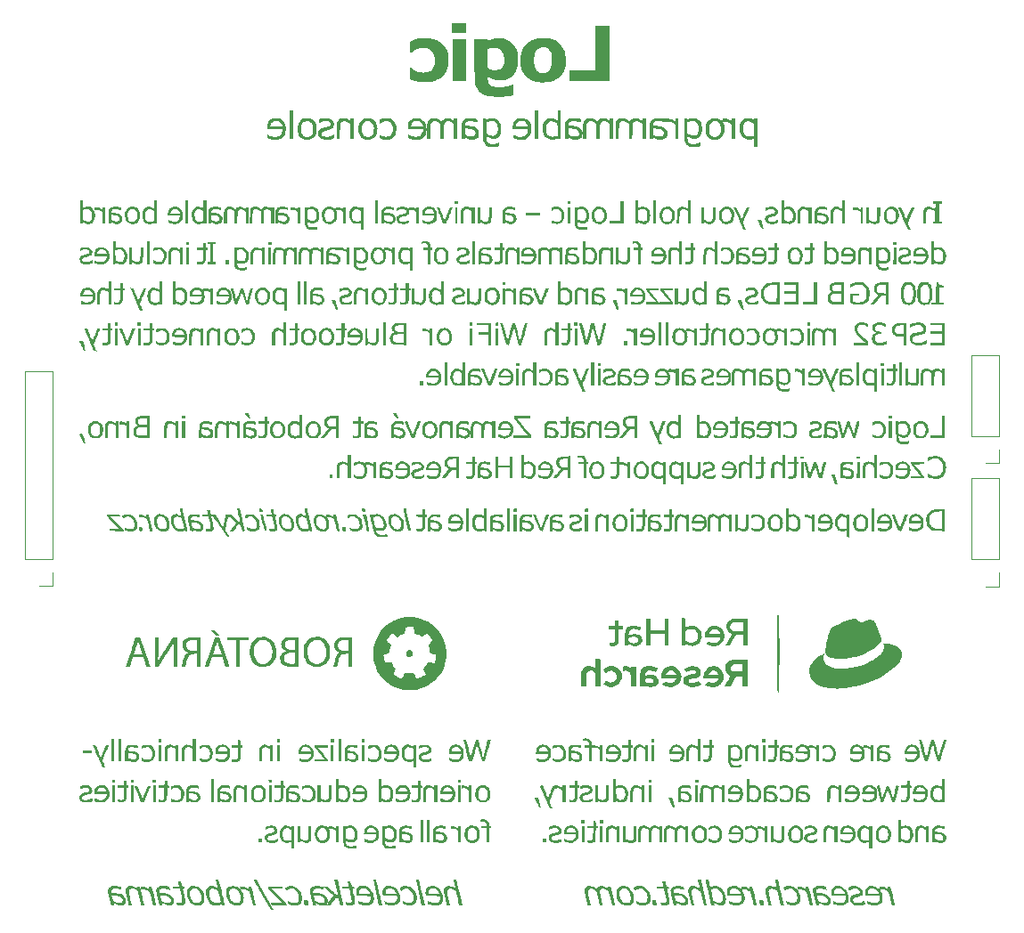
<source format=gbo>
G04 #@! TF.GenerationSoftware,KiCad,Pcbnew,6.0.2+dfsg-1*
G04 #@! TF.CreationDate,2023-06-12T21:26:12+02:00*
G04 #@! TF.ProjectId,Logic_0,4c6f6769-635f-4302-9e6b-696361645f70,rev?*
G04 #@! TF.SameCoordinates,Original*
G04 #@! TF.FileFunction,Legend,Bot*
G04 #@! TF.FilePolarity,Positive*
%FSLAX46Y46*%
G04 Gerber Fmt 4.6, Leading zero omitted, Abs format (unit mm)*
G04 Created by KiCad (PCBNEW 6.0.2+dfsg-1) date 2023-06-12 21:26:12*
%MOMM*%
%LPD*%
G01*
G04 APERTURE LIST*
%ADD10C,0.120000*%
G04 APERTURE END LIST*
D10*
G04 #@! TO.C,J4*
X36430000Y-105230000D02*
X36430000Y-103900000D01*
X36430000Y-102630000D02*
X36430000Y-84790000D01*
X33770000Y-102630000D02*
X36430000Y-102630000D01*
X35100000Y-105230000D02*
X36430000Y-105230000D01*
X33770000Y-102630000D02*
X33770000Y-84790000D01*
X33770000Y-84790000D02*
X36430000Y-84790000D01*
G04 #@! TO.C,J5*
X126330000Y-105250000D02*
X126330000Y-103920000D01*
X123670000Y-102650000D02*
X126330000Y-102650000D01*
X123670000Y-94970000D02*
X126330000Y-94970000D01*
X126330000Y-102650000D02*
X126330000Y-94970000D01*
X125000000Y-105250000D02*
X126330000Y-105250000D01*
X123670000Y-102650000D02*
X123670000Y-94970000D01*
G04 #@! TO.C,J6*
X123670000Y-83250000D02*
X126330000Y-83250000D01*
X126330000Y-90930000D02*
X126330000Y-83250000D01*
X125000000Y-93530000D02*
X126330000Y-93530000D01*
X123670000Y-90930000D02*
X126330000Y-90930000D01*
X123670000Y-90930000D02*
X123670000Y-83250000D01*
X126330000Y-93530000D02*
X126330000Y-92200000D01*
G04 #@! TO.C,G\u002A\u002A\u002A*
G36*
X75941605Y-99987093D02*
G01*
X75690120Y-99987093D01*
X75690120Y-97792314D01*
X75941605Y-97792314D01*
X75941605Y-99987093D01*
G37*
G36*
X68080972Y-78014134D02*
G01*
X68006979Y-78175357D01*
X67902843Y-78303363D01*
X67767149Y-78399880D01*
X67598486Y-78466638D01*
X67560707Y-78475124D01*
X67463539Y-78486099D01*
X67368248Y-78485689D01*
X67358994Y-78484877D01*
X67173105Y-78448537D01*
X67016043Y-78376913D01*
X66888510Y-78270764D01*
X66791206Y-78130850D01*
X66724836Y-77957928D01*
X66690099Y-77752757D01*
X66688124Y-77714114D01*
X66960727Y-77714114D01*
X66977122Y-77869596D01*
X67015907Y-78007808D01*
X67078372Y-78114088D01*
X67166633Y-78193361D01*
X67221694Y-78223696D01*
X67345062Y-78259014D01*
X67473829Y-78260014D01*
X67595332Y-78227446D01*
X67696909Y-78162056D01*
X67765410Y-78074490D01*
X67821114Y-77949132D01*
X67856181Y-77803280D01*
X67869716Y-77647956D01*
X67860825Y-77494181D01*
X67828612Y-77352974D01*
X67772181Y-77235357D01*
X67739061Y-77190664D01*
X67653266Y-77112633D01*
X67548991Y-77069512D01*
X67416307Y-77056306D01*
X67406230Y-77056382D01*
X67261227Y-77076534D01*
X67144595Y-77132373D01*
X67056280Y-77223976D01*
X66996232Y-77351417D01*
X66964398Y-77514771D01*
X66960727Y-77714114D01*
X66688124Y-77714114D01*
X66685561Y-77663947D01*
X66699804Y-77460833D01*
X66748065Y-77280382D01*
X66827898Y-77125724D01*
X66936853Y-76999987D01*
X67072483Y-76906301D01*
X67232339Y-76847795D01*
X67413972Y-76827597D01*
X67560351Y-76840948D01*
X67722887Y-76892508D01*
X67862419Y-76979494D01*
X67976398Y-77098345D01*
X68062271Y-77245500D01*
X68117490Y-77417399D01*
X68139502Y-77610482D01*
X68137058Y-77647956D01*
X68125758Y-77821188D01*
X68080972Y-78014134D01*
G37*
G36*
X63304095Y-133096308D02*
G01*
X63446603Y-133103115D01*
X63725968Y-134303385D01*
X63753220Y-134420585D01*
X63804572Y-134642069D01*
X63852206Y-134848352D01*
X63895167Y-135035243D01*
X63932499Y-135198556D01*
X63963245Y-135334100D01*
X63986450Y-135437687D01*
X64001158Y-135505127D01*
X64006412Y-135532233D01*
X63996461Y-135546347D01*
X63950154Y-135557324D01*
X63862525Y-135560811D01*
X63717558Y-135560811D01*
X63688636Y-135429352D01*
X63675930Y-135371446D01*
X63646181Y-135235970D01*
X63623078Y-135135646D01*
X63603790Y-135063574D01*
X63585483Y-135012852D01*
X63565327Y-134976578D01*
X63540489Y-134947852D01*
X63508137Y-134919772D01*
X63465440Y-134885436D01*
X63461139Y-134881941D01*
X63397869Y-134832362D01*
X63349158Y-134797433D01*
X63325243Y-134784522D01*
X63322924Y-134786048D01*
X63299191Y-134813621D01*
X63254486Y-134871551D01*
X63192939Y-134954305D01*
X63118682Y-135056350D01*
X63035844Y-135172152D01*
X62761497Y-135558753D01*
X62582965Y-135559782D01*
X62521037Y-135559512D01*
X62454428Y-135555773D01*
X62423418Y-135547032D01*
X62421833Y-135532233D01*
X62431053Y-135518837D01*
X62465049Y-135471676D01*
X62519687Y-135396887D01*
X62590974Y-135299911D01*
X62674919Y-135186188D01*
X62767528Y-135061157D01*
X62832577Y-134973197D01*
X62916741Y-134858463D01*
X62988068Y-134760130D01*
X63042924Y-134683255D01*
X63077678Y-134632896D01*
X63088696Y-134614108D01*
X63082774Y-134609528D01*
X63047260Y-134580783D01*
X62984869Y-134529778D01*
X62901183Y-134461116D01*
X62801783Y-134379397D01*
X62692252Y-134289225D01*
X62578171Y-134195200D01*
X62465123Y-134101925D01*
X62358689Y-134014002D01*
X62264452Y-133936032D01*
X62187993Y-133872618D01*
X62134894Y-133828361D01*
X62110738Y-133807863D01*
X62106607Y-133803851D01*
X62101967Y-133790522D01*
X62123429Y-133782603D01*
X62177521Y-133778883D01*
X62270774Y-133778149D01*
X62464287Y-133778745D01*
X62978689Y-134221281D01*
X63023288Y-134259567D01*
X63149494Y-134366964D01*
X63262700Y-134461930D01*
X63358607Y-134540950D01*
X63432915Y-134600506D01*
X63481324Y-134637083D01*
X63499534Y-134647167D01*
X63498216Y-134634125D01*
X63488236Y-134581150D01*
X63469739Y-134492643D01*
X63443891Y-134373923D01*
X63411854Y-134230309D01*
X63374791Y-134067120D01*
X63333867Y-133889678D01*
X63305804Y-133768494D01*
X63266851Y-133598890D01*
X63232248Y-133446579D01*
X63203211Y-133317007D01*
X63180958Y-133215619D01*
X63166706Y-133147858D01*
X63161671Y-133119171D01*
X63175213Y-133102405D01*
X63220448Y-133095143D01*
X63304095Y-133096308D01*
G37*
G36*
X75480507Y-72996433D02*
G01*
X75607578Y-73019309D01*
X75664322Y-73038852D01*
X75790754Y-73109358D01*
X75887549Y-73204016D01*
X75951663Y-73316219D01*
X75980053Y-73439360D01*
X75969675Y-73566833D01*
X75917487Y-73692033D01*
X75859020Y-73756254D01*
X75757285Y-73817792D01*
X75613358Y-73872811D01*
X75425610Y-73922075D01*
X75353012Y-73938333D01*
X75256725Y-73961194D01*
X75190487Y-73980037D01*
X75144947Y-73998195D01*
X75110753Y-74019002D01*
X75078554Y-74045790D01*
X75040243Y-74099162D01*
X75027114Y-74180596D01*
X75032923Y-74235495D01*
X75070942Y-74311373D01*
X75146645Y-74366473D01*
X75262633Y-74403254D01*
X75347482Y-74416260D01*
X75445004Y-74417189D01*
X75547905Y-74400675D01*
X75664316Y-74364685D01*
X75802365Y-74307183D01*
X75970183Y-74226133D01*
X75978729Y-74241734D01*
X75984953Y-74292064D01*
X75987330Y-74366132D01*
X75987330Y-74514778D01*
X75844440Y-74560912D01*
X75772957Y-74583614D01*
X75701029Y-74605644D01*
X75655826Y-74618514D01*
X75639446Y-74621020D01*
X75579061Y-74624599D01*
X75492338Y-74626058D01*
X75392148Y-74625075D01*
X75361075Y-74624281D01*
X75257947Y-74618894D01*
X75180873Y-74607710D01*
X75114090Y-74587593D01*
X75041834Y-74555410D01*
X74948204Y-74498275D01*
X74850700Y-74403209D01*
X74786398Y-74293352D01*
X74756808Y-74175810D01*
X74763441Y-74057685D01*
X74807808Y-73946083D01*
X74891419Y-73848107D01*
X74914203Y-73829132D01*
X74954192Y-73800179D01*
X74998941Y-73776107D01*
X75056447Y-73754057D01*
X75134707Y-73731169D01*
X75241718Y-73704584D01*
X75385476Y-73671443D01*
X75465349Y-73651577D01*
X75580590Y-73612083D01*
X75657208Y-73566384D01*
X75699805Y-73511279D01*
X75712982Y-73443568D01*
X75712981Y-73442612D01*
X75697071Y-73350550D01*
X75647728Y-73281965D01*
X75561704Y-73234055D01*
X75435755Y-73204012D01*
X75358284Y-73200195D01*
X75224761Y-73217003D01*
X75079055Y-73257526D01*
X74934900Y-73318624D01*
X74819122Y-73377293D01*
X74832784Y-73089613D01*
X74958527Y-73046361D01*
X75023015Y-73027516D01*
X75170594Y-73001271D01*
X75328969Y-72990665D01*
X75480507Y-72996433D01*
G37*
G36*
X100850066Y-85355711D02*
G01*
X100849917Y-85421674D01*
X100847920Y-85518499D01*
X100841735Y-85589128D01*
X100829052Y-85646343D01*
X100807565Y-85702926D01*
X100774965Y-85771658D01*
X100696881Y-85901889D01*
X100596852Y-86006851D01*
X100470205Y-86085286D01*
X100308289Y-86144098D01*
X100270060Y-86153355D01*
X100124660Y-86170218D01*
X99959984Y-86167435D01*
X99792422Y-86145923D01*
X99638365Y-86106600D01*
X99478329Y-86052530D01*
X99471538Y-85910257D01*
X99464748Y-85767984D01*
X99643005Y-85853101D01*
X99702278Y-85880837D01*
X99778812Y-85912000D01*
X99846280Y-85929232D01*
X99922934Y-85936571D01*
X100027024Y-85938054D01*
X100067233Y-85937547D01*
X100211555Y-85924180D01*
X100324653Y-85889750D01*
X100415823Y-85830359D01*
X100494361Y-85742110D01*
X100528650Y-85683581D01*
X100569033Y-85586560D01*
X100598563Y-85484847D01*
X100610012Y-85399829D01*
X100604587Y-85396412D01*
X100561350Y-85390199D01*
X100478129Y-85385117D01*
X100358771Y-85381310D01*
X100207121Y-85378921D01*
X100027024Y-85378092D01*
X99444035Y-85378092D01*
X99444163Y-85212341D01*
X99445577Y-85172332D01*
X99689574Y-85172332D01*
X100605197Y-85172332D01*
X100586885Y-85091140D01*
X100558877Y-85010174D01*
X100485971Y-84896530D01*
X100385128Y-84804474D01*
X100365721Y-84791949D01*
X100307495Y-84765131D01*
X100234599Y-84749670D01*
X100131581Y-84741743D01*
X100039891Y-84739498D01*
X99975682Y-84744479D01*
X99927537Y-84759562D01*
X99880521Y-84787467D01*
X99797226Y-84856527D01*
X99731668Y-84951828D01*
X99701464Y-85066840D01*
X99689574Y-85172332D01*
X99445577Y-85172332D01*
X99448438Y-85091387D01*
X99466972Y-84974300D01*
X99504261Y-84872106D01*
X99564678Y-84768702D01*
X99632084Y-84686214D01*
X99752396Y-84597102D01*
X99900423Y-84543613D01*
X100077271Y-84525220D01*
X100241385Y-84536656D01*
X100417390Y-84584185D01*
X100566413Y-84668626D01*
X100688464Y-84789986D01*
X100783554Y-84948270D01*
X100792088Y-84966921D01*
X100818554Y-85030369D01*
X100835488Y-85088121D01*
X100844985Y-85153027D01*
X100845931Y-85172332D01*
X100849145Y-85237939D01*
X100850066Y-85355711D01*
G37*
G36*
X61835574Y-125377432D02*
G01*
X61955601Y-125449197D01*
X62005508Y-125477243D01*
X62150518Y-125537670D01*
X62283439Y-125562114D01*
X62400114Y-125551415D01*
X62496389Y-125506411D01*
X62568107Y-125427942D01*
X62611112Y-125316846D01*
X62613414Y-125303929D01*
X62620531Y-125234607D01*
X62626671Y-125130881D01*
X62631486Y-125001432D01*
X62634629Y-124854945D01*
X62635754Y-124700099D01*
X62635754Y-124198254D01*
X62887240Y-124198254D01*
X62887240Y-124777093D01*
X62886855Y-124934131D01*
X62884615Y-125111481D01*
X62879500Y-125252971D01*
X62870532Y-125364271D01*
X62856731Y-125451049D01*
X62837118Y-125518976D01*
X62810714Y-125573720D01*
X62776538Y-125620951D01*
X62733612Y-125666338D01*
X62702112Y-125695166D01*
X62639827Y-125743901D01*
X62590030Y-125773086D01*
X62530282Y-125787548D01*
X62433029Y-125795692D01*
X62323225Y-125794490D01*
X62218231Y-125784242D01*
X62135407Y-125765246D01*
X62102274Y-125751964D01*
X62018104Y-125709956D01*
X61938204Y-125661268D01*
X61835574Y-125590657D01*
X61835574Y-125752890D01*
X61561227Y-125752890D01*
X61561227Y-124198254D01*
X61835574Y-124198254D01*
X61835574Y-125377432D01*
G37*
G36*
X73741799Y-112346267D02*
G01*
X73646997Y-112705469D01*
X73514802Y-113050217D01*
X73347440Y-113377866D01*
X73147138Y-113685770D01*
X72916123Y-113971283D01*
X72656622Y-114231759D01*
X72370862Y-114464554D01*
X72061071Y-114667020D01*
X71729474Y-114836513D01*
X71378299Y-114970387D01*
X71009773Y-115065996D01*
X70626123Y-115120694D01*
X70581549Y-115124497D01*
X70471349Y-115133494D01*
X70388158Y-115138664D01*
X70318018Y-115140022D01*
X70246971Y-115137588D01*
X70161060Y-115131378D01*
X70046328Y-115121409D01*
X69652102Y-115066633D01*
X69269656Y-114970911D01*
X68906875Y-114834428D01*
X68562023Y-114656530D01*
X68233370Y-114436561D01*
X67962765Y-114211364D01*
X67688180Y-113928607D01*
X67448419Y-113618811D01*
X67245384Y-113285149D01*
X67080980Y-112930794D01*
X66957107Y-112558917D01*
X66875670Y-112172692D01*
X66867277Y-112110037D01*
X66851457Y-111922509D01*
X66847243Y-111797727D01*
X67830243Y-111797727D01*
X67836904Y-111859831D01*
X67846042Y-111910230D01*
X67865494Y-112000137D01*
X67890489Y-112104616D01*
X67918409Y-112213807D01*
X67946638Y-112317851D01*
X67972559Y-112406891D01*
X67993552Y-112471066D01*
X68007002Y-112500519D01*
X68026025Y-112505607D01*
X68085734Y-112505801D01*
X68177896Y-112498648D01*
X68295284Y-112484549D01*
X68398163Y-112471543D01*
X68488469Y-112462208D01*
X68552815Y-112457903D01*
X68581568Y-112459471D01*
X68587617Y-112465916D01*
X68613576Y-112505143D01*
X68651989Y-112570661D01*
X68696956Y-112652597D01*
X68706598Y-112670351D01*
X68768160Y-112773352D01*
X68836208Y-112874102D01*
X68897697Y-112953071D01*
X69001666Y-113071923D01*
X68872836Y-113317884D01*
X68843198Y-113374746D01*
X68799416Y-113461608D01*
X68773862Y-113519655D01*
X68764081Y-113556418D01*
X68767615Y-113579428D01*
X68782005Y-113596215D01*
X68829897Y-113631744D01*
X68913102Y-113685700D01*
X69016733Y-113748202D01*
X69129944Y-113812906D01*
X69241888Y-113873471D01*
X69341720Y-113923551D01*
X69419663Y-113960329D01*
X69477452Y-113982271D01*
X69521697Y-113984998D01*
X69559801Y-113964504D01*
X69599169Y-113916785D01*
X69647205Y-113837837D01*
X69711312Y-113723655D01*
X69830909Y-113510249D01*
X70267704Y-113510192D01*
X70704500Y-113510136D01*
X70800169Y-113681603D01*
X70810392Y-113699864D01*
X70862967Y-113792229D01*
X70912663Y-113877348D01*
X70949919Y-113938803D01*
X70965676Y-113962656D01*
X70999580Y-114006346D01*
X71020822Y-114022926D01*
X71059063Y-114012723D01*
X71132719Y-113984234D01*
X71229873Y-113941862D01*
X71341645Y-113889856D01*
X71459156Y-113832464D01*
X71573528Y-113773937D01*
X71675879Y-113718523D01*
X71757332Y-113670471D01*
X71758917Y-113669472D01*
X71796800Y-113645606D01*
X71821122Y-113624823D01*
X71830614Y-113599855D01*
X71824010Y-113563432D01*
X71800040Y-113508286D01*
X71757438Y-113427149D01*
X71694935Y-113312751D01*
X71654187Y-113237457D01*
X71613137Y-113159917D01*
X71585214Y-113105106D01*
X71574908Y-113081673D01*
X71578332Y-113075672D01*
X71605741Y-113042735D01*
X71654622Y-112988938D01*
X71717798Y-112922287D01*
X71729184Y-112910304D01*
X71810177Y-112816738D01*
X71888782Y-112713926D01*
X71949434Y-112622042D01*
X71950912Y-112619506D01*
X71988103Y-112556194D01*
X72019395Y-112512332D01*
X72053337Y-112485609D01*
X72098473Y-112473716D01*
X72163351Y-112474342D01*
X72256518Y-112485178D01*
X72386519Y-112503914D01*
X72451706Y-112513225D01*
X72542166Y-112525659D01*
X72609671Y-112534328D01*
X72643082Y-112537763D01*
X72651969Y-112534790D01*
X72677090Y-112497787D01*
X72703337Y-112423005D01*
X72729244Y-112316135D01*
X72753345Y-112182865D01*
X72774176Y-112028885D01*
X72784283Y-111933239D01*
X72790821Y-111838401D01*
X72789032Y-111781054D01*
X72778990Y-111756899D01*
X72755282Y-111747727D01*
X72694518Y-111729397D01*
X72607928Y-111705702D01*
X72505631Y-111679508D01*
X72417839Y-111656203D01*
X72332799Y-111630074D01*
X72273815Y-111607729D01*
X72250157Y-111592330D01*
X72248172Y-111582183D01*
X72240936Y-111532388D01*
X72230981Y-111454350D01*
X72219846Y-111359877D01*
X72217936Y-111344014D01*
X72197307Y-111218296D01*
X72168071Y-111085849D01*
X72135908Y-110972859D01*
X72075466Y-110792805D01*
X72284619Y-110582779D01*
X72493771Y-110372754D01*
X72457829Y-110303249D01*
X72456710Y-110301116D01*
X72418620Y-110240802D01*
X72358559Y-110158227D01*
X72285179Y-110064191D01*
X72207137Y-109969494D01*
X72133086Y-109884939D01*
X72071680Y-109821325D01*
X72031388Y-109785502D01*
X71993548Y-109763789D01*
X71953022Y-109761279D01*
X71901031Y-109779605D01*
X71828798Y-109820396D01*
X71727543Y-109885285D01*
X71646652Y-109938201D01*
X71567254Y-109988512D01*
X71511089Y-110018179D01*
X71469235Y-110029132D01*
X71432769Y-110023299D01*
X71392771Y-110002608D01*
X71340317Y-109968989D01*
X71328986Y-109961841D01*
X71189321Y-109884944D01*
X71026440Y-109811419D01*
X70860452Y-109750424D01*
X70835619Y-109742209D01*
X70804152Y-109727790D01*
X70781987Y-109705652D01*
X70766461Y-109668228D01*
X70754912Y-109607954D01*
X70744676Y-109517263D01*
X70733091Y-109388589D01*
X70726166Y-109317528D01*
X70715286Y-109229153D01*
X70704631Y-109165538D01*
X70695749Y-109137104D01*
X70685422Y-109133036D01*
X70635718Y-109127067D01*
X70554899Y-109123491D01*
X70452557Y-109122137D01*
X70338280Y-109122832D01*
X70221661Y-109125402D01*
X70112288Y-109129677D01*
X70019752Y-109135482D01*
X69953644Y-109142646D01*
X69923553Y-109150996D01*
X69913273Y-109179775D01*
X69902271Y-109245287D01*
X69892451Y-109336954D01*
X69885130Y-109444718D01*
X69871668Y-109713478D01*
X69711632Y-109773151D01*
X69618331Y-109810379D01*
X69468621Y-109878249D01*
X69325912Y-109951599D01*
X69208662Y-110021324D01*
X69140075Y-110066558D01*
X69020956Y-109982226D01*
X68960117Y-109939183D01*
X68862643Y-109870291D01*
X68772214Y-109806445D01*
X68642591Y-109714996D01*
X68495919Y-109875032D01*
X68480891Y-109891628D01*
X68394731Y-109992385D01*
X68306885Y-110102646D01*
X68234232Y-110201362D01*
X68119216Y-110367657D01*
X68196245Y-110441416D01*
X68204052Y-110448884D01*
X68262776Y-110504806D01*
X68337909Y-110576081D01*
X68415180Y-110649169D01*
X68440254Y-110673151D01*
X68499966Y-110733112D01*
X68541508Y-110779085D01*
X68557087Y-110802643D01*
X68553943Y-110817819D01*
X68537941Y-110867248D01*
X68512938Y-110934130D01*
X68483165Y-111021954D01*
X68450774Y-111143328D01*
X68423276Y-111271701D01*
X68404194Y-111390397D01*
X68397051Y-111482739D01*
X68397051Y-111572031D01*
X68174143Y-111635007D01*
X68115309Y-111652118D01*
X68017014Y-111682830D01*
X67936356Y-111710626D01*
X67886608Y-111731072D01*
X67873366Y-111738038D01*
X67840164Y-111762914D01*
X67830243Y-111797727D01*
X66847243Y-111797727D01*
X66844387Y-111713172D01*
X66846066Y-111498698D01*
X66856493Y-111295758D01*
X66875670Y-111121027D01*
X66919231Y-110888256D01*
X67025635Y-110512243D01*
X67172432Y-110153116D01*
X67357350Y-109813980D01*
X67578119Y-109497938D01*
X67832467Y-109208093D01*
X68118124Y-108947548D01*
X68432818Y-108719406D01*
X68774278Y-108526771D01*
X68789978Y-108519107D01*
X68916975Y-108459840D01*
X69046368Y-108403542D01*
X69163834Y-108356252D01*
X69255052Y-108324013D01*
X69516837Y-108253257D01*
X69903488Y-108185534D01*
X70286204Y-108160660D01*
X70662424Y-108176925D01*
X71029585Y-108232620D01*
X71385126Y-108326035D01*
X71726485Y-108455461D01*
X72051100Y-108619188D01*
X72356408Y-108815508D01*
X72639849Y-109042710D01*
X72898860Y-109299085D01*
X73130879Y-109582924D01*
X73333344Y-109892517D01*
X73503694Y-110226155D01*
X73639366Y-110582128D01*
X73737798Y-110958728D01*
X73796429Y-111354244D01*
X73810313Y-111595086D01*
X73801780Y-111838401D01*
X73796980Y-111975258D01*
X73741799Y-112346267D01*
G37*
G36*
X54223116Y-124165256D02*
G01*
X54366328Y-124208034D01*
X54508906Y-124287779D01*
X54611092Y-124356743D01*
X54611092Y-124198254D01*
X54885439Y-124198254D01*
X54885439Y-125752890D01*
X54611092Y-125752890D01*
X54611092Y-124573712D01*
X54491065Y-124501105D01*
X54459402Y-124482738D01*
X54312146Y-124417939D01*
X54173259Y-124390267D01*
X54049477Y-124401243D01*
X53996918Y-124418318D01*
X53942652Y-124446999D01*
X53899861Y-124488250D01*
X53867237Y-124546797D01*
X53843476Y-124627370D01*
X53827269Y-124734695D01*
X53817311Y-124873502D01*
X53812294Y-125048518D01*
X53810912Y-125264471D01*
X53810912Y-125752890D01*
X53556739Y-125752890D01*
X53563798Y-125129892D01*
X53570858Y-124506895D01*
X53634288Y-124392584D01*
X53701610Y-124292310D01*
X53786490Y-124217912D01*
X53892902Y-124174486D01*
X54030872Y-124156051D01*
X54062611Y-124154853D01*
X54223116Y-124165256D01*
G37*
G36*
X41373828Y-70746229D02*
G01*
X41122343Y-70746229D01*
X41122343Y-69629091D01*
X41059472Y-69584795D01*
X40983775Y-69535548D01*
X40827704Y-69462550D01*
X40672402Y-69431121D01*
X40510777Y-69439381D01*
X40390750Y-69459112D01*
X40390750Y-69193666D01*
X40472502Y-69178329D01*
X40559253Y-69170221D01*
X40712073Y-69189556D01*
X40869402Y-69247840D01*
X41023653Y-69342810D01*
X41038644Y-69353844D01*
X41084524Y-69384883D01*
X41109386Y-69397354D01*
X41114049Y-69389657D01*
X41120011Y-69348270D01*
X41122343Y-69283043D01*
X41122343Y-69168731D01*
X41373828Y-69168731D01*
X41373828Y-70746229D01*
G37*
G36*
X74889940Y-68894384D02*
G01*
X74590448Y-68894384D01*
X74597305Y-68762926D01*
X74604161Y-68631468D01*
X74747051Y-68624661D01*
X74889940Y-68617855D01*
X74889940Y-68894384D01*
G37*
G36*
X88028049Y-112111001D02*
G01*
X88081479Y-112125421D01*
X88119980Y-112134965D01*
X88204071Y-112154039D01*
X88292955Y-112172639D01*
X88424413Y-112198796D01*
X88424413Y-114778992D01*
X87921443Y-114778992D01*
X87921443Y-114108540D01*
X87921440Y-114042924D01*
X87921281Y-113863806D01*
X87920606Y-113723540D01*
X87919041Y-113616906D01*
X87916212Y-113538684D01*
X87911744Y-113483655D01*
X87905263Y-113446597D01*
X87896396Y-113422291D01*
X87884767Y-113405516D01*
X87870003Y-113391052D01*
X87859595Y-113381804D01*
X87747699Y-113309239D01*
X87625383Y-113270092D01*
X87500821Y-113262872D01*
X87382186Y-113286090D01*
X87277652Y-113338255D01*
X87195392Y-113417879D01*
X87143579Y-113523470D01*
X87138599Y-113555716D01*
X87132995Y-113631275D01*
X87128221Y-113739636D01*
X87124515Y-113873660D01*
X87122116Y-114026207D01*
X87121263Y-114190138D01*
X87121263Y-114778992D01*
X86615315Y-114778992D01*
X86622519Y-114075977D01*
X86629724Y-113372962D01*
X86693097Y-113243953D01*
X86755212Y-113138745D01*
X86873660Y-113008383D01*
X87019641Y-112913434D01*
X87190649Y-112855379D01*
X87384179Y-112835698D01*
X87442777Y-112837560D01*
X87602614Y-112861071D01*
X87747078Y-112908381D01*
X87862390Y-112975464D01*
X87921443Y-113021915D01*
X87921443Y-112563010D01*
X87921391Y-112491666D01*
X87921470Y-112348806D01*
X87923390Y-112244220D01*
X87929079Y-112172639D01*
X87940462Y-112128795D01*
X87959467Y-112107419D01*
X87988020Y-112103244D01*
X88028049Y-112111001D01*
G37*
G36*
X90619193Y-70746229D02*
G01*
X89293180Y-70746229D01*
X89293180Y-70518465D01*
X90333414Y-70506175D01*
X90345358Y-68642899D01*
X90619193Y-68642899D01*
X90619193Y-70746229D01*
G37*
G36*
X65848276Y-81599971D02*
G01*
X65818058Y-81776639D01*
X65756881Y-81939769D01*
X65664236Y-82080628D01*
X65637800Y-82108985D01*
X65521187Y-82198947D01*
X65377224Y-82269179D01*
X65219193Y-82312752D01*
X65061726Y-82326530D01*
X64848758Y-82309640D01*
X64623537Y-82255632D01*
X64441875Y-82198245D01*
X64441875Y-82062066D01*
X64442910Y-82000606D01*
X64446373Y-81946657D01*
X64451428Y-81925887D01*
X64465190Y-81930846D01*
X64510394Y-81951501D01*
X64574204Y-81982756D01*
X64721542Y-82045464D01*
X64900648Y-82090975D01*
X65069397Y-82100194D01*
X65222960Y-82073494D01*
X65356515Y-82011250D01*
X65465233Y-81913833D01*
X65516001Y-81838554D01*
X65566407Y-81717362D01*
X65584989Y-81597447D01*
X65584989Y-81537228D01*
X64419013Y-81537228D01*
X64419013Y-81404858D01*
X64422620Y-81331468D01*
X64664654Y-81331468D01*
X65124822Y-81331468D01*
X65193154Y-81331497D01*
X65339780Y-81331213D01*
X65447362Y-81328834D01*
X65520710Y-81322383D01*
X65564637Y-81309881D01*
X65583953Y-81289350D01*
X65583470Y-81258813D01*
X65567999Y-81216290D01*
X65542352Y-81159804D01*
X65538898Y-81152386D01*
X65459663Y-81036646D01*
X65350026Y-80949695D01*
X65219629Y-80899314D01*
X65169291Y-80890403D01*
X65022604Y-80888493D01*
X64896483Y-80924341D01*
X64794792Y-80995547D01*
X64721400Y-81099707D01*
X64680173Y-81234419D01*
X64664654Y-81331468D01*
X64422620Y-81331468D01*
X64423445Y-81314670D01*
X64449230Y-81161384D01*
X64494246Y-81020681D01*
X64554151Y-80908515D01*
X64561644Y-80898447D01*
X64643332Y-80818320D01*
X64751925Y-80748479D01*
X64787343Y-80730627D01*
X64850683Y-80703662D01*
X64911948Y-80688474D01*
X64987050Y-80681892D01*
X65091907Y-80680745D01*
X65246861Y-80689498D01*
X65374386Y-80717801D01*
X65485232Y-80770186D01*
X65592740Y-80851195D01*
X65669707Y-80932542D01*
X65758250Y-81076049D01*
X65817864Y-81240944D01*
X65826091Y-81289350D01*
X65848042Y-81418495D01*
X65848276Y-81599971D01*
G37*
G36*
X95982845Y-91139388D02*
G01*
X95923048Y-91137378D01*
X95869301Y-91126339D01*
X95845833Y-91103646D01*
X95834997Y-91087153D01*
X95807760Y-91082957D01*
X95789103Y-91092100D01*
X95735261Y-91114259D01*
X95664709Y-91140737D01*
X95578848Y-91166260D01*
X95406132Y-91185632D01*
X95240196Y-91162571D01*
X95086807Y-91098265D01*
X94951731Y-90993901D01*
X94943833Y-90985938D01*
X94856059Y-90884144D01*
X94793744Y-90778750D01*
X94753352Y-90659580D01*
X94731345Y-90516458D01*
X94724187Y-90339208D01*
X94997321Y-90339208D01*
X94997364Y-90373807D01*
X94998781Y-90487767D01*
X95003255Y-90569101D01*
X95012205Y-90628287D01*
X95027051Y-90675803D01*
X95049212Y-90722126D01*
X95062138Y-90743878D01*
X95122634Y-90819310D01*
X95191404Y-90879023D01*
X95273543Y-90919082D01*
X95404416Y-90947175D01*
X95549113Y-90946355D01*
X95694620Y-90915673D01*
X95820363Y-90874880D01*
X95826532Y-90404711D01*
X95832701Y-89934541D01*
X95692220Y-89859666D01*
X95649781Y-89838325D01*
X95498457Y-89784144D01*
X95359671Y-89769028D01*
X95237017Y-89792452D01*
X95134087Y-89853892D01*
X95054476Y-89952823D01*
X95041000Y-89977320D01*
X95021138Y-90021196D01*
X95008391Y-90068834D01*
X95001206Y-90130724D01*
X94998033Y-90217353D01*
X94997321Y-90339208D01*
X94724187Y-90339208D01*
X94728698Y-90167395D01*
X94746841Y-90020966D01*
X94781464Y-89900270D01*
X94835352Y-89795754D01*
X94911293Y-89697864D01*
X94969725Y-89641317D01*
X95097678Y-89561989D01*
X95241187Y-89523160D01*
X95396066Y-89525068D01*
X95558132Y-89567948D01*
X95723198Y-89652036D01*
X95831794Y-89720920D01*
X95831794Y-88944609D01*
X96106141Y-88944609D01*
X96106141Y-91139388D01*
X95982845Y-91139388D01*
G37*
G36*
X42608392Y-80439838D02*
G01*
X42311182Y-80439838D01*
X42311182Y-80165491D01*
X42608392Y-80165491D01*
X42608392Y-80439838D01*
G37*
G36*
X42334044Y-123923907D02*
G01*
X42059697Y-123923907D01*
X42059697Y-123649559D01*
X42334044Y-123649559D01*
X42334044Y-123923907D01*
G37*
G36*
X75021405Y-76840933D02*
G01*
X75102272Y-76844923D01*
X75164404Y-76855616D01*
X75222192Y-76875638D01*
X75290030Y-76907615D01*
X75396261Y-76971484D01*
X75489481Y-77062622D01*
X75543251Y-77171146D01*
X75560449Y-77301248D01*
X75557708Y-77364247D01*
X75533228Y-77476720D01*
X75479966Y-77566944D01*
X75393789Y-77638950D01*
X75270564Y-77696770D01*
X75106159Y-77744436D01*
X74999462Y-77769678D01*
X74892064Y-77795705D01*
X74816038Y-77815572D01*
X74763888Y-77831656D01*
X74728118Y-77846336D01*
X74701231Y-77861992D01*
X74675733Y-77880999D01*
X74642483Y-77918015D01*
X74615829Y-77994728D01*
X74622011Y-78080443D01*
X74661766Y-78160419D01*
X74670530Y-78170715D01*
X74748535Y-78224652D01*
X74856227Y-78254990D01*
X74985486Y-78261905D01*
X75128195Y-78245574D01*
X75276235Y-78206174D01*
X75421488Y-78143882D01*
X75575808Y-78063329D01*
X75575808Y-78356085D01*
X75455781Y-78400827D01*
X75407302Y-78418482D01*
X75336824Y-78442709D01*
X75290030Y-78456973D01*
X75237325Y-78465504D01*
X75136833Y-78471350D01*
X75017939Y-78470876D01*
X74896123Y-78464614D01*
X74786867Y-78453097D01*
X74705652Y-78436858D01*
X74697897Y-78434489D01*
X74573002Y-78375992D01*
X74472354Y-78290952D01*
X74398858Y-78186925D01*
X74355421Y-78071467D01*
X74344950Y-77952133D01*
X74370351Y-77836478D01*
X74434531Y-77732059D01*
X74435100Y-77731412D01*
X74487758Y-77681299D01*
X74553162Y-77639914D01*
X74639491Y-77603830D01*
X74754919Y-77569623D01*
X74907625Y-77533866D01*
X75029381Y-77505438D01*
X75142864Y-77471174D01*
X75221075Y-77434233D01*
X75269681Y-77390800D01*
X75294345Y-77337060D01*
X75300734Y-77269199D01*
X75294225Y-77218505D01*
X75252188Y-77143416D01*
X75172197Y-77091820D01*
X75055434Y-77064336D01*
X74903084Y-77061581D01*
X74891259Y-77062292D01*
X74802133Y-77070574D01*
X74723604Y-77085698D01*
X74643095Y-77111619D01*
X74548029Y-77152293D01*
X74425828Y-77211675D01*
X74417797Y-77197766D01*
X74413480Y-77149121D01*
X74414397Y-77076505D01*
X74421263Y-76932177D01*
X74558437Y-76887447D01*
X74632468Y-76867350D01*
X74762549Y-76847953D01*
X74924233Y-76840873D01*
X75021405Y-76840933D01*
G37*
G36*
X94563209Y-133277912D02*
G01*
X94589481Y-133282074D01*
X94591044Y-133284435D01*
X94599522Y-133308503D01*
X94613667Y-133360531D01*
X94634522Y-133444694D01*
X94663131Y-133565163D01*
X94700537Y-133726112D01*
X94700740Y-133726985D01*
X94715473Y-133759211D01*
X94748468Y-133774000D01*
X94813317Y-133777552D01*
X94847024Y-133777817D01*
X94890716Y-133783608D01*
X94916828Y-133804637D01*
X94934209Y-133850770D01*
X94951706Y-133931873D01*
X94956887Y-133958961D01*
X94956500Y-133992129D01*
X94932325Y-134004398D01*
X94873394Y-134006175D01*
X94851647Y-134006589D01*
X94797119Y-134015900D01*
X94780129Y-134038874D01*
X94781107Y-134047376D01*
X94790174Y-134095713D01*
X94807534Y-134178665D01*
X94831694Y-134289340D01*
X94861161Y-134420849D01*
X94894440Y-134566301D01*
X94931894Y-134733190D01*
X94971024Y-134927710D01*
X94995658Y-135086437D01*
X95005448Y-135213864D01*
X95000050Y-135314486D01*
X94979118Y-135392794D01*
X94942307Y-135453283D01*
X94889272Y-135500446D01*
X94819665Y-135538775D01*
X94749656Y-135561778D01*
X94623909Y-135580265D01*
X94474500Y-135582858D01*
X94312799Y-135568882D01*
X94286491Y-135564911D01*
X94230988Y-135549545D01*
X94196136Y-135519846D01*
X94173409Y-135465439D01*
X94154284Y-135375949D01*
X94139321Y-135293967D01*
X94296427Y-135327699D01*
X94362798Y-135340974D01*
X94434017Y-135349614D01*
X94491594Y-135345798D01*
X94553458Y-135329663D01*
X94612981Y-135305180D01*
X94673728Y-135253315D01*
X94702379Y-135177169D01*
X94703230Y-135069271D01*
X94699013Y-135038342D01*
X94685670Y-134963927D01*
X94665424Y-134862204D01*
X94640066Y-134741185D01*
X94611389Y-134608878D01*
X94581185Y-134473295D01*
X94551245Y-134342445D01*
X94523362Y-134224338D01*
X94499327Y-134126986D01*
X94480933Y-134058397D01*
X94469971Y-134026583D01*
X94467805Y-134024850D01*
X94432645Y-134017535D01*
X94362568Y-134011605D01*
X94266432Y-134007628D01*
X94153096Y-134006175D01*
X93848834Y-134006175D01*
X93826232Y-133891864D01*
X93803630Y-133777552D01*
X94108981Y-133777552D01*
X94137972Y-133777475D01*
X94246272Y-133775708D01*
X94333920Y-133771961D01*
X94392559Y-133766703D01*
X94413833Y-133760406D01*
X94411293Y-133744986D01*
X94400277Y-133691949D01*
X94382577Y-133611750D01*
X94360420Y-133514636D01*
X94307506Y-133286013D01*
X94443588Y-133279138D01*
X94505050Y-133277112D01*
X94563209Y-133277912D01*
G37*
G36*
X48252582Y-124159156D02*
G01*
X48423969Y-124201162D01*
X48575065Y-124281186D01*
X48702792Y-124398192D01*
X48804071Y-124551146D01*
X48823388Y-124589402D01*
X48852125Y-124651933D01*
X48869981Y-124707191D01*
X48879540Y-124768423D01*
X48883382Y-124848879D01*
X48884089Y-124961807D01*
X48880633Y-125099032D01*
X48864539Y-125242722D01*
X48832544Y-125360193D01*
X48781627Y-125461703D01*
X48708770Y-125557510D01*
X48692711Y-125575391D01*
X48604394Y-125658017D01*
X48506563Y-125718380D01*
X48381119Y-125768111D01*
X48288694Y-125787052D01*
X48159957Y-125793098D01*
X48018950Y-125784456D01*
X47881602Y-125762180D01*
X47763837Y-125727321D01*
X47626663Y-125672807D01*
X47619857Y-125529950D01*
X47618041Y-125462071D01*
X47619696Y-125407872D01*
X47624779Y-125387093D01*
X47637409Y-125392225D01*
X47680078Y-125416003D01*
X47739807Y-125452604D01*
X47806495Y-125490707D01*
X47957019Y-125548787D01*
X48105910Y-125571292D01*
X48246687Y-125559232D01*
X48372870Y-125513612D01*
X48477978Y-125435443D01*
X48555532Y-125325730D01*
X48570677Y-125293275D01*
X48590777Y-125237004D01*
X48602650Y-125173935D01*
X48608303Y-125091111D01*
X48609742Y-124975572D01*
X48609359Y-124907729D01*
X48605871Y-124811637D01*
X48597074Y-124741192D01*
X48580963Y-124683437D01*
X48555532Y-124625414D01*
X48524381Y-124572093D01*
X48433598Y-124476482D01*
X48318182Y-124412867D01*
X48184616Y-124382258D01*
X48039377Y-124385662D01*
X47888947Y-124424087D01*
X47739807Y-124498540D01*
X47698904Y-124523949D01*
X47649526Y-124552815D01*
X47625869Y-124564051D01*
X47620732Y-124545827D01*
X47616755Y-124493295D01*
X47615232Y-124418475D01*
X47615232Y-124272899D01*
X47797333Y-124212715D01*
X47861249Y-124193338D01*
X48063982Y-124156203D01*
X48252582Y-124159156D01*
G37*
G36*
X55010980Y-73824185D02*
G01*
X55009652Y-73945864D01*
X55005196Y-74034115D01*
X54996144Y-74100094D01*
X54981030Y-74154958D01*
X54958386Y-74209865D01*
X54928942Y-74268545D01*
X54835587Y-74399970D01*
X54720568Y-74491775D01*
X54581115Y-74545760D01*
X54414458Y-74563729D01*
X54326676Y-74561533D01*
X54208661Y-74545072D01*
X54104767Y-74508062D01*
X53996435Y-74445245D01*
X53896179Y-74378708D01*
X53907007Y-74547421D01*
X53921889Y-74669753D01*
X53956251Y-74776395D01*
X54013116Y-74854903D01*
X54096690Y-74913388D01*
X54157207Y-74936340D01*
X54274644Y-74956089D01*
X54413839Y-74958610D01*
X54562480Y-74943930D01*
X54708257Y-74912074D01*
X54862577Y-74867581D01*
X54862577Y-75132546D01*
X54742550Y-75156060D01*
X54699088Y-75164549D01*
X54621129Y-75179663D01*
X54565367Y-75190333D01*
X54551302Y-75192526D01*
X54467366Y-75196783D01*
X54359656Y-75193359D01*
X54245254Y-75183612D01*
X54141239Y-75168897D01*
X54064693Y-75150572D01*
X53994661Y-75122337D01*
X53862876Y-75040965D01*
X53765247Y-74936861D01*
X53737880Y-74893785D01*
X53714331Y-74846813D01*
X53695409Y-74792989D01*
X53680619Y-74727453D01*
X53669465Y-74645346D01*
X53661451Y-74541812D01*
X53656081Y-74411991D01*
X53652859Y-74251024D01*
X53651289Y-74054055D01*
X53650876Y-73816224D01*
X53650876Y-73292589D01*
X53901423Y-73292589D01*
X53907608Y-73739076D01*
X53913792Y-74185563D01*
X54041801Y-74251010D01*
X54129094Y-74287369D01*
X54263938Y-74319950D01*
X54397352Y-74328866D01*
X54512032Y-74311879D01*
X54560694Y-74291604D01*
X54645103Y-74220371D01*
X54705581Y-74110441D01*
X54742018Y-73962062D01*
X54754300Y-73775482D01*
X54753623Y-73735400D01*
X54731334Y-73564596D01*
X54677968Y-73425474D01*
X54594116Y-73319174D01*
X54480368Y-73246834D01*
X54393861Y-73224199D01*
X54275004Y-73216748D01*
X54146142Y-73226760D01*
X54023929Y-73253972D01*
X53901423Y-73292589D01*
X53650876Y-73292589D01*
X53650876Y-73009595D01*
X53756951Y-73009595D01*
X53763242Y-73009631D01*
X53844131Y-73019086D01*
X53888409Y-73043991D01*
X53899077Y-73056027D01*
X53922901Y-73064989D01*
X53963760Y-73057491D01*
X54034064Y-73032560D01*
X54145710Y-73001635D01*
X54321907Y-72986733D01*
X54377242Y-72987517D01*
X54465109Y-72995713D01*
X54541619Y-73017048D01*
X54629462Y-73056684D01*
X54643164Y-73063687D01*
X54772146Y-73150084D01*
X54875165Y-73263838D01*
X54960223Y-73413583D01*
X54961623Y-73416630D01*
X54983241Y-73470005D01*
X54997574Y-73524985D01*
X55006037Y-73592591D01*
X55010040Y-73683847D01*
X55010736Y-73775482D01*
X55010997Y-73809775D01*
X55010980Y-73824185D01*
G37*
G36*
X89823594Y-78039342D02*
G01*
X89902507Y-78040981D01*
X89958051Y-78044516D01*
X89979049Y-78049294D01*
X89981522Y-78060858D01*
X89993813Y-78109820D01*
X90014466Y-78189401D01*
X90041302Y-78291443D01*
X90072144Y-78407786D01*
X90104813Y-78530273D01*
X90137131Y-78650746D01*
X90166920Y-78761045D01*
X90192003Y-78853012D01*
X90210200Y-78918489D01*
X90219334Y-78949317D01*
X90218808Y-78963449D01*
X90191242Y-78973175D01*
X90125846Y-78972179D01*
X90021639Y-78965221D01*
X89828877Y-78521492D01*
X89809796Y-78477475D01*
X89754427Y-78348612D01*
X89706691Y-78235841D01*
X89669271Y-78145607D01*
X89644851Y-78084355D01*
X89636114Y-78058531D01*
X89636864Y-78056732D01*
X89664993Y-78047882D01*
X89725623Y-78041653D01*
X89807582Y-78039298D01*
X89823594Y-78039342D01*
G37*
G36*
X86593316Y-76836827D02*
G01*
X86759942Y-76880076D01*
X86913654Y-76966060D01*
X86947038Y-76989703D01*
X86994545Y-77021071D01*
X87018185Y-77033358D01*
X87019698Y-77032678D01*
X87026889Y-77006261D01*
X87029814Y-76953340D01*
X87029814Y-76873322D01*
X87281299Y-76873322D01*
X87281299Y-78450820D01*
X87029814Y-78450820D01*
X87029814Y-77265094D01*
X86962888Y-77217439D01*
X86889963Y-77171925D01*
X86755186Y-77113822D01*
X86617090Y-77082058D01*
X86487340Y-77078845D01*
X86377600Y-77106396D01*
X86346684Y-77122087D01*
X86314498Y-77145976D01*
X86289462Y-77179077D01*
X86270585Y-77226604D01*
X86256877Y-77293775D01*
X86247349Y-77385806D01*
X86241009Y-77507911D01*
X86236868Y-77665309D01*
X86233936Y-77863214D01*
X86226807Y-78453017D01*
X86096762Y-78446203D01*
X85966717Y-78439388D01*
X85967396Y-77832634D01*
X85968074Y-77225880D01*
X86032519Y-77094160D01*
X86099089Y-76984353D01*
X86183954Y-76904072D01*
X86292087Y-76855592D01*
X86432361Y-76833121D01*
X86593316Y-76836827D01*
G37*
G36*
X86727171Y-62189602D02*
G01*
X86719973Y-62290268D01*
X86707458Y-62362543D01*
X86685710Y-62422096D01*
X86650812Y-62484593D01*
X86564319Y-62593434D01*
X86434501Y-62693814D01*
X86282850Y-62758711D01*
X86217137Y-62773122D01*
X86049598Y-62781076D01*
X85871150Y-62754779D01*
X85692642Y-62696389D01*
X85524925Y-62608063D01*
X85383729Y-62516803D01*
X85383729Y-62721567D01*
X85060925Y-62721567D01*
X85067764Y-61965452D01*
X85383729Y-61965452D01*
X85383771Y-62027334D01*
X85386193Y-62133444D01*
X85396526Y-62208364D01*
X85420521Y-62262052D01*
X85463930Y-62304467D01*
X85532506Y-62345571D01*
X85632000Y-62395321D01*
X85681555Y-62418084D01*
X85758000Y-62443870D01*
X85843089Y-62458051D01*
X85955286Y-62464584D01*
X86084140Y-62462385D01*
X86205926Y-62440726D01*
X86294467Y-62395835D01*
X86354449Y-62325148D01*
X86390557Y-62226096D01*
X86400608Y-62135476D01*
X86378782Y-62016330D01*
X86317283Y-61913206D01*
X86219248Y-61830791D01*
X86087815Y-61773771D01*
X86022388Y-61758609D01*
X85917122Y-61740452D01*
X85792761Y-61723074D01*
X85663453Y-61708248D01*
X85543350Y-61697750D01*
X85446600Y-61693354D01*
X85383729Y-61692764D01*
X85383729Y-61965452D01*
X85067764Y-61965452D01*
X85068007Y-61938533D01*
X85069448Y-61784451D01*
X85071450Y-61603387D01*
X85073720Y-61459372D01*
X85076587Y-61347338D01*
X85080379Y-61262215D01*
X85085424Y-61198933D01*
X85092050Y-61152424D01*
X85100584Y-61117619D01*
X85111357Y-61089448D01*
X85124694Y-61062841D01*
X85183550Y-60971711D01*
X85301719Y-60855855D01*
X85450909Y-60773513D01*
X85488462Y-60759412D01*
X85542820Y-60743495D01*
X85603375Y-60733016D01*
X85680003Y-60726930D01*
X85782583Y-60724192D01*
X85920993Y-60723756D01*
X85998700Y-60724481D01*
X86168386Y-60730416D01*
X86309086Y-60741809D01*
X86412532Y-60758082D01*
X86561137Y-60791622D01*
X86567913Y-60959358D01*
X86570129Y-61018299D01*
X86570337Y-61079772D01*
X86564181Y-61109968D01*
X86549014Y-61117716D01*
X86522189Y-61111842D01*
X86421928Y-61083144D01*
X86292144Y-61048415D01*
X86187298Y-61024818D01*
X86096107Y-61010295D01*
X86007289Y-61002794D01*
X85909562Y-61000258D01*
X85792230Y-61003029D01*
X85656444Y-61020931D01*
X85554443Y-61057296D01*
X85480598Y-61114401D01*
X85429280Y-61194523D01*
X85418093Y-61221118D01*
X85394051Y-61295478D01*
X85384231Y-61354509D01*
X85384210Y-61369955D01*
X85387258Y-61390976D01*
X85399423Y-61406828D01*
X85426778Y-61419051D01*
X85475393Y-61429187D01*
X85551338Y-61438777D01*
X85660684Y-61449362D01*
X85809502Y-61462484D01*
X85968714Y-61480161D01*
X86178693Y-61519440D01*
X86350559Y-61574824D01*
X86487666Y-61647832D01*
X86593368Y-61739984D01*
X86671019Y-61852800D01*
X86691227Y-61892478D01*
X86715489Y-61950252D01*
X86727829Y-62006379D01*
X86731007Y-62076600D01*
X86729109Y-62135476D01*
X86727781Y-62176659D01*
X86727171Y-62189602D01*
G37*
G36*
X115571895Y-93392324D02*
G01*
X115663885Y-93395794D01*
X115731741Y-93404766D01*
X115788541Y-93421285D01*
X115847364Y-93447395D01*
X115877354Y-93463156D01*
X116013450Y-93561848D01*
X116126176Y-93688800D01*
X116204462Y-93832086D01*
X116224381Y-93889087D01*
X116243198Y-93970163D01*
X116253101Y-94065813D01*
X116256321Y-94191504D01*
X116255510Y-94277273D01*
X116246051Y-94413948D01*
X116223614Y-94524899D01*
X116185116Y-94622772D01*
X116127478Y-94720210D01*
X116043449Y-94822423D01*
X115908639Y-94924451D01*
X115744845Y-94991206D01*
X115632920Y-95012247D01*
X115464221Y-95017687D01*
X115292772Y-94997918D01*
X115138053Y-94954131D01*
X115001821Y-94900170D01*
X114995014Y-94757313D01*
X114993353Y-94689425D01*
X114995473Y-94635232D01*
X115001220Y-94614456D01*
X115009424Y-94617261D01*
X115047705Y-94638302D01*
X115102973Y-94673181D01*
X115220607Y-94734686D01*
X115365333Y-94780501D01*
X115505013Y-94797354D01*
X115565882Y-94794459D01*
X115705266Y-94760716D01*
X115818562Y-94690094D01*
X115904625Y-94583837D01*
X115962311Y-94443192D01*
X115990473Y-94269404D01*
X115992744Y-94227016D01*
X115984656Y-94041079D01*
X115945368Y-93887308D01*
X115875439Y-93766434D01*
X115775425Y-93679189D01*
X115645884Y-93626306D01*
X115487372Y-93608515D01*
X115481550Y-93608523D01*
X115398957Y-93611892D01*
X115330048Y-93624684D01*
X115257274Y-93651735D01*
X115163087Y-93697882D01*
X114990390Y-93787249D01*
X114990390Y-93497489D01*
X115121848Y-93445132D01*
X115128215Y-93442617D01*
X115201989Y-93417703D01*
X115277744Y-93402355D01*
X115370021Y-93394496D01*
X115493360Y-93392049D01*
X115571895Y-93392324D01*
G37*
G36*
X94894440Y-82291684D02*
G01*
X94642955Y-82291684D01*
X94642955Y-80096904D01*
X94894440Y-80096904D01*
X94894440Y-82291684D01*
G37*
G36*
X43065637Y-76873322D02*
G01*
X43145655Y-76873322D01*
X43181264Y-76873956D01*
X43212388Y-76883054D01*
X43223965Y-76912988D01*
X43225673Y-76976202D01*
X43225200Y-77020584D01*
X43218363Y-77061377D01*
X43195863Y-77076730D01*
X43148348Y-77079082D01*
X43071023Y-77079082D01*
X43061346Y-77599199D01*
X43060647Y-77636186D01*
X43057076Y-77799295D01*
X43053055Y-77924728D01*
X43047972Y-78019211D01*
X43041217Y-78089472D01*
X43032180Y-78142239D01*
X43020250Y-78184238D01*
X43004817Y-78222197D01*
X43004513Y-78222864D01*
X42946558Y-78324106D01*
X42874827Y-78392803D01*
X42775657Y-78442067D01*
X42752887Y-78449466D01*
X42648288Y-78465505D01*
X42505511Y-78464984D01*
X42425140Y-78460301D01*
X42338722Y-78451597D01*
X42285022Y-78436703D01*
X42256276Y-78411006D01*
X42244721Y-78369894D01*
X42242595Y-78308754D01*
X42242844Y-78276856D01*
X42246882Y-78225561D01*
X42258860Y-78206876D01*
X42282604Y-78211498D01*
X42319991Y-78223029D01*
X42404114Y-78235789D01*
X42500153Y-78240396D01*
X42589254Y-78236272D01*
X42652565Y-78222839D01*
X42686789Y-78206161D01*
X42721528Y-78178700D01*
X42747715Y-78138982D01*
X42766519Y-78081432D01*
X42779110Y-78000477D01*
X42786656Y-77890545D01*
X42790326Y-77746060D01*
X42791290Y-77561451D01*
X42791290Y-77079082D01*
X42242595Y-77079082D01*
X42242595Y-76873322D01*
X42791290Y-76873322D01*
X42791290Y-76416076D01*
X43065637Y-76416076D01*
X43065637Y-76873322D01*
G37*
G36*
X90245478Y-90442089D02*
G01*
X90235294Y-90532080D01*
X90200415Y-90686722D01*
X90142655Y-90815698D01*
X90057636Y-90930391D01*
X89952306Y-91024565D01*
X89796363Y-91110646D01*
X89614581Y-91163399D01*
X89498056Y-91174665D01*
X89340372Y-91169678D01*
X89177018Y-91146877D01*
X89026773Y-91108031D01*
X88870228Y-91055316D01*
X88863439Y-90915153D01*
X88856651Y-90774990D01*
X89005978Y-90844869D01*
X89011396Y-90847390D01*
X89198214Y-90916837D01*
X89374943Y-90948991D01*
X89537328Y-90943970D01*
X89681115Y-90901891D01*
X89802049Y-90822872D01*
X89895057Y-90716068D01*
X89956383Y-90594370D01*
X89978547Y-90470667D01*
X89979049Y-90384933D01*
X88813072Y-90384933D01*
X88813072Y-90286252D01*
X88819653Y-90179172D01*
X89062485Y-90179172D01*
X89520767Y-90179172D01*
X89609198Y-90179138D01*
X89742654Y-90178651D01*
X89839422Y-90177111D01*
X89905391Y-90173920D01*
X89946449Y-90168482D01*
X89968486Y-90160200D01*
X89977389Y-90148476D01*
X89979049Y-90132714D01*
X89962595Y-90046005D01*
X89909419Y-89947912D01*
X89828142Y-89859166D01*
X89727702Y-89789273D01*
X89617035Y-89747736D01*
X89566537Y-89739421D01*
X89439740Y-89737813D01*
X89321922Y-89760988D01*
X89229176Y-89806509D01*
X89166665Y-89872975D01*
X89111431Y-89975049D01*
X89077270Y-90093439D01*
X89062485Y-90179172D01*
X88819653Y-90179172D01*
X88819905Y-90175075D01*
X88839992Y-90047014D01*
X88869596Y-89927622D01*
X88904947Y-89835404D01*
X88937064Y-89783361D01*
X89018777Y-89690429D01*
X89117239Y-89610749D01*
X89215889Y-89559039D01*
X89226566Y-89555678D01*
X89299386Y-89541516D01*
X89396155Y-89531573D01*
X89498941Y-89527825D01*
X89601096Y-89529957D01*
X89680083Y-89538932D01*
X89748055Y-89558216D01*
X89822683Y-89591272D01*
X89885732Y-89626018D01*
X90024543Y-89737170D01*
X90131913Y-89878360D01*
X90205853Y-90045580D01*
X90223588Y-90132714D01*
X90244372Y-90234825D01*
X90245478Y-90442089D01*
G37*
G36*
X79393810Y-81057120D02*
G01*
X79406917Y-81109662D01*
X79454203Y-81297703D01*
X79498073Y-81469850D01*
X79537278Y-81621353D01*
X79570567Y-81747459D01*
X79596690Y-81843418D01*
X79614395Y-81904478D01*
X79622433Y-81925887D01*
X79623570Y-81924304D01*
X79634324Y-81891791D01*
X79654411Y-81820902D01*
X79682578Y-81716389D01*
X79717577Y-81583002D01*
X79758156Y-81425495D01*
X79803066Y-81248617D01*
X79851056Y-81057120D01*
X80067399Y-80188353D01*
X80350541Y-80188353D01*
X80563473Y-81056264D01*
X80576711Y-81110084D01*
X80623255Y-81297049D01*
X80666517Y-81467423D01*
X80705260Y-81616562D01*
X80738246Y-81739821D01*
X80764239Y-81832556D01*
X80782003Y-81890126D01*
X80790300Y-81907884D01*
X80791073Y-81906451D01*
X80801490Y-81873726D01*
X80821459Y-81802461D01*
X80849684Y-81697570D01*
X80884868Y-81563970D01*
X80925715Y-81406576D01*
X80970928Y-81230304D01*
X81019210Y-81040068D01*
X81234224Y-80188542D01*
X81374503Y-80188448D01*
X81514781Y-80188353D01*
X81452043Y-80422692D01*
X81435549Y-80484594D01*
X81406618Y-80593729D01*
X81369428Y-80734403D01*
X81325805Y-80899699D01*
X81277574Y-81082698D01*
X81226561Y-81276482D01*
X81174591Y-81474135D01*
X80959877Y-82291239D01*
X80806438Y-82291462D01*
X80652998Y-82291684D01*
X80631307Y-82205950D01*
X80624171Y-82177402D01*
X80606268Y-82105226D01*
X80579973Y-81998914D01*
X80546722Y-81864281D01*
X80507951Y-81707143D01*
X80465096Y-81533315D01*
X80419594Y-81348614D01*
X80381523Y-81195208D01*
X80339146Y-81027350D01*
X80300835Y-80878691D01*
X80267927Y-80754279D01*
X80241762Y-80659163D01*
X80223678Y-80598391D01*
X80215014Y-80577012D01*
X80213995Y-80578120D01*
X80203134Y-80608825D01*
X80182896Y-80678074D01*
X80154558Y-80781088D01*
X80119397Y-80913087D01*
X80078691Y-81069291D01*
X80033715Y-81244921D01*
X79985747Y-81435196D01*
X79771038Y-82293380D01*
X79612956Y-82286816D01*
X79454874Y-82280253D01*
X79199435Y-81297174D01*
X79162161Y-81153688D01*
X79110523Y-80954809D01*
X79062881Y-80771197D01*
X79020486Y-80607682D01*
X78984590Y-80469097D01*
X78956445Y-80360271D01*
X78937302Y-80286037D01*
X78928414Y-80251225D01*
X78912831Y-80188353D01*
X79177467Y-80188353D01*
X79393810Y-81057120D01*
G37*
G36*
X93009572Y-85476126D02*
G01*
X92981300Y-85644979D01*
X92928359Y-85789051D01*
X92851242Y-85902885D01*
X92730602Y-86014811D01*
X92584346Y-86101246D01*
X92422301Y-86155082D01*
X92390321Y-86160843D01*
X92251799Y-86170811D01*
X92094552Y-86164124D01*
X91936759Y-86142195D01*
X91796600Y-86106437D01*
X91636564Y-86052530D01*
X91629716Y-85908013D01*
X91622867Y-85763496D01*
X91721165Y-85820481D01*
X91722046Y-85820991D01*
X91881131Y-85893534D01*
X92048789Y-85935589D01*
X92215002Y-85946493D01*
X92369750Y-85925584D01*
X92503013Y-85872199D01*
X92538846Y-85848587D01*
X92636863Y-85750986D01*
X92706562Y-85627434D01*
X92740451Y-85489988D01*
X92751203Y-85378092D01*
X91572632Y-85378092D01*
X91586578Y-85200910D01*
X91589471Y-85172332D01*
X91828822Y-85172332D01*
X92745385Y-85172332D01*
X92745009Y-85120892D01*
X92732595Y-85062155D01*
X92691148Y-84978497D01*
X92629047Y-84893305D01*
X92555094Y-84820499D01*
X92509858Y-84787169D01*
X92458559Y-84762298D01*
X92394626Y-84748857D01*
X92301521Y-84741708D01*
X92169593Y-84745531D01*
X92045260Y-84779240D01*
X91951165Y-84846150D01*
X91884981Y-84948017D01*
X91844380Y-85086598D01*
X91828822Y-85172332D01*
X91589471Y-85172332D01*
X91593619Y-85131363D01*
X91633084Y-84942343D01*
X91700088Y-84789544D01*
X91795410Y-84672182D01*
X91919827Y-84589476D01*
X92074117Y-84540644D01*
X92259058Y-84524904D01*
X92261623Y-84524912D01*
X92364209Y-84527678D01*
X92441048Y-84538007D01*
X92511599Y-84560147D01*
X92595317Y-84598348D01*
X92609548Y-84605506D01*
X92758974Y-84704615D01*
X92872465Y-84830979D01*
X92952770Y-84987591D01*
X92990408Y-85120024D01*
X92997031Y-85172332D01*
X93012750Y-85296478D01*
X93009572Y-85476126D01*
G37*
G36*
X112006879Y-134668396D02*
G01*
X112026617Y-134909235D01*
X112025246Y-134981777D01*
X112013742Y-135109740D01*
X111990905Y-135196677D01*
X111983984Y-135211947D01*
X111897785Y-135343459D01*
X111777337Y-135452564D01*
X111630322Y-135533651D01*
X111464425Y-135581110D01*
X111355518Y-135596459D01*
X111244407Y-135602266D01*
X111132177Y-135594360D01*
X110997707Y-135572343D01*
X110979605Y-135568835D01*
X110823110Y-135533910D01*
X110702241Y-135497928D01*
X110620343Y-135462051D01*
X110580760Y-135427443D01*
X110577358Y-135420028D01*
X110560371Y-135366477D01*
X110545465Y-135297894D01*
X110542826Y-135282858D01*
X110529356Y-135214196D01*
X110517642Y-135165139D01*
X110515129Y-135150816D01*
X110525758Y-135143222D01*
X110560799Y-135156293D01*
X110627456Y-135191777D01*
X110755658Y-135254169D01*
X110936006Y-135315331D01*
X111114337Y-135347727D01*
X111280929Y-135349798D01*
X111426063Y-135319984D01*
X111457722Y-135307800D01*
X111574524Y-135237952D01*
X111656648Y-135139981D01*
X111705150Y-135012216D01*
X111721083Y-134852991D01*
X111721083Y-134692044D01*
X110398859Y-134692044D01*
X110374102Y-134576607D01*
X110364199Y-134522536D01*
X110351136Y-134387606D01*
X110351222Y-134368419D01*
X110624185Y-134368419D01*
X110637570Y-134450120D01*
X110646428Y-134461596D01*
X110667674Y-134470778D01*
X110706664Y-134477409D01*
X110768994Y-134481881D01*
X110860258Y-134484589D01*
X110986052Y-134485925D01*
X111151972Y-134486283D01*
X111297182Y-134486349D01*
X111435228Y-134485506D01*
X111535436Y-134481780D01*
X111602128Y-134473186D01*
X111639622Y-134457737D01*
X111652241Y-134433447D01*
X111644305Y-134398331D01*
X111620136Y-134350402D01*
X111584053Y-134287675D01*
X111512377Y-134185331D01*
X111389030Y-134074457D01*
X111240184Y-134000757D01*
X111068767Y-133966060D01*
X110959664Y-133965606D01*
X110832489Y-133993895D01*
X110735052Y-134055007D01*
X110669244Y-134148078D01*
X110661851Y-134165404D01*
X110632950Y-134267110D01*
X110624185Y-134368419D01*
X110351222Y-134368419D01*
X110351741Y-134252397D01*
X110365521Y-134131691D01*
X110391983Y-134040272D01*
X110436158Y-133963551D01*
X110535096Y-133861504D01*
X110663701Y-133788058D01*
X110816919Y-133745035D01*
X110989696Y-133734253D01*
X111176978Y-133757534D01*
X111343638Y-133810085D01*
X111506736Y-133901027D01*
X111666398Y-134033134D01*
X111704776Y-134071538D01*
X111846284Y-134250339D01*
X111938988Y-134433447D01*
X111946876Y-134449028D01*
X112006879Y-134668396D01*
G37*
G36*
X104993855Y-78444020D02*
G01*
X104981934Y-78443658D01*
X104768352Y-78434390D01*
X104592602Y-78419876D01*
X104447284Y-78398295D01*
X104325000Y-78367826D01*
X104218352Y-78326648D01*
X104119942Y-78272938D01*
X104022370Y-78204877D01*
X103991816Y-78178697D01*
X103912890Y-78089097D01*
X103835364Y-77974555D01*
X103767984Y-77848901D01*
X103719495Y-77725962D01*
X103715111Y-77711110D01*
X103687258Y-77569291D01*
X103674607Y-77407187D01*
X103675435Y-77366258D01*
X103951819Y-77366258D01*
X103969598Y-77573539D01*
X104005606Y-77719424D01*
X104077572Y-77875270D01*
X104180513Y-77999588D01*
X104316175Y-78093884D01*
X104486303Y-78159668D01*
X104692643Y-78198446D01*
X104705482Y-78199896D01*
X104839442Y-78212521D01*
X104960769Y-78219687D01*
X105061291Y-78221245D01*
X105132835Y-78217050D01*
X105167228Y-78206955D01*
X105170432Y-78185603D01*
X105173705Y-78123154D01*
X105176601Y-78025017D01*
X105179022Y-77896462D01*
X105180872Y-77742758D01*
X105182054Y-77569175D01*
X105182469Y-77380982D01*
X105182469Y-76570251D01*
X104868113Y-76581458D01*
X104713997Y-76589681D01*
X104563656Y-76606978D01*
X104442358Y-76635178D01*
X104341189Y-76677230D01*
X104251235Y-76736087D01*
X104163583Y-76814698D01*
X104124235Y-76857627D01*
X104030161Y-77004299D01*
X103972347Y-77175177D01*
X103951819Y-77366258D01*
X103675435Y-77366258D01*
X103677878Y-77245408D01*
X103697790Y-77104566D01*
X103751284Y-76946672D01*
X103837131Y-76788602D01*
X103943283Y-76655283D01*
X103953172Y-76645347D01*
X104054834Y-76555026D01*
X104162233Y-76483767D01*
X104281921Y-76429686D01*
X104420454Y-76390900D01*
X104584385Y-76365528D01*
X104780269Y-76351685D01*
X105014659Y-76347489D01*
X105433954Y-76347489D01*
X105433954Y-78457156D01*
X104993855Y-78444020D01*
G37*
G36*
X118134401Y-128994449D02*
G01*
X118099728Y-129172515D01*
X118038328Y-129330318D01*
X117952595Y-129462327D01*
X117844919Y-129563013D01*
X117717694Y-129626846D01*
X117583629Y-129652717D01*
X117419172Y-129643118D01*
X117252322Y-129591130D01*
X117088005Y-129497762D01*
X117025133Y-129453467D01*
X117025133Y-129616616D01*
X116750786Y-129616616D01*
X116750786Y-129244449D01*
X117025133Y-129244449D01*
X117164177Y-129318559D01*
X117271549Y-129365652D01*
X117405607Y-129399267D01*
X117530289Y-129404375D01*
X117633747Y-129379439D01*
X117690533Y-129346362D01*
X117774996Y-129256903D01*
X117832720Y-129131416D01*
X117863338Y-128970850D01*
X117866485Y-128776152D01*
X117854958Y-128660074D01*
X117814380Y-128504457D01*
X117745798Y-128383921D01*
X117648394Y-128297201D01*
X117521349Y-128243031D01*
X117467962Y-128232910D01*
X117346107Y-128229326D01*
X117217349Y-128245105D01*
X117103465Y-128278404D01*
X117025133Y-128311133D01*
X117025133Y-129244449D01*
X116750786Y-129244449D01*
X116750786Y-127421837D01*
X117025133Y-127421837D01*
X117025133Y-127755245D01*
X117025885Y-127882035D01*
X117028657Y-127979157D01*
X117033914Y-128040533D01*
X117042112Y-128071322D01*
X117053711Y-128076681D01*
X117055024Y-128076132D01*
X117252114Y-128014006D01*
X117437808Y-127994840D01*
X117608807Y-128016784D01*
X117761812Y-128077993D01*
X117893526Y-128176617D01*
X118000648Y-128310808D01*
X118079882Y-128478718D01*
X118127927Y-128678500D01*
X118137465Y-128776152D01*
X118139956Y-128801650D01*
X118134401Y-128994449D01*
G37*
G36*
X57194530Y-125775752D02*
G01*
X56943045Y-125775752D01*
X56943045Y-124175392D01*
X57194530Y-124175392D01*
X57194530Y-125775752D01*
G37*
G36*
X121140345Y-82291684D02*
G01*
X119768608Y-82291684D01*
X119768608Y-82040199D01*
X120865997Y-82040199D01*
X120865997Y-81262881D01*
X119768608Y-81262881D01*
X119768608Y-81011396D01*
X120865997Y-81011396D01*
X120865997Y-80416976D01*
X119768608Y-80416976D01*
X119768608Y-80188353D01*
X121140345Y-80188353D01*
X121140345Y-82291684D01*
G37*
G36*
X107648320Y-73898117D02*
G01*
X107632129Y-74066778D01*
X107593263Y-74207667D01*
X107529321Y-74328744D01*
X107437903Y-74437972D01*
X107394363Y-74478626D01*
X107301067Y-74549434D01*
X107216591Y-74593116D01*
X107175758Y-74604916D01*
X107063439Y-74623021D01*
X106935265Y-74630190D01*
X106810945Y-74625796D01*
X106710189Y-74609212D01*
X106648870Y-74587067D01*
X106530343Y-74520108D01*
X106422290Y-74431151D01*
X106342236Y-74333337D01*
X106282985Y-74213960D01*
X106231544Y-74034653D01*
X106210945Y-73841730D01*
X106212542Y-73811568D01*
X106497051Y-73811568D01*
X106497441Y-73925634D01*
X106499843Y-74012349D01*
X106506061Y-74073639D01*
X106517897Y-74119967D01*
X106537155Y-74161796D01*
X106565637Y-74209588D01*
X106588154Y-74242570D01*
X106651377Y-74313912D01*
X106714242Y-74361137D01*
X106752985Y-74378935D01*
X106892079Y-74413495D01*
X107033359Y-74407903D01*
X107164843Y-74362133D01*
X107185297Y-74349683D01*
X107261376Y-74273707D01*
X107322107Y-74165329D01*
X107365763Y-74033715D01*
X107390618Y-73888030D01*
X107394945Y-73737439D01*
X107377018Y-73591106D01*
X107335111Y-73458195D01*
X107295565Y-73386658D01*
X107207566Y-73291546D01*
X107100023Y-73229192D01*
X106981081Y-73199973D01*
X106858884Y-73204267D01*
X106741577Y-73242452D01*
X106637302Y-73314904D01*
X106554206Y-73422001D01*
X106540441Y-73447390D01*
X106520720Y-73491683D01*
X106508058Y-73539767D01*
X106500917Y-73602121D01*
X106497761Y-73689228D01*
X106497051Y-73811568D01*
X106212542Y-73811568D01*
X106221269Y-73646739D01*
X106262596Y-73461225D01*
X106335007Y-73296737D01*
X106350484Y-73271493D01*
X106455491Y-73145933D01*
X106586482Y-73057054D01*
X106744712Y-73004205D01*
X106931434Y-72986733D01*
X106982544Y-72987771D01*
X107146302Y-73009645D01*
X107285242Y-73062398D01*
X107409004Y-73149311D01*
X107449286Y-73187161D01*
X107534483Y-73292781D01*
X107593484Y-73415106D01*
X107629781Y-73562879D01*
X107646172Y-73737439D01*
X107646868Y-73744846D01*
X107648320Y-73898117D01*
G37*
G36*
X93294080Y-123923907D02*
G01*
X92996870Y-123923907D01*
X92996870Y-123649559D01*
X93294080Y-123649559D01*
X93294080Y-123923907D01*
G37*
G36*
X82273314Y-94543576D02*
G01*
X82232352Y-94668756D01*
X82214992Y-94704624D01*
X82138477Y-94820402D01*
X82043747Y-94917785D01*
X81943151Y-94983339D01*
X81885993Y-95004538D01*
X81743167Y-95026915D01*
X81589330Y-95016147D01*
X81436848Y-94973803D01*
X81298085Y-94901454D01*
X81296258Y-94900213D01*
X81232223Y-94859507D01*
X81196298Y-94847402D01*
X81180555Y-94864565D01*
X81177069Y-94911666D01*
X81177068Y-94912715D01*
X81174828Y-94951471D01*
X81160627Y-94971553D01*
X81123211Y-94979101D01*
X81051326Y-94980253D01*
X80925583Y-94980253D01*
X80925583Y-94591307D01*
X81177069Y-94591307D01*
X81270323Y-94658860D01*
X81298988Y-94678424D01*
X81373035Y-94721189D01*
X81436074Y-94748333D01*
X81514851Y-94768743D01*
X81664744Y-94784048D01*
X81789821Y-94760966D01*
X81889981Y-94699575D01*
X81965123Y-94599952D01*
X82015145Y-94462175D01*
X82039947Y-94286322D01*
X82041912Y-94239823D01*
X82031173Y-94065160D01*
X81992546Y-93911671D01*
X81928458Y-93784550D01*
X81841334Y-93688991D01*
X81733599Y-93630191D01*
X81685716Y-93619328D01*
X81582317Y-93612100D01*
X81465067Y-93617327D01*
X81352413Y-93633825D01*
X81262802Y-93660409D01*
X81177069Y-93697631D01*
X81177069Y-94591307D01*
X80925583Y-94591307D01*
X80925583Y-92785473D01*
X81177069Y-92785473D01*
X81177069Y-93128407D01*
X81177161Y-93189847D01*
X81177852Y-93301145D01*
X81179107Y-93390427D01*
X81180795Y-93449789D01*
X81182784Y-93471330D01*
X81198287Y-93466366D01*
X81246214Y-93448932D01*
X81314242Y-93423281D01*
X81435741Y-93389401D01*
X81606028Y-93375027D01*
X81606811Y-93375027D01*
X81781300Y-93395491D01*
X81935045Y-93455700D01*
X82066038Y-93553691D01*
X82172265Y-93687500D01*
X82251717Y-93855164D01*
X82302382Y-94054722D01*
X82307212Y-94089529D01*
X82312881Y-94235225D01*
X82312531Y-94239823D01*
X82300870Y-94392820D01*
X82273314Y-94543576D01*
G37*
G36*
X75427204Y-86132548D02*
G01*
X75423613Y-86132544D01*
X75349764Y-86129352D01*
X75312040Y-86118490D01*
X75301461Y-86097450D01*
X75300793Y-86086057D01*
X75288100Y-86074007D01*
X75250021Y-86090010D01*
X75240771Y-86094729D01*
X75179185Y-86120985D01*
X75107132Y-86146441D01*
X75087972Y-86151910D01*
X74983121Y-86169727D01*
X74863651Y-86175810D01*
X74749102Y-86169926D01*
X74659013Y-86151838D01*
X74650206Y-86148763D01*
X74506081Y-86073528D01*
X74382494Y-85960764D01*
X74283870Y-85815537D01*
X74214630Y-85642911D01*
X74200454Y-85582510D01*
X74183453Y-85441307D01*
X74182775Y-85399020D01*
X74440764Y-85399020D01*
X74456522Y-85547111D01*
X74491302Y-85671022D01*
X74510754Y-85711239D01*
X74578797Y-85806659D01*
X74663450Y-85882786D01*
X74751752Y-85926883D01*
X74884033Y-85946759D01*
X75034270Y-85940233D01*
X75175718Y-85907186D01*
X75290030Y-85866625D01*
X75290030Y-84932278D01*
X75141425Y-84852709D01*
X75087904Y-84825110D01*
X75009012Y-84792402D01*
X74934839Y-84776829D01*
X74844215Y-84772691D01*
X74806206Y-84773581D01*
X74678824Y-84796585D01*
X74582539Y-84851588D01*
X74514976Y-84939796D01*
X74502540Y-84966418D01*
X74464280Y-85092997D01*
X74443519Y-85242423D01*
X74440764Y-85399020D01*
X74182775Y-85399020D01*
X74180949Y-85285154D01*
X74192203Y-85128850D01*
X74216474Y-84987193D01*
X74253023Y-84874983D01*
X74277356Y-84825713D01*
X74369523Y-84691189D01*
X74482190Y-84597018D01*
X74617291Y-84541906D01*
X74776764Y-84524557D01*
X74840541Y-84526960D01*
X74952029Y-84545858D01*
X75067926Y-84588979D01*
X75140144Y-84623896D01*
X75201970Y-84658729D01*
X75235342Y-84683766D01*
X75251142Y-84699507D01*
X75281398Y-84715086D01*
X75286667Y-84701402D01*
X75292564Y-84648879D01*
X75297251Y-84563927D01*
X75300345Y-84453969D01*
X75301461Y-84326427D01*
X75301461Y-83937768D01*
X75552946Y-83937768D01*
X75552946Y-86132548D01*
X75427204Y-86132548D01*
G37*
G36*
X80468338Y-99987093D02*
G01*
X80193990Y-99987093D01*
X80193990Y-98409595D01*
X80468338Y-98409595D01*
X80468338Y-99987093D01*
G37*
G36*
X85338005Y-94980253D02*
G01*
X85338005Y-94157210D01*
X84929996Y-94157210D01*
X84584177Y-94568731D01*
X84238358Y-94980253D01*
X84066670Y-94980253D01*
X84013087Y-94979756D01*
X83945496Y-94975752D01*
X83914000Y-94966774D01*
X83912415Y-94951675D01*
X83922398Y-94938517D01*
X83959452Y-94893443D01*
X84019192Y-94822430D01*
X84097265Y-94730615D01*
X84189317Y-94623133D01*
X84290992Y-94505121D01*
X84362513Y-94422144D01*
X84455871Y-94313174D01*
X84535602Y-94219331D01*
X84597616Y-94145462D01*
X84637824Y-94096416D01*
X84652136Y-94077040D01*
X84651861Y-94075990D01*
X84629993Y-94058157D01*
X84583858Y-94031627D01*
X84556968Y-94017008D01*
X84421621Y-93915258D01*
X84322587Y-93786697D01*
X84261711Y-93634394D01*
X84240838Y-93461413D01*
X84240931Y-93456325D01*
X84519592Y-93456325D01*
X84529806Y-93579583D01*
X84573308Y-93697042D01*
X84647418Y-93798678D01*
X84749455Y-93874467D01*
X84753045Y-93876260D01*
X84822479Y-93897832D01*
X84930590Y-93913449D01*
X85080768Y-93923613D01*
X85339086Y-93935013D01*
X85332830Y-93525995D01*
X85326573Y-93116976D01*
X85078342Y-93120526D01*
X85004100Y-93122566D01*
X84848912Y-93136123D01*
X84730875Y-93162969D01*
X84644876Y-93204576D01*
X84585801Y-93262418D01*
X84545346Y-93337290D01*
X84519592Y-93456325D01*
X84240931Y-93456325D01*
X84241507Y-93424934D01*
X84264778Y-93270031D01*
X84322362Y-93142895D01*
X84415772Y-93039875D01*
X84470241Y-92999164D01*
X84537012Y-92961883D01*
X84614567Y-92933673D01*
X84709888Y-92913081D01*
X84829956Y-92898657D01*
X84981750Y-92888947D01*
X85172253Y-92882498D01*
X85612352Y-92871503D01*
X85612352Y-94980253D01*
X85338005Y-94980253D01*
G37*
G36*
X93949233Y-114328765D02*
G01*
X93937401Y-114407213D01*
X93914776Y-114468649D01*
X93876059Y-114531144D01*
X93798278Y-114622434D01*
X93662238Y-114723464D01*
X93499841Y-114788470D01*
X93446451Y-114801174D01*
X93273503Y-114821267D01*
X93099623Y-114806833D01*
X92916746Y-114756647D01*
X92716807Y-114669483D01*
X92705201Y-114679336D01*
X92699661Y-114719932D01*
X92699661Y-114778992D01*
X92191853Y-114778992D01*
X92198276Y-114346713D01*
X92699661Y-114346713D01*
X92819688Y-114402593D01*
X92828027Y-114406429D01*
X92912273Y-114437976D01*
X92999672Y-114453839D01*
X93111182Y-114458002D01*
X93122054Y-114457952D01*
X93227151Y-114453534D01*
X93302897Y-114438861D01*
X93364093Y-114409336D01*
X93425538Y-114360364D01*
X93447248Y-114334369D01*
X93474128Y-114259927D01*
X93473034Y-114175568D01*
X93442723Y-114100116D01*
X93395912Y-114054049D01*
X93300727Y-114009029D01*
X93174906Y-113985735D01*
X93024833Y-113985913D01*
X93017590Y-113986495D01*
X92920877Y-113997076D01*
X92833635Y-114011131D01*
X92773963Y-114025784D01*
X92757886Y-114031531D01*
X92724530Y-114047835D01*
X92707210Y-114073049D01*
X92700672Y-114119445D01*
X92699661Y-114199292D01*
X92699661Y-114346713D01*
X92198276Y-114346713D01*
X92202298Y-114075977D01*
X92202438Y-114066597D01*
X92206130Y-113847384D01*
X92210698Y-113668327D01*
X92217179Y-113524067D01*
X92226612Y-113409245D01*
X92240036Y-113318501D01*
X92258489Y-113246475D01*
X92283011Y-113187808D01*
X92314639Y-113137140D01*
X92354412Y-113089112D01*
X92403369Y-113038363D01*
X92473808Y-112975175D01*
X92557852Y-112923448D01*
X92664871Y-112883238D01*
X92686084Y-112877021D01*
X92856764Y-112845168D01*
X93050775Y-112835292D01*
X93253399Y-112847426D01*
X93449914Y-112881598D01*
X93485689Y-112890482D01*
X93599977Y-112922811D01*
X93703551Y-112957610D01*
X93787975Y-112991586D01*
X93844816Y-113021445D01*
X93865637Y-113043896D01*
X93864765Y-113048500D01*
X93850073Y-113086771D01*
X93820997Y-113151526D01*
X93782429Y-113231725D01*
X93699221Y-113399886D01*
X93525228Y-113331254D01*
X93384287Y-113286383D01*
X93237793Y-113258472D01*
X93097760Y-113248541D01*
X92975672Y-113257403D01*
X92883015Y-113285867D01*
X92867992Y-113294092D01*
X92775017Y-113372019D01*
X92718635Y-113476934D01*
X92699661Y-113607412D01*
X92700109Y-113651606D01*
X92704574Y-113701612D01*
X92716619Y-113720289D01*
X92739619Y-113716886D01*
X92764245Y-113708224D01*
X92889222Y-113679578D01*
X93038175Y-113663598D01*
X93197489Y-113660170D01*
X93353552Y-113669181D01*
X93492747Y-113690517D01*
X93601462Y-113724065D01*
X93720424Y-113785993D01*
X93833845Y-113875608D01*
X93908219Y-113982306D01*
X93946906Y-114111281D01*
X93952950Y-114259927D01*
X93953267Y-114267726D01*
X93949233Y-114328765D01*
G37*
G36*
X88114258Y-73920985D02*
G01*
X88110406Y-74028899D01*
X88102119Y-74109758D01*
X88088038Y-74174920D01*
X88066805Y-74235745D01*
X88064035Y-74242531D01*
X87988519Y-74388011D01*
X87895080Y-74496416D01*
X87777919Y-74574545D01*
X87739820Y-74592265D01*
X87637346Y-74623744D01*
X87520276Y-74632818D01*
X87496191Y-74632605D01*
X87361782Y-74619829D01*
X87245376Y-74582778D01*
X87125832Y-74515144D01*
X87088905Y-74491127D01*
X87040513Y-74461493D01*
X87017237Y-74449920D01*
X87017127Y-74449923D01*
X87009937Y-74470309D01*
X87006951Y-74518506D01*
X87006951Y-74587093D01*
X86732604Y-74587093D01*
X86732604Y-74220723D01*
X87006951Y-74220723D01*
X87092685Y-74273260D01*
X87109393Y-74283316D01*
X87179745Y-74322749D01*
X87238311Y-74351717D01*
X87260866Y-74360494D01*
X87366955Y-74385101D01*
X87480834Y-74391674D01*
X87578509Y-74378335D01*
X87596814Y-74372519D01*
X87696865Y-74319213D01*
X87771012Y-74235453D01*
X87820371Y-74118756D01*
X87846061Y-73966638D01*
X87849198Y-73776614D01*
X87844781Y-73679477D01*
X87837336Y-73597720D01*
X87824669Y-73537553D01*
X87803892Y-73485981D01*
X87772112Y-73430011D01*
X87694671Y-73334986D01*
X87581159Y-73259161D01*
X87445223Y-73219433D01*
X87291314Y-73217014D01*
X87123888Y-73253122D01*
X87006951Y-73290889D01*
X87006951Y-74220723D01*
X86732604Y-74220723D01*
X86732604Y-72392314D01*
X87006951Y-72392314D01*
X87006951Y-72737694D01*
X87006966Y-72772536D01*
X87007537Y-72895006D01*
X87009515Y-72979593D01*
X87013673Y-73032646D01*
X87020784Y-73060515D01*
X87031622Y-73069553D01*
X87046960Y-73066109D01*
X87092875Y-73047254D01*
X87199478Y-73011394D01*
X87300098Y-72993294D01*
X87418473Y-72987960D01*
X87535027Y-72995455D01*
X87697508Y-73039320D01*
X87837403Y-73122728D01*
X87955279Y-73246057D01*
X88051706Y-73409685D01*
X88068428Y-73446370D01*
X88090137Y-73501858D01*
X88103913Y-73556618D01*
X88111494Y-73622261D01*
X88114618Y-73710398D01*
X88114837Y-73776614D01*
X88115023Y-73832638D01*
X88114258Y-73920985D01*
G37*
G36*
X43431434Y-124198254D02*
G01*
X43511452Y-124198254D01*
X43547060Y-124198889D01*
X43578185Y-124207987D01*
X43589762Y-124237920D01*
X43591470Y-124301135D01*
X43590994Y-124345650D01*
X43584136Y-124386369D01*
X43561564Y-124401677D01*
X43513897Y-124404015D01*
X43436325Y-124404015D01*
X43427280Y-124924132D01*
X43426383Y-124974528D01*
X43423027Y-125134236D01*
X43419154Y-125256808D01*
X43414151Y-125349003D01*
X43407403Y-125417583D01*
X43398298Y-125469308D01*
X43386222Y-125510939D01*
X43370561Y-125549236D01*
X43327142Y-125624823D01*
X43234957Y-125714927D01*
X43110527Y-125773242D01*
X43107180Y-125774212D01*
X43039030Y-125784216D01*
X42943555Y-125787546D01*
X42837421Y-125784627D01*
X42737292Y-125775883D01*
X42659832Y-125761740D01*
X42649632Y-125758584D01*
X42623200Y-125740805D01*
X42611213Y-125703677D01*
X42608392Y-125634095D01*
X42608392Y-125520634D01*
X42682694Y-125539597D01*
X42718359Y-125546437D01*
X42799926Y-125555152D01*
X42887957Y-125558560D01*
X42921075Y-125558216D01*
X42990084Y-125551789D01*
X43037862Y-125532731D01*
X43082286Y-125495216D01*
X43145655Y-125431871D01*
X43152587Y-124917943D01*
X43159518Y-124404015D01*
X42608392Y-124404015D01*
X42608392Y-124198254D01*
X43157087Y-124198254D01*
X43157087Y-123741009D01*
X43431434Y-123741009D01*
X43431434Y-124198254D01*
G37*
G36*
X105398984Y-107988332D02*
G01*
X105400199Y-107989554D01*
X105404721Y-107998848D01*
X105408827Y-108016825D01*
X105412536Y-108045545D01*
X105415868Y-108087063D01*
X105418842Y-108143439D01*
X105421478Y-108216730D01*
X105423796Y-108308993D01*
X105425815Y-108422288D01*
X105427556Y-108558670D01*
X105429037Y-108720200D01*
X105430279Y-108908933D01*
X105431301Y-109126928D01*
X105432123Y-109376243D01*
X105432765Y-109658936D01*
X105433245Y-109977064D01*
X105433585Y-110332685D01*
X105433803Y-110727857D01*
X105433920Y-111164638D01*
X105433954Y-111645086D01*
X105433880Y-112140717D01*
X105433644Y-112598258D01*
X105433236Y-113013363D01*
X105432642Y-113387684D01*
X105431850Y-113722875D01*
X105430847Y-114020590D01*
X105429622Y-114282481D01*
X105428161Y-114510203D01*
X105426453Y-114705407D01*
X105424485Y-114869749D01*
X105422244Y-115004880D01*
X105419719Y-115112454D01*
X105416896Y-115194126D01*
X105413763Y-115251547D01*
X105410309Y-115286371D01*
X105406519Y-115300253D01*
X105387282Y-115316636D01*
X105349252Y-115325530D01*
X105295277Y-115304021D01*
X105292619Y-115302483D01*
X105287057Y-115297684D01*
X105282015Y-115289293D01*
X105277467Y-115275204D01*
X105273388Y-115253309D01*
X105269751Y-115221502D01*
X105266532Y-115177677D01*
X105263706Y-115119726D01*
X105261246Y-115045544D01*
X105259127Y-114953023D01*
X105257325Y-114840057D01*
X105255812Y-114704540D01*
X105254565Y-114544364D01*
X105253557Y-114357423D01*
X105252763Y-114141611D01*
X105252157Y-113894821D01*
X105251715Y-113614945D01*
X105251410Y-113299879D01*
X105251217Y-112947514D01*
X105251110Y-112555744D01*
X105251065Y-112122463D01*
X105251056Y-111645565D01*
X105251056Y-108010775D01*
X105307535Y-107985042D01*
X105358936Y-107970970D01*
X105398984Y-107988332D01*
G37*
G36*
X70774728Y-78035980D02*
G01*
X70833159Y-78081942D01*
X70929139Y-78146837D01*
X71087294Y-78211802D01*
X71258152Y-78233407D01*
X71278546Y-78233332D01*
X71363909Y-78228660D01*
X71420258Y-78214544D01*
X71461352Y-78187903D01*
X71474136Y-78176162D01*
X71504841Y-78142636D01*
X71528636Y-78103708D01*
X71546390Y-78053619D01*
X71558971Y-77986610D01*
X71567245Y-77896921D01*
X71572081Y-77778793D01*
X71574346Y-77626466D01*
X71574908Y-77434182D01*
X71574908Y-76873322D01*
X71853127Y-76873322D01*
X71845317Y-77484888D01*
X71844807Y-77524270D01*
X71842215Y-77701263D01*
X71839325Y-77839735D01*
X71835663Y-77945716D01*
X71830755Y-78025237D01*
X71824129Y-78084329D01*
X71815310Y-78129022D01*
X71803824Y-78165347D01*
X71789197Y-78199334D01*
X71722009Y-78309475D01*
X71618308Y-78406471D01*
X71490230Y-78465231D01*
X71354346Y-78485828D01*
X71189231Y-78471099D01*
X71021679Y-78416968D01*
X70859309Y-78325126D01*
X70841200Y-78312880D01*
X70799160Y-78293918D01*
X70779558Y-78311845D01*
X70774728Y-78370802D01*
X70774728Y-78450820D01*
X70523243Y-78450820D01*
X70523243Y-76873322D01*
X70774728Y-76873322D01*
X70774728Y-78035980D01*
G37*
G36*
X116110642Y-89287543D02*
G01*
X115811150Y-89287543D01*
X115818007Y-89156085D01*
X115824863Y-89024627D01*
X115967753Y-89017820D01*
X116110642Y-89011014D01*
X116110642Y-89287543D01*
G37*
G36*
X54815153Y-88766379D02*
G01*
X54977999Y-88773142D01*
X55101954Y-89030343D01*
X55225910Y-89287543D01*
X55011182Y-89285595D01*
X54839715Y-89044783D01*
X54830046Y-89031187D01*
X54766106Y-88940358D01*
X54712963Y-88863336D01*
X54675920Y-88807891D01*
X54660278Y-88781794D01*
X54675380Y-88771187D01*
X54729182Y-88765622D01*
X54815153Y-88766379D01*
G37*
G36*
X44734584Y-82291684D02*
G01*
X44483099Y-82291684D01*
X44483099Y-80714186D01*
X44734584Y-80714186D01*
X44734584Y-82291684D01*
G37*
G36*
X62663056Y-99551040D02*
G01*
X62628185Y-99695179D01*
X62576436Y-99788510D01*
X62493713Y-99883344D01*
X62396158Y-99960540D01*
X62297662Y-100006993D01*
X62243624Y-100018518D01*
X62113409Y-100027500D01*
X61969931Y-100018882D01*
X61831774Y-99994314D01*
X61717521Y-99955447D01*
X61571711Y-99864459D01*
X61437522Y-99733074D01*
X61326950Y-99571649D01*
X61243558Y-99386617D01*
X61190909Y-99184413D01*
X61172568Y-98971471D01*
X61172848Y-98945958D01*
X61173084Y-98943922D01*
X61449097Y-98943922D01*
X61451810Y-99072570D01*
X61457389Y-99161045D01*
X61470077Y-99261906D01*
X61491277Y-99345407D01*
X61524403Y-99428282D01*
X61567392Y-99510638D01*
X61661859Y-99639282D01*
X61771981Y-99735838D01*
X61890940Y-99793509D01*
X61972732Y-99813047D01*
X62104117Y-99818591D01*
X62213273Y-99784951D01*
X62301477Y-99711873D01*
X62355437Y-99625469D01*
X62394154Y-99496429D01*
X62403792Y-99350691D01*
X62386185Y-99196853D01*
X62343165Y-99043516D01*
X62276566Y-98899281D01*
X62188219Y-98772746D01*
X62079959Y-98672512D01*
X62070031Y-98665465D01*
X62017354Y-98632483D01*
X61966907Y-98613925D01*
X61902723Y-98605752D01*
X61808838Y-98603925D01*
X61796435Y-98603940D01*
X61707856Y-98606091D01*
X61649961Y-98614161D01*
X61609277Y-98631405D01*
X61572328Y-98661081D01*
X61521513Y-98713665D01*
X61480592Y-98775930D01*
X61457573Y-98848862D01*
X61449097Y-98943922D01*
X61173084Y-98943922D01*
X61192320Y-98778325D01*
X61243849Y-98641109D01*
X61329403Y-98530573D01*
X61450949Y-98442982D01*
X61470548Y-98432324D01*
X61533581Y-98402419D01*
X61593066Y-98385480D01*
X61665402Y-98378071D01*
X61766987Y-98376754D01*
X61824602Y-98378404D01*
X62002234Y-98405386D01*
X62157704Y-98467755D01*
X62299579Y-98568596D01*
X62302646Y-98571280D01*
X62353296Y-98610532D01*
X62378632Y-98614784D01*
X62381214Y-98581639D01*
X62363603Y-98508701D01*
X62353962Y-98467842D01*
X62359824Y-98438250D01*
X62392181Y-98423431D01*
X62495283Y-98409718D01*
X62641405Y-98425065D01*
X62799418Y-98474809D01*
X62961542Y-98557121D01*
X63011764Y-98586607D01*
X63066469Y-98611431D01*
X63091549Y-98604660D01*
X63091728Y-98563148D01*
X63071734Y-98483747D01*
X63050467Y-98409595D01*
X63314261Y-98409595D01*
X63490077Y-99181198D01*
X63524076Y-99330788D01*
X63562508Y-99500873D01*
X63596523Y-99652497D01*
X63624962Y-99780437D01*
X63646665Y-99879474D01*
X63660472Y-99944384D01*
X63665225Y-99969947D01*
X63653930Y-99976958D01*
X63608131Y-99984261D01*
X63539250Y-99987093D01*
X63494598Y-99986560D01*
X63440956Y-99980970D01*
X63414072Y-99965527D01*
X63401707Y-99935653D01*
X63398992Y-99924040D01*
X63386410Y-99869438D01*
X63366071Y-99780689D01*
X63339613Y-99664960D01*
X63308676Y-99529422D01*
X63274900Y-99381243D01*
X63242296Y-99238085D01*
X63210543Y-99103196D01*
X63183433Y-99001353D01*
X63157692Y-98926345D01*
X63130045Y-98871965D01*
X63097217Y-98832002D01*
X63055934Y-98800247D01*
X63002922Y-98770490D01*
X62934905Y-98736522D01*
X62837702Y-98698731D01*
X62713127Y-98670367D01*
X62590728Y-98659864D01*
X62489058Y-98669990D01*
X62432144Y-98684275D01*
X62509483Y-98815567D01*
X62535435Y-98862675D01*
X62604243Y-99028102D01*
X62649504Y-99205783D01*
X62665872Y-99350691D01*
X62669635Y-99384002D01*
X62663056Y-99551040D01*
G37*
G36*
X49992910Y-121912026D02*
G01*
X49719322Y-121912026D01*
X49713227Y-121313931D01*
X49707132Y-120715837D01*
X49565143Y-120637935D01*
X49513735Y-120611696D01*
X49371764Y-120560203D01*
X49241588Y-120543421D01*
X49128241Y-120560853D01*
X49036759Y-120612003D01*
X48972175Y-120696376D01*
X48969035Y-120702995D01*
X48956516Y-120736341D01*
X48946720Y-120779119D01*
X48939185Y-120837376D01*
X48933446Y-120917162D01*
X48929040Y-121024527D01*
X48925503Y-121165518D01*
X48922371Y-121346184D01*
X48913756Y-121912026D01*
X48663626Y-121912026D01*
X48670977Y-121288331D01*
X48673134Y-121112563D01*
X48675440Y-120965028D01*
X48678289Y-120851577D01*
X48682218Y-120766220D01*
X48687759Y-120702968D01*
X48695447Y-120655832D01*
X48705816Y-120618823D01*
X48719401Y-120585951D01*
X48736736Y-120551227D01*
X48805190Y-120450757D01*
X48905383Y-120369660D01*
X48955722Y-120340510D01*
X49016347Y-120315730D01*
X49084216Y-120304496D01*
X49178479Y-120302065D01*
X49287715Y-120307516D01*
X49382133Y-120327368D01*
X49483892Y-120367274D01*
X49557394Y-120403150D01*
X49619165Y-120438199D01*
X49652443Y-120463244D01*
X49668244Y-120478985D01*
X49698500Y-120494564D01*
X49703768Y-120480880D01*
X49709666Y-120428357D01*
X49714353Y-120343405D01*
X49717446Y-120233447D01*
X49718563Y-120105905D01*
X49718563Y-119717246D01*
X49992910Y-119717246D01*
X49992910Y-121912026D01*
G37*
G36*
X64056748Y-99603148D02*
G01*
X64220316Y-99609865D01*
X64261548Y-99781333D01*
X64265607Y-99798274D01*
X64284647Y-99879624D01*
X64298266Y-99940906D01*
X64303741Y-99969947D01*
X64303321Y-99971265D01*
X64277022Y-99979289D01*
X64217886Y-99984950D01*
X64137128Y-99987093D01*
X63969554Y-99987093D01*
X63931367Y-99809388D01*
X63926743Y-99787741D01*
X63909667Y-99705261D01*
X63897694Y-99643352D01*
X63893180Y-99614057D01*
X63893459Y-99613037D01*
X63918737Y-99605676D01*
X63976969Y-99602126D01*
X64056748Y-99603148D01*
G37*
G36*
X96997771Y-70746229D02*
G01*
X96747045Y-70746229D01*
X96740949Y-70148135D01*
X96734854Y-69550040D01*
X96592866Y-69472138D01*
X96546155Y-69448225D01*
X96405926Y-69396860D01*
X96275063Y-69378355D01*
X96159604Y-69392268D01*
X96065591Y-69438157D01*
X95999064Y-69515580D01*
X95992616Y-69528295D01*
X95980919Y-69559581D01*
X95971835Y-69601082D01*
X95964921Y-69658716D01*
X95959733Y-69738403D01*
X95955827Y-69846060D01*
X95952760Y-69987605D01*
X95950088Y-70168956D01*
X95942640Y-70746229D01*
X95691971Y-70746229D01*
X95699011Y-70111801D01*
X95700538Y-69979776D01*
X95702816Y-69819800D01*
X95705542Y-69695790D01*
X95709180Y-69601934D01*
X95714193Y-69532419D01*
X95721047Y-69481434D01*
X95730203Y-69443166D01*
X95742126Y-69411803D01*
X95757281Y-69381532D01*
X95782953Y-69338905D01*
X95877165Y-69236907D01*
X95995793Y-69168552D01*
X96133008Y-69134755D01*
X96282981Y-69136428D01*
X96439884Y-69174485D01*
X96597888Y-69249838D01*
X96664676Y-69289351D01*
X96715167Y-69317879D01*
X96737624Y-69328767D01*
X96739898Y-69315087D01*
X96742445Y-69262566D01*
X96744468Y-69177614D01*
X96745804Y-69067653D01*
X96746285Y-68940109D01*
X96746285Y-68551450D01*
X96997771Y-68551450D01*
X96997771Y-70746229D01*
G37*
G36*
X100354387Y-135021632D02*
G01*
X100336516Y-135194798D01*
X100297029Y-135331565D01*
X100232862Y-135437086D01*
X100140947Y-135516511D01*
X100018220Y-135574994D01*
X100001527Y-135580616D01*
X99851821Y-135605067D01*
X99688348Y-135590087D01*
X99517323Y-135536862D01*
X99344960Y-135446577D01*
X99299284Y-135418129D01*
X99250295Y-135389143D01*
X99227645Y-135377912D01*
X99226792Y-135378346D01*
X99227976Y-135402438D01*
X99239871Y-135452064D01*
X99241252Y-135456918D01*
X99255342Y-135511469D01*
X99261137Y-135543513D01*
X99243280Y-135551815D01*
X99191075Y-135558319D01*
X99116547Y-135560811D01*
X98971957Y-135560811D01*
X98693538Y-134354825D01*
X98665497Y-134233215D01*
X98633817Y-134095315D01*
X98925198Y-134095315D01*
X99160644Y-135114409D01*
X99250899Y-135177033D01*
X99285571Y-135199161D01*
X99373313Y-135246530D01*
X99462040Y-135285922D01*
X99486662Y-135294684D01*
X99602200Y-135321883D01*
X99720072Y-135330956D01*
X99825620Y-135321645D01*
X99904189Y-135293694D01*
X99916965Y-135285156D01*
X99987851Y-135207548D01*
X100034346Y-135097641D01*
X100056014Y-134961253D01*
X100052415Y-134804199D01*
X100023112Y-134632294D01*
X99967666Y-134451354D01*
X99959651Y-134431425D01*
X99897998Y-134320175D01*
X99813055Y-134209951D01*
X99717055Y-134114982D01*
X99622228Y-134049499D01*
X99512077Y-134008356D01*
X99353229Y-133988674D01*
X99182358Y-134006212D01*
X99007434Y-134060825D01*
X98925198Y-134095315D01*
X98633817Y-134095315D01*
X98614519Y-134011316D01*
X98567280Y-133804659D01*
X98524723Y-133617429D01*
X98487791Y-133453810D01*
X98457428Y-133317990D01*
X98434575Y-133214152D01*
X98420177Y-133146484D01*
X98415175Y-133119171D01*
X98428269Y-133102607D01*
X98473076Y-133095177D01*
X98556296Y-133096308D01*
X98697361Y-133103115D01*
X98779417Y-133461504D01*
X98797802Y-133540693D01*
X98824928Y-133653382D01*
X98848156Y-133744932D01*
X98865475Y-133807514D01*
X98874874Y-133833293D01*
X98888079Y-133834752D01*
X98933737Y-133823209D01*
X98997609Y-133798330D01*
X99041828Y-133781739D01*
X99154728Y-133754156D01*
X99281205Y-133738357D01*
X99428259Y-133740296D01*
X99619093Y-133780407D01*
X99795761Y-133861989D01*
X99955233Y-133983092D01*
X100094478Y-134141768D01*
X100210468Y-134336067D01*
X100262561Y-134451460D01*
X100321591Y-134629488D01*
X100351030Y-134809224D01*
X100353944Y-134961253D01*
X100354864Y-135009255D01*
X100354387Y-135021632D01*
G37*
G36*
X91742985Y-72392325D02*
G01*
X91843544Y-72394772D01*
X91915984Y-72403722D01*
X91976425Y-72422401D01*
X92040988Y-72454034D01*
X92100355Y-72491582D01*
X92193893Y-72585960D01*
X92253894Y-72708168D01*
X92282544Y-72861901D01*
X92294400Y-73009595D01*
X92471038Y-73009595D01*
X92471038Y-73238218D01*
X92288140Y-73238218D01*
X92288140Y-74587093D01*
X92036654Y-74587093D01*
X92036654Y-73238218D01*
X91554041Y-73238218D01*
X91561009Y-73129622D01*
X91567978Y-73021027D01*
X91802316Y-73014511D01*
X92036654Y-73007996D01*
X92036654Y-72915086D01*
X92034469Y-72867646D01*
X92005553Y-72756718D01*
X91943409Y-72676901D01*
X91848502Y-72628479D01*
X91721298Y-72611733D01*
X91562262Y-72626947D01*
X91465097Y-72644339D01*
X91465097Y-72532204D01*
X91466046Y-72484702D01*
X91474152Y-72440688D01*
X91497142Y-72413475D01*
X91542725Y-72399030D01*
X91618609Y-72393321D01*
X91732505Y-72392314D01*
X91742985Y-72392325D01*
G37*
G36*
X57042647Y-77817426D02*
G01*
X56998856Y-78012636D01*
X56924235Y-78176205D01*
X56819773Y-78306798D01*
X56686455Y-78403075D01*
X56525269Y-78463702D01*
X56455758Y-78479082D01*
X56349875Y-78492407D01*
X56250833Y-78486909D01*
X56136153Y-78462519D01*
X55977005Y-78402594D01*
X55841183Y-78308081D01*
X55735825Y-78180191D01*
X55660300Y-78018151D01*
X55613978Y-77821188D01*
X55601712Y-77670478D01*
X55868518Y-77670478D01*
X55876108Y-77785082D01*
X55911806Y-77937362D01*
X55973353Y-78068349D01*
X56056981Y-78170690D01*
X56158920Y-78237033D01*
X56231186Y-78258485D01*
X56355382Y-78264248D01*
X56479026Y-78238079D01*
X56588868Y-78183425D01*
X56671656Y-78103730D01*
X56729030Y-77994577D01*
X56769364Y-77838560D01*
X56783009Y-77651156D01*
X56781519Y-77583380D01*
X56760198Y-77411772D01*
X56713370Y-77277086D01*
X56640746Y-77178367D01*
X56572656Y-77119529D01*
X56503800Y-77079873D01*
X56425221Y-77061013D01*
X56319216Y-77056220D01*
X56225522Y-77060433D01*
X56155448Y-77076377D01*
X56095350Y-77108204D01*
X55997598Y-77197766D01*
X55925483Y-77321749D01*
X55882658Y-77478820D01*
X55868518Y-77670478D01*
X55601712Y-77670478D01*
X55600020Y-77649690D01*
X55615364Y-77452946D01*
X55664403Y-77276703D01*
X55744587Y-77124519D01*
X55853366Y-76999957D01*
X55988189Y-76906575D01*
X56146505Y-76847935D01*
X56325763Y-76827597D01*
X56402878Y-76831055D01*
X56575893Y-76867349D01*
X56726086Y-76940662D01*
X56851024Y-77047881D01*
X56948274Y-77185894D01*
X57015404Y-77351588D01*
X57049979Y-77541850D01*
X57049767Y-77651156D01*
X57049568Y-77753569D01*
X57042647Y-77817426D01*
G37*
G36*
X55335758Y-98408306D02*
G01*
X55507867Y-98460595D01*
X55661689Y-98550479D01*
X55805910Y-98682017D01*
X55840117Y-98720409D01*
X55938958Y-98856935D01*
X56007263Y-99003645D01*
X56049056Y-99171087D01*
X56068365Y-99369811D01*
X56070025Y-99409308D01*
X56072766Y-99506467D01*
X56070345Y-99574865D01*
X56060814Y-99627278D01*
X56042222Y-99676482D01*
X56012622Y-99735255D01*
X56005738Y-99747901D01*
X55912788Y-99868321D01*
X55789046Y-99956495D01*
X55638867Y-100009231D01*
X55581958Y-100017631D01*
X55464565Y-100020849D01*
X55334677Y-100011154D01*
X55203922Y-99990582D01*
X55083928Y-99961166D01*
X54986320Y-99924942D01*
X54922728Y-99883942D01*
X54920324Y-99881109D01*
X54903102Y-99842849D01*
X54885796Y-99782174D01*
X54871929Y-99715571D01*
X54865022Y-99659524D01*
X54868595Y-99630520D01*
X54871611Y-99630577D01*
X54904330Y-99642844D01*
X54964629Y-99670001D01*
X55042528Y-99707627D01*
X55082806Y-99726644D01*
X55242658Y-99782750D01*
X55392370Y-99805124D01*
X55526463Y-99794047D01*
X55639459Y-99749799D01*
X55725881Y-99672661D01*
X55754828Y-99630307D01*
X55777208Y-99578432D01*
X55789717Y-99511415D01*
X55796528Y-99413977D01*
X55797671Y-99371689D01*
X55781439Y-99176599D01*
X55731016Y-99000576D01*
X55648926Y-98848570D01*
X55537693Y-98725529D01*
X55399841Y-98636401D01*
X55353035Y-98617999D01*
X55217102Y-98594379D01*
X55071366Y-98604488D01*
X54928906Y-98646524D01*
X54802801Y-98718685D01*
X54785889Y-98731365D01*
X54740721Y-98762805D01*
X54717118Y-98775392D01*
X54709443Y-98762264D01*
X54695045Y-98715104D01*
X54678807Y-98645450D01*
X54667298Y-98586117D01*
X54662533Y-98535775D01*
X54671113Y-98506344D01*
X54694333Y-98484407D01*
X54761266Y-98447950D01*
X54880020Y-98412464D01*
X55024217Y-98392812D01*
X55183302Y-98391009D01*
X55335758Y-98408306D01*
G37*
G36*
X121163207Y-91139388D02*
G01*
X119814332Y-91139388D01*
X119814332Y-90911608D01*
X120345880Y-90905471D01*
X120877429Y-90899334D01*
X120889373Y-89036058D01*
X121163207Y-89036058D01*
X121163207Y-91139388D01*
G37*
G36*
X91021401Y-99326285D02*
G01*
X90987773Y-99526605D01*
X90924230Y-99693011D01*
X90830025Y-99826653D01*
X90704412Y-99928681D01*
X90546643Y-100000242D01*
X90502150Y-100011793D01*
X90378889Y-100025608D01*
X90241281Y-100022733D01*
X90108536Y-100004194D01*
X89999867Y-99971018D01*
X89998951Y-99970609D01*
X89865813Y-99887473D01*
X89751003Y-99768853D01*
X89663457Y-99623968D01*
X89627950Y-99522821D01*
X89599032Y-99366580D01*
X89590045Y-99199664D01*
X89848542Y-99199664D01*
X89864536Y-99369811D01*
X89874489Y-99418846D01*
X89921807Y-99563922D01*
X89990719Y-99672644D01*
X90083692Y-99749281D01*
X90173500Y-99786486D01*
X90297313Y-99805233D01*
X90421537Y-99795280D01*
X90528399Y-99756343D01*
X90561094Y-99735491D01*
X90651873Y-99648362D01*
X90714937Y-99532019D01*
X90751693Y-99383126D01*
X90763548Y-99198344D01*
X90758625Y-99066147D01*
X90737529Y-98932997D01*
X90697425Y-98826511D01*
X90635735Y-98737393D01*
X90557365Y-98664977D01*
X90445154Y-98609984D01*
X90310552Y-98592494D01*
X90202115Y-98603318D01*
X90085900Y-98650110D01*
X89985369Y-98737393D01*
X89961582Y-98767513D01*
X89899036Y-98888201D01*
X89860699Y-99035689D01*
X89848542Y-99199664D01*
X89590045Y-99199664D01*
X89589835Y-99195759D01*
X89600976Y-99025685D01*
X89633076Y-98871681D01*
X89642886Y-98841267D01*
X89720054Y-98677499D01*
X89827006Y-98548090D01*
X89962142Y-98454209D01*
X90123858Y-98397023D01*
X90310552Y-98377701D01*
X90446101Y-98385844D01*
X90594063Y-98422340D01*
X90721256Y-98491806D01*
X90837198Y-98598227D01*
X90860339Y-98625106D01*
X90943474Y-98751049D01*
X90997346Y-98894541D01*
X91024025Y-99062896D01*
X91025078Y-99198344D01*
X91025584Y-99263427D01*
X91021401Y-99326285D01*
G37*
G36*
X69092017Y-128960575D02*
G01*
X69056711Y-129133851D01*
X68993751Y-129289740D01*
X68903221Y-129418665D01*
X68835531Y-129478852D01*
X68706404Y-129548151D01*
X68559303Y-129583261D01*
X68402520Y-129583581D01*
X68244342Y-129548509D01*
X68093061Y-129477443D01*
X68043210Y-129448529D01*
X67993245Y-129424208D01*
X67969596Y-129419168D01*
X67969531Y-129419234D01*
X67961961Y-129452955D01*
X67965372Y-129516846D01*
X67977313Y-129597433D01*
X67995330Y-129681248D01*
X68016971Y-129754818D01*
X68039783Y-129804673D01*
X68104658Y-129877345D01*
X68216109Y-129942822D01*
X68356546Y-129975245D01*
X68524115Y-129974246D01*
X68716964Y-129939456D01*
X68752260Y-129930609D01*
X68835847Y-129910337D01*
X68897974Y-129896245D01*
X68927236Y-129890964D01*
X68934783Y-129901879D01*
X68942681Y-129947231D01*
X68945745Y-130015825D01*
X68945745Y-130140686D01*
X68860012Y-130163044D01*
X68854479Y-130164473D01*
X68776095Y-130182691D01*
X68705691Y-130196185D01*
X68686304Y-130198333D01*
X68617169Y-130201603D01*
X68523520Y-130202662D01*
X68419913Y-130201253D01*
X68237230Y-130184378D01*
X68076714Y-130139764D01*
X67948101Y-130065932D01*
X67848375Y-129961117D01*
X67774518Y-129823554D01*
X67761856Y-129790432D01*
X67750870Y-129755352D01*
X67742082Y-129715303D01*
X67735181Y-129665188D01*
X67729854Y-129599915D01*
X67725788Y-129514390D01*
X67722670Y-129403517D01*
X67720189Y-129262203D01*
X67718031Y-129085355D01*
X67715885Y-128867876D01*
X67710737Y-128318818D01*
X67961698Y-128318818D01*
X67967898Y-128753530D01*
X67974098Y-129188241D01*
X68096575Y-129257415D01*
X68143109Y-129280709D01*
X68268734Y-129321877D01*
X68400691Y-129340275D01*
X68524468Y-129334634D01*
X68625551Y-129303684D01*
X68682928Y-129264751D01*
X68756604Y-129171216D01*
X68804553Y-129040627D01*
X68827029Y-128872440D01*
X68828450Y-128773524D01*
X68807969Y-128598754D01*
X68757414Y-128455778D01*
X68678004Y-128346023D01*
X68570958Y-128270917D01*
X68437496Y-128231888D01*
X68278836Y-128230365D01*
X68230429Y-128236966D01*
X68134477Y-128256929D01*
X68055444Y-128281309D01*
X67961698Y-128318818D01*
X67710737Y-128318818D01*
X67708115Y-128039118D01*
X67833486Y-128039118D01*
X67883793Y-128041102D01*
X67941425Y-128050060D01*
X67967127Y-128063930D01*
X67980278Y-128071484D01*
X68032802Y-128065361D01*
X68123353Y-128038652D01*
X68297915Y-128000013D01*
X68473310Y-128000939D01*
X68639110Y-128040872D01*
X68788272Y-128118098D01*
X68913757Y-128230906D01*
X68954999Y-128285159D01*
X69031160Y-128432204D01*
X69079327Y-128600174D01*
X69098910Y-128773524D01*
X69099584Y-128779490D01*
X69092017Y-128960575D01*
G37*
G36*
X98763613Y-84543799D02*
G01*
X98872384Y-84566450D01*
X98997467Y-84624890D01*
X99105876Y-84712482D01*
X99183986Y-84819342D01*
X99226670Y-84938338D01*
X99228804Y-85062341D01*
X99227365Y-85071029D01*
X99203347Y-85164047D01*
X99163082Y-85240969D01*
X99101666Y-85304884D01*
X99014198Y-85358879D01*
X98895776Y-85406042D01*
X98741498Y-85449463D01*
X98546462Y-85492230D01*
X98460571Y-85514769D01*
X98358820Y-85565492D01*
X98298160Y-85635132D01*
X98278059Y-85724151D01*
X98278087Y-85728453D01*
X98295780Y-85818058D01*
X98347327Y-85883624D01*
X98434473Y-85926017D01*
X98558963Y-85946101D01*
X98722542Y-85944744D01*
X98782823Y-85939692D01*
X98849962Y-85929060D01*
X98917398Y-85910394D01*
X98995095Y-85880234D01*
X99093017Y-85835118D01*
X99221128Y-85771588D01*
X99229622Y-85786824D01*
X99235883Y-85836811D01*
X99238275Y-85910584D01*
X99238275Y-86058227D01*
X99083954Y-86105886D01*
X99000670Y-86131205D01*
X98928357Y-86152465D01*
X98883909Y-86164684D01*
X98870031Y-86166823D01*
X98811556Y-86170039D01*
X98726429Y-86170791D01*
X98627859Y-86168863D01*
X98525597Y-86163593D01*
X98438029Y-86152307D01*
X98365139Y-86132143D01*
X98290451Y-86099726D01*
X98254095Y-86080347D01*
X98141507Y-85994163D01*
X98061769Y-85889083D01*
X98016798Y-85772286D01*
X98008515Y-85650953D01*
X98038839Y-85532264D01*
X98109688Y-85423399D01*
X98115007Y-85417596D01*
X98169504Y-85367889D01*
X98235401Y-85327500D01*
X98321219Y-85292924D01*
X98435478Y-85260657D01*
X98586699Y-85227194D01*
X98717938Y-85195231D01*
X98832051Y-85155320D01*
X98911064Y-85112323D01*
X98949676Y-85068555D01*
X98953097Y-85059113D01*
X98964677Y-84963474D01*
X98934891Y-84877872D01*
X98867635Y-84808816D01*
X98766802Y-84762819D01*
X98704528Y-84749010D01*
X98549748Y-84743514D01*
X98383982Y-84777676D01*
X98202699Y-84852213D01*
X98070183Y-84918254D01*
X98083729Y-84636316D01*
X98198041Y-84592882D01*
X98217230Y-84586059D01*
X98338302Y-84556827D01*
X98480462Y-84539618D01*
X98627602Y-84535065D01*
X98763613Y-84543799D01*
G37*
G36*
X71880619Y-72401868D02*
G01*
X71997112Y-72426210D01*
X72089739Y-72472039D01*
X72167281Y-72542080D01*
X72204937Y-72594551D01*
X72256588Y-72701725D01*
X72292830Y-72821498D01*
X72306501Y-72933727D01*
X72306690Y-72954180D01*
X72313348Y-72992247D01*
X72339380Y-73007079D01*
X72397951Y-73009595D01*
X72489400Y-73009595D01*
X72489400Y-73238218D01*
X72306501Y-73238218D01*
X72306501Y-74587093D01*
X72055016Y-74587093D01*
X72055016Y-73238218D01*
X71574908Y-73238218D01*
X71574908Y-73009595D01*
X72061385Y-73009595D01*
X72047924Y-72895939D01*
X72044574Y-72870070D01*
X72022691Y-72771625D01*
X71986437Y-72703516D01*
X71929852Y-72653507D01*
X71920279Y-72648019D01*
X71850835Y-72626902D01*
X71756207Y-72616300D01*
X71652669Y-72617209D01*
X71556494Y-72630626D01*
X71480924Y-72647989D01*
X71494890Y-72403745D01*
X71700524Y-72397058D01*
X71731481Y-72396283D01*
X71880619Y-72401868D01*
G37*
G36*
X76536024Y-74587093D02*
G01*
X76261677Y-74587093D01*
X76261677Y-72392314D01*
X76536024Y-72392314D01*
X76536024Y-74587093D01*
G37*
G36*
X60555286Y-78450820D02*
G01*
X60303801Y-78450820D01*
X60303801Y-76233178D01*
X60555286Y-76233178D01*
X60555286Y-78450820D01*
G37*
G36*
X41168160Y-90582237D02*
G01*
X41145029Y-90700826D01*
X41105293Y-90800343D01*
X41045502Y-90891026D01*
X40962205Y-90983113D01*
X40896499Y-91044577D01*
X40807625Y-91109197D01*
X40720096Y-91147498D01*
X40575287Y-91176511D01*
X40400519Y-91179368D01*
X40235872Y-91150233D01*
X40181282Y-91131416D01*
X40037411Y-91051365D01*
X39920581Y-90937092D01*
X39832331Y-90791640D01*
X39774203Y-90618054D01*
X39747737Y-90419380D01*
X39749899Y-90348524D01*
X40013777Y-90348524D01*
X40014318Y-90433048D01*
X40018427Y-90519757D01*
X40028737Y-90585432D01*
X40047780Y-90644341D01*
X40078090Y-90710751D01*
X40110610Y-90770939D01*
X40167874Y-90845193D01*
X40240134Y-90899365D01*
X40262387Y-90911766D01*
X40354425Y-90946230D01*
X40461345Y-90955595D01*
X40589703Y-90941854D01*
X40709258Y-90894596D01*
X40801019Y-90812782D01*
X40865690Y-90695475D01*
X40903977Y-90541739D01*
X40916582Y-90350640D01*
X40907922Y-90191929D01*
X40873246Y-90029880D01*
X40811785Y-89904546D01*
X40723237Y-89815522D01*
X40607298Y-89762405D01*
X40463667Y-89744789D01*
X40390456Y-89749726D01*
X40265560Y-89788353D01*
X40163446Y-89866240D01*
X40082364Y-89984487D01*
X40054293Y-90042033D01*
X40032676Y-90099641D01*
X40020495Y-90160490D01*
X40015085Y-90238733D01*
X40013777Y-90348524D01*
X39749899Y-90348524D01*
X39754472Y-90198661D01*
X39756403Y-90181269D01*
X39796296Y-89997903D01*
X39869979Y-89843036D01*
X39979325Y-89712618D01*
X40015123Y-89680141D01*
X40111730Y-89606782D01*
X40208019Y-89561139D01*
X40318914Y-89537545D01*
X40459337Y-89530333D01*
X40518221Y-89530659D01*
X40616027Y-89536803D01*
X40693606Y-89552647D01*
X40767978Y-89580982D01*
X40897653Y-89657768D01*
X41020052Y-89779003D01*
X41114550Y-89936235D01*
X41120502Y-89949250D01*
X41147050Y-90012686D01*
X41164144Y-90070589D01*
X41173841Y-90135771D01*
X41178198Y-90221040D01*
X41179273Y-90339208D01*
X41179137Y-90350640D01*
X41178138Y-90434340D01*
X41168160Y-90582237D01*
G37*
G36*
X72251309Y-124163571D02*
G01*
X72400625Y-124207508D01*
X72546807Y-124289876D01*
X72649436Y-124360487D01*
X72649436Y-124198254D01*
X72923783Y-124198254D01*
X72923783Y-125752890D01*
X72649436Y-125752890D01*
X72649436Y-124573712D01*
X72529409Y-124501144D01*
X72404402Y-124438895D01*
X72267770Y-124400070D01*
X72140880Y-124393674D01*
X72030949Y-124419977D01*
X71945198Y-124479250D01*
X71917501Y-124517461D01*
X71894114Y-124573462D01*
X71876343Y-124650227D01*
X71863580Y-124752732D01*
X71855217Y-124885956D01*
X71850645Y-125054877D01*
X71849256Y-125264471D01*
X71849256Y-125752890D01*
X71597771Y-125752890D01*
X71597771Y-125174051D01*
X71597960Y-125064527D01*
X71599813Y-124877103D01*
X71604391Y-124726909D01*
X71612605Y-124608296D01*
X71625366Y-124515616D01*
X71643583Y-124443221D01*
X71668167Y-124385462D01*
X71700030Y-124336690D01*
X71740081Y-124291257D01*
X71776266Y-124256817D01*
X71867556Y-124195489D01*
X71973818Y-124162422D01*
X72108563Y-124152530D01*
X72251309Y-124163571D01*
G37*
G36*
X74038222Y-60722890D02*
G01*
X74222641Y-60779730D01*
X74400499Y-60881663D01*
X74512712Y-60961613D01*
X74519680Y-60858512D01*
X74526649Y-60755410D01*
X74844215Y-60755410D01*
X74844215Y-62721567D01*
X74524143Y-62721567D01*
X74524143Y-61240285D01*
X74406105Y-61164540D01*
X74272974Y-61090628D01*
X74118793Y-61033681D01*
X73974226Y-61010646D01*
X73844398Y-61021646D01*
X73734435Y-61066805D01*
X73649462Y-61146249D01*
X73627584Y-61190553D01*
X73607855Y-61267310D01*
X73592115Y-61376468D01*
X73580148Y-61520670D01*
X73571741Y-61702566D01*
X73566677Y-61924799D01*
X73564743Y-62190019D01*
X73563927Y-62721567D01*
X73241613Y-62721567D01*
X73245397Y-61984258D01*
X73249182Y-61246949D01*
X73116600Y-61160861D01*
X72989872Y-61089620D01*
X72837371Y-61032706D01*
X72693712Y-61009864D01*
X72564195Y-61021194D01*
X72454120Y-61066795D01*
X72368787Y-61146767D01*
X72346937Y-61191697D01*
X72327519Y-61269202D01*
X72311984Y-61379632D01*
X72300132Y-61525531D01*
X72291758Y-61709439D01*
X72286660Y-61933898D01*
X72284636Y-62201450D01*
X72283639Y-62721567D01*
X71959824Y-62721567D01*
X71968761Y-61961396D01*
X71969661Y-61887126D01*
X71972480Y-61688186D01*
X71975617Y-61528170D01*
X71979363Y-61401950D01*
X71984004Y-61304399D01*
X71989830Y-61230390D01*
X71997128Y-61174795D01*
X72006187Y-61132489D01*
X72017295Y-61098344D01*
X72025865Y-61076720D01*
X72096788Y-60939454D01*
X72185046Y-60838064D01*
X72297102Y-60764846D01*
X72335725Y-60746636D01*
X72393063Y-60725046D01*
X72451584Y-60713831D01*
X72526089Y-60710713D01*
X72631379Y-60713416D01*
X72774572Y-60725965D01*
X72922328Y-60761520D01*
X73059733Y-60825088D01*
X73203086Y-60922635D01*
X73310922Y-61005433D01*
X73431709Y-60885362D01*
X73445451Y-60871904D01*
X73540548Y-60792862D01*
X73637201Y-60743065D01*
X73749494Y-60717134D01*
X73891510Y-60709685D01*
X74038222Y-60722890D01*
G37*
G36*
X94002811Y-77079082D02*
G01*
X93555091Y-77079082D01*
X93452862Y-77079455D01*
X93304652Y-77081890D01*
X93198042Y-77086534D01*
X93134393Y-77093316D01*
X93115065Y-77102164D01*
X93119960Y-77110088D01*
X93149201Y-77150085D01*
X93201653Y-77219003D01*
X93273849Y-77312369D01*
X93362320Y-77425709D01*
X93463598Y-77554550D01*
X93574216Y-77694419D01*
X93578922Y-77700352D01*
X93703821Y-77858181D01*
X93803093Y-77984799D01*
X93879659Y-78084493D01*
X93936437Y-78161546D01*
X93976346Y-78220245D01*
X94002305Y-78264875D01*
X94017234Y-78299722D01*
X94024050Y-78329070D01*
X94025673Y-78357206D01*
X94025673Y-78450820D01*
X92745385Y-78450820D01*
X92745385Y-78223124D01*
X93216055Y-78216945D01*
X93686726Y-78210766D01*
X93227487Y-77633091D01*
X93227189Y-77632718D01*
X93099986Y-77472350D01*
X92998591Y-77343346D01*
X92920109Y-77241490D01*
X92861643Y-77162565D01*
X92820300Y-77102357D01*
X92793185Y-77056649D01*
X92777401Y-77021226D01*
X92770053Y-76991871D01*
X92768248Y-76964370D01*
X92768248Y-76873322D01*
X94002811Y-76873322D01*
X94002811Y-77079082D01*
G37*
G36*
X108794710Y-99987093D02*
G01*
X108520363Y-99987093D01*
X108520363Y-98854196D01*
X108423198Y-98791152D01*
X108298711Y-98724520D01*
X108130918Y-98677257D01*
X107954521Y-98674325D01*
X107811632Y-98689270D01*
X107811632Y-98563310D01*
X107811685Y-98549396D01*
X107817225Y-98473896D01*
X107838816Y-98431802D01*
X107886267Y-98413554D01*
X107969388Y-98409595D01*
X107986969Y-98409949D01*
X108124325Y-98431860D01*
X108269118Y-98483485D01*
X108403803Y-98558797D01*
X108520363Y-98638977D01*
X108520363Y-98409595D01*
X108794710Y-98409595D01*
X108794710Y-99987093D01*
G37*
G36*
X69862687Y-90900952D02*
G01*
X69829647Y-90957847D01*
X69754471Y-91044732D01*
X69664188Y-91117110D01*
X69574458Y-91160857D01*
X69563846Y-91163843D01*
X69412498Y-91183849D01*
X69249289Y-91169706D01*
X69088355Y-91123919D01*
X68943833Y-91048998D01*
X68842865Y-90980983D01*
X68835769Y-91060186D01*
X68828674Y-91139388D01*
X68579949Y-91139388D01*
X68579949Y-90763931D01*
X68831434Y-90763931D01*
X68954023Y-90838227D01*
X68981072Y-90853693D01*
X69102515Y-90904520D01*
X69229377Y-90932456D01*
X69352520Y-90937751D01*
X69462803Y-90920655D01*
X69551085Y-90881420D01*
X69608228Y-90820295D01*
X69615876Y-90799509D01*
X69627171Y-90736063D01*
X69631614Y-90659025D01*
X69631610Y-90655952D01*
X69626666Y-90578672D01*
X69607464Y-90525663D01*
X69566788Y-90476626D01*
X69498629Y-90425942D01*
X69387655Y-90380150D01*
X69238994Y-90347186D01*
X69049284Y-90326073D01*
X68831434Y-90310082D01*
X68831434Y-90763931D01*
X68579949Y-90763931D01*
X68579949Y-90517894D01*
X68579966Y-90451989D01*
X68580345Y-90279238D01*
X68581511Y-90144374D01*
X68583847Y-90041494D01*
X68587736Y-89964696D01*
X68593562Y-89908078D01*
X68601705Y-89865738D01*
X68612549Y-89831774D01*
X68626477Y-89800284D01*
X68700269Y-89697789D01*
X68809460Y-89615698D01*
X68945745Y-89560512D01*
X69037053Y-89544174D01*
X69166867Y-89534862D01*
X69314039Y-89534484D01*
X69464214Y-89543040D01*
X69603036Y-89560531D01*
X69768788Y-89588884D01*
X69768788Y-89726438D01*
X69768376Y-89769708D01*
X69764163Y-89826681D01*
X69753426Y-89850787D01*
X69733759Y-89850551D01*
X69664675Y-89826874D01*
X69517454Y-89790799D01*
X69363998Y-89768863D01*
X69216412Y-89761940D01*
X69086802Y-89770904D01*
X68987273Y-89796630D01*
X68909610Y-89849451D01*
X68852292Y-89934891D01*
X68831434Y-90037427D01*
X68831434Y-90103712D01*
X69059207Y-90118639D01*
X69059527Y-90118660D01*
X69283144Y-90140723D01*
X69466298Y-90175887D01*
X69612803Y-90225856D01*
X69726475Y-90292340D01*
X69811128Y-90377044D01*
X69870577Y-90481675D01*
X69887487Y-90533317D01*
X69903770Y-90657434D01*
X69903667Y-90659025D01*
X69895367Y-90787250D01*
X69862687Y-90900952D01*
G37*
G36*
X65345454Y-129120280D02*
G01*
X65312915Y-129227701D01*
X65261938Y-129319983D01*
X65189444Y-129407143D01*
X65109164Y-129480501D01*
X65009242Y-129539523D01*
X64893641Y-129570961D01*
X64748996Y-129580060D01*
X64712487Y-129579841D01*
X64625408Y-129576012D01*
X64558519Y-129563660D01*
X64492664Y-129537941D01*
X64408689Y-129494013D01*
X64252801Y-129408326D01*
X64263983Y-129582568D01*
X64273194Y-129677686D01*
X64291826Y-129761208D01*
X64320901Y-129818171D01*
X64373490Y-129874827D01*
X64484818Y-129941198D01*
X64626466Y-129974119D01*
X64797775Y-129973471D01*
X64998091Y-129939137D01*
X65043161Y-129928438D01*
X65125561Y-129909215D01*
X65184533Y-129895926D01*
X65209567Y-129890964D01*
X65213490Y-129901867D01*
X65217599Y-129947219D01*
X65219193Y-130015825D01*
X65219193Y-130140686D01*
X65133459Y-130162909D01*
X65125645Y-130164915D01*
X65051925Y-130182432D01*
X64990570Y-130194970D01*
X64939439Y-130200336D01*
X64859684Y-130204999D01*
X64768788Y-130207922D01*
X64663446Y-130206471D01*
X64476323Y-130181494D01*
X64322459Y-130125894D01*
X64200237Y-130038315D01*
X64108036Y-129917402D01*
X64044241Y-129761801D01*
X64007232Y-129570155D01*
X64006759Y-129565889D01*
X64000963Y-129488573D01*
X63995742Y-129374229D01*
X63991306Y-129230921D01*
X63990206Y-129178426D01*
X64258003Y-129178426D01*
X64325566Y-129226535D01*
X64338053Y-129234953D01*
X64410578Y-129274968D01*
X64488963Y-129308457D01*
X64596634Y-129335007D01*
X64720751Y-129342631D01*
X64834594Y-129327674D01*
X64923082Y-129290751D01*
X64971140Y-129254333D01*
X65028878Y-129189468D01*
X65067248Y-129107705D01*
X65090095Y-128999659D01*
X65101266Y-128855948D01*
X65101917Y-128838094D01*
X65099678Y-128680822D01*
X65079707Y-128555526D01*
X65039425Y-128451973D01*
X64976253Y-128359930D01*
X64917488Y-128306382D01*
X64806262Y-128252399D01*
X64671480Y-128227861D01*
X64520794Y-128233868D01*
X64361857Y-128271521D01*
X64270408Y-128302198D01*
X64264205Y-128740312D01*
X64258003Y-129178426D01*
X63990206Y-129178426D01*
X63987864Y-129066711D01*
X63985627Y-128889664D01*
X63984803Y-128707840D01*
X63984629Y-128039118D01*
X64111089Y-128039118D01*
X64165281Y-128040684D01*
X64224958Y-128051122D01*
X64250458Y-128072757D01*
X64251728Y-128075857D01*
X64267123Y-128091082D01*
X64298880Y-128085616D01*
X64358336Y-128057900D01*
X64453577Y-128022246D01*
X64595572Y-127998918D01*
X64745767Y-128000648D01*
X64886795Y-128028408D01*
X64947596Y-128051264D01*
X65089318Y-128137065D01*
X65209387Y-128258466D01*
X65301286Y-128409476D01*
X65315171Y-128440040D01*
X65339321Y-128499940D01*
X65354685Y-128556379D01*
X65363212Y-128621651D01*
X65366847Y-128708049D01*
X65367537Y-128827867D01*
X65367223Y-128838094D01*
X65362635Y-128987706D01*
X65345454Y-129120280D01*
G37*
G36*
X99535484Y-74587093D02*
G01*
X99283999Y-74587093D01*
X99283999Y-73409353D01*
X99180763Y-73346996D01*
X99141289Y-73324183D01*
X98992680Y-73257352D01*
X98855794Y-73225401D01*
X98734789Y-73227784D01*
X98633825Y-73263952D01*
X98557062Y-73333360D01*
X98508658Y-73435458D01*
X98506776Y-73443549D01*
X98499304Y-73504448D01*
X98493017Y-73602800D01*
X98488184Y-73731902D01*
X98485072Y-73885051D01*
X98483947Y-74055545D01*
X98483819Y-74587093D01*
X98232334Y-74587093D01*
X98232462Y-73998389D01*
X98233062Y-73865851D01*
X98235274Y-73709906D01*
X98238878Y-73570833D01*
X98243627Y-73455846D01*
X98249271Y-73372157D01*
X98255563Y-73326978D01*
X98278139Y-73260805D01*
X98349717Y-73141017D01*
X98451661Y-73055355D01*
X98583776Y-73003956D01*
X98745864Y-72986957D01*
X98877286Y-72998475D01*
X99049199Y-73051256D01*
X99217443Y-73148215D01*
X99283999Y-73195607D01*
X99283999Y-72392314D01*
X99535484Y-72392314D01*
X99535484Y-74587093D01*
G37*
G36*
X57171668Y-74587093D02*
G01*
X56896720Y-74587093D01*
X56908752Y-73021027D01*
X57040210Y-73014170D01*
X57171668Y-73007314D01*
X57171668Y-74587093D01*
G37*
G36*
X113390030Y-70746229D02*
G01*
X113138545Y-70746229D01*
X113138545Y-69629091D01*
X113075673Y-69584795D01*
X112999977Y-69535548D01*
X112843906Y-69462550D01*
X112688604Y-69431121D01*
X112526978Y-69439381D01*
X112406951Y-69459112D01*
X112406951Y-69193666D01*
X112487122Y-69178625D01*
X112587254Y-69171090D01*
X112737477Y-69193586D01*
X112891614Y-69251798D01*
X113039855Y-69342810D01*
X113054845Y-69353844D01*
X113100726Y-69384883D01*
X113125588Y-69397354D01*
X113130250Y-69389657D01*
X113136213Y-69348270D01*
X113138545Y-69283043D01*
X113138545Y-69168731D01*
X113390030Y-69168731D01*
X113390030Y-70746229D01*
G37*
G36*
X64046087Y-60710900D02*
G01*
X64217565Y-60731873D01*
X64372793Y-60782834D01*
X64529302Y-60868914D01*
X64670498Y-60960173D01*
X64670498Y-60755410D01*
X65013432Y-60755410D01*
X65013432Y-62721567D01*
X64670498Y-62721567D01*
X64670498Y-61239042D01*
X64539040Y-61156491D01*
X64374301Y-61070527D01*
X64200636Y-61019976D01*
X64033413Y-61014340D01*
X64025467Y-61015204D01*
X63906402Y-61043148D01*
X63816276Y-61099983D01*
X63744575Y-61192183D01*
X63743891Y-61193349D01*
X63731250Y-61217611D01*
X63721118Y-61245947D01*
X63713154Y-61283563D01*
X63707014Y-61335665D01*
X63702355Y-61407459D01*
X63698836Y-61504153D01*
X63696112Y-61630951D01*
X63693842Y-61793061D01*
X63691683Y-61995689D01*
X63684516Y-62721567D01*
X63367348Y-62721567D01*
X63367348Y-61982692D01*
X63367402Y-61897386D01*
X63368152Y-61695652D01*
X63369943Y-61532844D01*
X63372971Y-61404003D01*
X63377434Y-61304168D01*
X63383530Y-61228379D01*
X63391458Y-61171675D01*
X63401416Y-61129097D01*
X63453732Y-60998954D01*
X63543993Y-60873122D01*
X63663067Y-60782646D01*
X63810283Y-60728006D01*
X63984969Y-60709685D01*
X64046087Y-60710900D01*
G37*
G36*
X88716486Y-133753458D02*
G01*
X88717446Y-133753690D01*
X88796256Y-133780024D01*
X88892448Y-133822187D01*
X88985419Y-133871162D01*
X89004283Y-133882071D01*
X89074955Y-133920723D01*
X89126758Y-133945562D01*
X89149582Y-133951634D01*
X89150868Y-133948949D01*
X89149034Y-133915425D01*
X89136654Y-133859714D01*
X89113968Y-133777552D01*
X89259189Y-133777552D01*
X89299414Y-133777932D01*
X89365702Y-133782688D01*
X89401339Y-133795014D01*
X89416778Y-133817561D01*
X89423509Y-133843892D01*
X89439571Y-133910650D01*
X89463483Y-134011810D01*
X89493998Y-134142041D01*
X89529866Y-134296012D01*
X89569840Y-134468395D01*
X89612670Y-134653859D01*
X89651117Y-134820566D01*
X89691644Y-134996048D01*
X89728245Y-135154280D01*
X89759656Y-135289802D01*
X89784610Y-135397150D01*
X89801841Y-135470863D01*
X89810082Y-135505479D01*
X89812673Y-135516166D01*
X89814506Y-135541574D01*
X89798820Y-135554872D01*
X89756213Y-135559979D01*
X89677284Y-135560811D01*
X89530599Y-135560811D01*
X89377674Y-134903520D01*
X89361867Y-134835442D01*
X89319965Y-134655073D01*
X89285554Y-134512064D01*
X89255933Y-134401143D01*
X89228397Y-134317036D01*
X89200243Y-134254470D01*
X89168767Y-134208170D01*
X89131267Y-134172864D01*
X89085037Y-134143277D01*
X89027376Y-134114137D01*
X88955578Y-134080169D01*
X88947426Y-134076281D01*
X88859032Y-134036786D01*
X88791847Y-134015338D01*
X88728505Y-134007966D01*
X88651641Y-134010703D01*
X88647186Y-134011031D01*
X88560212Y-134022099D01*
X88501497Y-134043167D01*
X88454430Y-134080078D01*
X88437001Y-134098552D01*
X88410526Y-134139531D01*
X88399195Y-134191979D01*
X88398043Y-134272876D01*
X88401546Y-134312835D01*
X88414627Y-134399893D01*
X88435923Y-134517751D01*
X88463924Y-134658579D01*
X88497119Y-134814547D01*
X88533998Y-134977822D01*
X88666931Y-135549379D01*
X88531590Y-135556255D01*
X88470849Y-135558088D01*
X88411941Y-135556652D01*
X88384636Y-135551516D01*
X88382990Y-135548407D01*
X88371629Y-135511317D01*
X88352668Y-135438756D01*
X88327742Y-135337854D01*
X88298486Y-135215741D01*
X88266534Y-135079548D01*
X88233523Y-134936405D01*
X88201086Y-134793444D01*
X88170860Y-134657794D01*
X88144478Y-134536587D01*
X88123576Y-134436952D01*
X88109790Y-134366021D01*
X88104753Y-134330924D01*
X88096792Y-134292310D01*
X88049796Y-134226863D01*
X87959647Y-134158238D01*
X87825204Y-134085435D01*
X87786496Y-134067790D01*
X87642433Y-134018953D01*
X87513561Y-134001854D01*
X87404717Y-134016051D01*
X87320736Y-134061103D01*
X87266452Y-134136565D01*
X87253500Y-134172110D01*
X87245164Y-134210639D01*
X87242456Y-134256755D01*
X87246114Y-134315723D01*
X87256877Y-134392806D01*
X87275481Y-134493268D01*
X87302665Y-134622372D01*
X87339165Y-134785381D01*
X87385721Y-134987559D01*
X87409553Y-135090686D01*
X87441884Y-135231814D01*
X87469512Y-135353872D01*
X87491011Y-135450499D01*
X87504957Y-135515329D01*
X87509922Y-135541999D01*
X87492702Y-135550905D01*
X87441063Y-135557995D01*
X87367033Y-135560655D01*
X87224143Y-135560499D01*
X87080970Y-134937657D01*
X87047488Y-134790320D01*
X87004458Y-134592343D01*
X86972585Y-134430243D01*
X86951413Y-134298967D01*
X86940489Y-134193465D01*
X86939358Y-134108687D01*
X86947566Y-134039580D01*
X86964658Y-133981094D01*
X86990181Y-133928178D01*
X87042087Y-133857127D01*
X87129787Y-133792100D01*
X87245758Y-133755218D01*
X87395610Y-133743931D01*
X87464312Y-133746084D01*
X87627228Y-133770399D01*
X87782011Y-133825498D01*
X87943633Y-133916084D01*
X87951135Y-133920917D01*
X88020406Y-133964055D01*
X88073530Y-133994588D01*
X88099532Y-134006175D01*
X88100983Y-134005942D01*
X88121581Y-133983700D01*
X88146992Y-133936254D01*
X88153808Y-133922202D01*
X88220017Y-133842135D01*
X88318343Y-133782354D01*
X88439833Y-133745731D01*
X88575532Y-133735141D01*
X88716486Y-133753458D01*
G37*
G36*
X55772078Y-90858081D02*
G01*
X55708476Y-90984493D01*
X55612480Y-91084378D01*
X55488152Y-91151624D01*
X55446413Y-91164381D01*
X55295781Y-91182839D01*
X55134125Y-91166700D01*
X54973342Y-91117989D01*
X54825330Y-91038732D01*
X54736834Y-90978398D01*
X54729739Y-91058893D01*
X54722643Y-91139388D01*
X54473918Y-91139388D01*
X54474413Y-90536337D01*
X54725403Y-90536337D01*
X54725503Y-90641366D01*
X54730348Y-90712915D01*
X54746802Y-90761285D01*
X54781732Y-90797771D01*
X54842005Y-90833665D01*
X54934484Y-90880262D01*
X54984258Y-90901104D01*
X55099847Y-90928371D01*
X55222665Y-90935743D01*
X55336731Y-90922916D01*
X55426062Y-90889587D01*
X55452281Y-90870954D01*
X55513384Y-90793661D01*
X55539772Y-90696058D01*
X55527774Y-90588989D01*
X55516726Y-90558169D01*
X55467744Y-90482197D01*
X55389867Y-90422783D01*
X55279134Y-90378146D01*
X55131584Y-90346503D01*
X54943253Y-90326073D01*
X54725403Y-90310082D01*
X54725403Y-90536337D01*
X54474413Y-90536337D01*
X54474420Y-90527822D01*
X54474748Y-90366989D01*
X54475808Y-90214447D01*
X54477938Y-90096710D01*
X54481496Y-90007865D01*
X54486842Y-89942002D01*
X54494334Y-89893210D01*
X54504331Y-89855576D01*
X54517192Y-89823190D01*
X54528979Y-89799530D01*
X54609487Y-89694119D01*
X54720086Y-89610858D01*
X54848876Y-89559218D01*
X54886250Y-89551400D01*
X55018789Y-89536455D01*
X55174972Y-89533053D01*
X55339483Y-89541156D01*
X55497005Y-89560729D01*
X55662757Y-89588884D01*
X55662757Y-89726438D01*
X55662336Y-89770221D01*
X55658105Y-89826916D01*
X55647338Y-89850831D01*
X55627616Y-89850507D01*
X55571563Y-89830657D01*
X55418160Y-89790282D01*
X55261210Y-89766210D01*
X55111955Y-89759208D01*
X54981635Y-89770046D01*
X54881490Y-89799491D01*
X54801678Y-89860670D01*
X54746079Y-89949915D01*
X54725403Y-90051169D01*
X54726200Y-90073230D01*
X54736604Y-90098328D01*
X54768745Y-90108607D01*
X54834599Y-90110586D01*
X54844517Y-90110671D01*
X54926274Y-90114565D01*
X55030044Y-90123096D01*
X55135849Y-90134667D01*
X55179877Y-90140605D01*
X55377696Y-90180654D01*
X55535051Y-90238591D01*
X55653945Y-90316072D01*
X55736386Y-90414751D01*
X55784379Y-90536282D01*
X55799931Y-90682319D01*
X55799597Y-90696058D01*
X55799228Y-90711253D01*
X55772078Y-90858081D01*
G37*
G36*
X89634399Y-112849393D02*
G01*
X89706974Y-112855280D01*
X89765858Y-112867628D01*
X89824037Y-112888707D01*
X89894495Y-112920783D01*
X89989291Y-112972315D01*
X90148915Y-113094385D01*
X90281141Y-113243674D01*
X90382387Y-113413520D01*
X90449067Y-113597265D01*
X90477598Y-113788246D01*
X90464395Y-113979804D01*
X90440261Y-114082739D01*
X90361393Y-114282352D01*
X90247116Y-114457193D01*
X90101004Y-114603316D01*
X89926629Y-114716775D01*
X89727564Y-114793623D01*
X89542341Y-114822995D01*
X89341643Y-114813819D01*
X89141717Y-114766158D01*
X88951354Y-114682143D01*
X88779345Y-114563904D01*
X88688462Y-114487377D01*
X88840873Y-114330411D01*
X88993284Y-114173444D01*
X89057498Y-114233554D01*
X89107565Y-114275451D01*
X89241788Y-114349814D01*
X89386789Y-114384685D01*
X89534439Y-114379878D01*
X89676612Y-114335211D01*
X89805179Y-114250498D01*
X89829912Y-114227555D01*
X89916355Y-114116537D01*
X89966019Y-113986026D01*
X89981906Y-113828859D01*
X89968735Y-113686905D01*
X89920746Y-113550897D01*
X89835001Y-113433041D01*
X89759906Y-113367272D01*
X89630314Y-113299409D01*
X89488846Y-113270954D01*
X89342489Y-113282000D01*
X89198232Y-113332638D01*
X89063063Y-113422959D01*
X88984539Y-113490402D01*
X88828485Y-113324315D01*
X88672430Y-113158229D01*
X88811915Y-113055546D01*
X88930983Y-112974409D01*
X89049313Y-112912711D01*
X89170261Y-112873953D01*
X89307845Y-112853748D01*
X89476078Y-112847710D01*
X89535150Y-112847702D01*
X89634399Y-112849393D01*
G37*
G36*
X56555428Y-120301761D02*
G01*
X56634840Y-120306562D01*
X56703346Y-120320783D01*
X56777661Y-120349109D01*
X56874498Y-120396227D01*
X57057357Y-120489651D01*
X57057357Y-120334528D01*
X57331704Y-120334528D01*
X57331704Y-121912026D01*
X57057357Y-121912026D01*
X57057357Y-120723760D01*
X56968377Y-120667590D01*
X56952436Y-120657791D01*
X56824835Y-120595849D01*
X56695054Y-120558381D01*
X56572544Y-120546432D01*
X56466758Y-120561049D01*
X56387150Y-120603277D01*
X56383808Y-120606278D01*
X56351279Y-120640125D01*
X56325592Y-120679710D01*
X56305798Y-120730746D01*
X56290953Y-120798945D01*
X56280108Y-120890019D01*
X56272316Y-121009681D01*
X56266631Y-121163642D01*
X56262107Y-121357615D01*
X56251166Y-121912026D01*
X56002373Y-121912026D01*
X56009748Y-121298755D01*
X56017123Y-120685485D01*
X56085771Y-120551340D01*
X56086696Y-120549539D01*
X56163680Y-120435442D01*
X56260709Y-120358084D01*
X56383233Y-120314449D01*
X56536699Y-120301518D01*
X56555428Y-120301761D01*
G37*
G36*
X96110933Y-113985402D02*
G01*
X96060668Y-114175531D01*
X95972264Y-114354105D01*
X95845606Y-114514643D01*
X95756814Y-114595344D01*
X95577204Y-114710656D01*
X95368500Y-114790904D01*
X95252672Y-114811478D01*
X95107121Y-114818451D01*
X94951941Y-114811704D01*
X94804137Y-114791998D01*
X94680714Y-114760096D01*
X94627820Y-114739019D01*
X94545525Y-114700295D01*
X94463562Y-114656432D01*
X94392275Y-114613399D01*
X94342008Y-114577165D01*
X94323105Y-114553702D01*
X94327824Y-114545934D01*
X94358962Y-114512117D01*
X94412790Y-114459561D01*
X94481747Y-114395793D01*
X94640168Y-114252647D01*
X94722735Y-114308678D01*
X94766935Y-114334615D01*
X94890016Y-114381315D01*
X95025353Y-114405986D01*
X95151417Y-114403850D01*
X95224896Y-114386797D01*
X95359077Y-114325509D01*
X95476434Y-114234008D01*
X95563240Y-114121702D01*
X95630447Y-114001675D01*
X94185709Y-114001675D01*
X94185709Y-113879053D01*
X94185723Y-113873125D01*
X94206172Y-113651810D01*
X94210648Y-113635878D01*
X94661404Y-113635878D01*
X95143719Y-113635878D01*
X95193315Y-113635813D01*
X95331323Y-113634901D01*
X95450263Y-113633046D01*
X95543471Y-113630420D01*
X95604282Y-113627194D01*
X95626033Y-113623536D01*
X95623123Y-113607475D01*
X95598567Y-113553386D01*
X95556646Y-113485930D01*
X95506651Y-113419253D01*
X95457874Y-113367502D01*
X95437406Y-113350408D01*
X95314608Y-113278815D01*
X95184637Y-113248732D01*
X95054284Y-113258776D01*
X94930341Y-113307566D01*
X94819601Y-113393718D01*
X94728855Y-113515851D01*
X94661404Y-113635878D01*
X94210648Y-113635878D01*
X94263738Y-113446900D01*
X94355847Y-113263552D01*
X94479925Y-113106922D01*
X94633396Y-112982167D01*
X94705389Y-112940492D01*
X94891008Y-112868067D01*
X95085097Y-112837004D01*
X95281394Y-112846614D01*
X95473639Y-112896209D01*
X95655572Y-112985102D01*
X95820932Y-113112606D01*
X95932876Y-113238924D01*
X96034029Y-113410478D01*
X96097499Y-113596395D01*
X96101094Y-113623536D01*
X96123172Y-113790196D01*
X96110933Y-113985402D01*
G37*
G36*
X110303037Y-128018162D02*
G01*
X110449322Y-128068032D01*
X110579190Y-128143107D01*
X110657987Y-128201448D01*
X110665082Y-128120283D01*
X110672178Y-128039118D01*
X110943765Y-128039118D01*
X110943765Y-129616616D01*
X110669418Y-129616616D01*
X110669418Y-128426770D01*
X110563034Y-128359304D01*
X110509547Y-128327023D01*
X110396295Y-128274171D01*
X110286667Y-128249963D01*
X110163012Y-128249554D01*
X110133952Y-128252074D01*
X110062657Y-128264170D01*
X110005275Y-128287099D01*
X109960331Y-128325216D01*
X109926349Y-128382876D01*
X109901855Y-128464435D01*
X109885372Y-128574248D01*
X109875425Y-128716670D01*
X109870539Y-128896058D01*
X109869238Y-129116766D01*
X109869238Y-129616616D01*
X109615103Y-129616616D01*
X109622144Y-128982188D01*
X109623403Y-128872780D01*
X109625700Y-128707575D01*
X109628410Y-128579113D01*
X109631979Y-128481615D01*
X109636856Y-128409302D01*
X109643489Y-128356395D01*
X109652325Y-128317114D01*
X109663812Y-128285678D01*
X109678399Y-128256310D01*
X109718071Y-128191182D01*
X109806847Y-128094771D01*
X109920256Y-128028778D01*
X110012023Y-128002848D01*
X110153037Y-127995699D01*
X110303037Y-128018162D01*
G37*
G36*
X119535522Y-125041577D02*
G01*
X119534896Y-125055127D01*
X119519319Y-125214183D01*
X119487299Y-125342354D01*
X119434535Y-125451999D01*
X119356729Y-125555475D01*
X119336175Y-125577206D01*
X119233166Y-125658758D01*
X119106635Y-125728086D01*
X118974236Y-125775055D01*
X118972288Y-125775537D01*
X118863565Y-125790529D01*
X118727415Y-125792358D01*
X118579510Y-125782097D01*
X118435527Y-125760821D01*
X118311137Y-125729604D01*
X118145385Y-125675303D01*
X118145385Y-125383364D01*
X118223092Y-125431389D01*
X118267618Y-125456809D01*
X118427279Y-125522102D01*
X118600483Y-125560269D01*
X118772611Y-125568943D01*
X118929044Y-125545755D01*
X118954118Y-125537822D01*
X119069166Y-125474306D01*
X119165604Y-125375959D01*
X119237141Y-125250711D01*
X119277487Y-125106494D01*
X119293691Y-124998434D01*
X118116930Y-124998434D01*
X118126980Y-124798389D01*
X118127453Y-124792674D01*
X118374008Y-124792674D01*
X119289371Y-124792674D01*
X119274296Y-124729802D01*
X119246210Y-124646388D01*
X119173588Y-124528030D01*
X119074042Y-124436568D01*
X118955559Y-124380750D01*
X118940150Y-124376752D01*
X118831467Y-124362030D01*
X118717443Y-124365115D01*
X118614438Y-124384517D01*
X118538812Y-124418744D01*
X118482010Y-124477162D01*
X118428560Y-124561022D01*
X118389284Y-124651111D01*
X118374008Y-124728931D01*
X118374008Y-124792674D01*
X118127453Y-124792674D01*
X118135276Y-124698127D01*
X118166178Y-124546058D01*
X118220142Y-124423184D01*
X118300110Y-124321394D01*
X118365344Y-124262586D01*
X118442287Y-124213932D01*
X118530430Y-124183745D01*
X118641077Y-124168362D01*
X118785529Y-124164121D01*
X118884154Y-124164992D01*
X118967815Y-124169294D01*
X119029724Y-124179245D01*
X119082783Y-124197059D01*
X119139895Y-124224951D01*
X119165292Y-124238956D01*
X119308617Y-124343976D01*
X119416591Y-124475278D01*
X119489925Y-124634334D01*
X119523066Y-124792674D01*
X119529332Y-124822610D01*
X119535522Y-125041577D01*
G37*
G36*
X68692179Y-94791206D02*
G01*
X68601384Y-94901576D01*
X68477069Y-94982633D01*
X68380787Y-95013988D01*
X68235095Y-95026831D01*
X68079501Y-95008486D01*
X67925724Y-94960612D01*
X67785484Y-94884864D01*
X67688320Y-94818020D01*
X67688320Y-94980253D01*
X67436834Y-94980253D01*
X67437337Y-94368686D01*
X67437506Y-94284193D01*
X67690987Y-94284193D01*
X67693235Y-94389552D01*
X67699751Y-94621894D01*
X67838807Y-94698143D01*
X67855190Y-94706951D01*
X67984417Y-94761360D01*
X68113155Y-94785165D01*
X68221911Y-94787030D01*
X68339766Y-94764857D01*
X68422939Y-94713622D01*
X68472245Y-94632753D01*
X68488500Y-94521678D01*
X68487450Y-94493720D01*
X68458580Y-94386522D01*
X68390025Y-94301856D01*
X68281571Y-94239428D01*
X68236195Y-94225734D01*
X68148840Y-94207195D01*
X68040550Y-94189083D01*
X67925071Y-94173428D01*
X67816149Y-94162259D01*
X67727529Y-94157606D01*
X67709515Y-94161214D01*
X67697930Y-94178116D01*
X67692153Y-94216411D01*
X67690987Y-94284193D01*
X67437506Y-94284193D01*
X67437650Y-94212546D01*
X67438697Y-94058824D01*
X67440809Y-93940090D01*
X67444342Y-93850443D01*
X67449653Y-93783984D01*
X67457097Y-93734812D01*
X67467030Y-93697026D01*
X67479808Y-93664725D01*
X67534213Y-93574119D01*
X67627996Y-93487029D01*
X67753447Y-93426584D01*
X67913154Y-93391616D01*
X68109706Y-93380960D01*
X68132525Y-93381228D01*
X68251564Y-93386329D01*
X68370142Y-93396402D01*
X68465637Y-93409625D01*
X68614242Y-93437223D01*
X68621099Y-93568594D01*
X68622793Y-93625720D01*
X68620920Y-93679284D01*
X68615094Y-93699965D01*
X68613543Y-93699819D01*
X68581074Y-93692484D01*
X68518334Y-93676271D01*
X68437230Y-93654240D01*
X68377425Y-93639559D01*
X68231489Y-93616725D01*
X68086154Y-93609595D01*
X67955436Y-93618426D01*
X67853353Y-93643477D01*
X67768756Y-93697474D01*
X67709762Y-93779664D01*
X67688320Y-93877177D01*
X67688320Y-93944453D01*
X67974608Y-93970792D01*
X68161426Y-93993857D01*
X68353636Y-94035649D01*
X68506106Y-94093643D01*
X68621025Y-94169358D01*
X68700579Y-94264314D01*
X68746957Y-94380030D01*
X68762345Y-94518026D01*
X68761930Y-94521678D01*
X68746661Y-94656071D01*
X68692179Y-94791206D01*
G37*
G36*
X67405489Y-128927207D02*
G01*
X67370897Y-129122295D01*
X67302177Y-129288872D01*
X67199930Y-129424775D01*
X67064626Y-129529379D01*
X66896736Y-129602061D01*
X66803244Y-129622087D01*
X66668647Y-129634738D01*
X66522915Y-129635985D01*
X66383860Y-129625771D01*
X66269292Y-129604041D01*
X66162556Y-129573154D01*
X66091060Y-129548497D01*
X66048475Y-129523791D01*
X66027320Y-129492431D01*
X66020113Y-129447808D01*
X66019373Y-129383314D01*
X66021296Y-129321766D01*
X66027506Y-129271659D01*
X66036519Y-129255784D01*
X66250117Y-129350101D01*
X66445907Y-129405473D01*
X66622156Y-129421542D01*
X66777871Y-129398330D01*
X66912058Y-129335859D01*
X67023726Y-129234150D01*
X67052025Y-129196647D01*
X67117325Y-129062485D01*
X67139497Y-128913601D01*
X67139625Y-128839298D01*
X65967074Y-128839298D01*
X65982206Y-128650685D01*
X65988626Y-128594748D01*
X66232815Y-128594748D01*
X66237470Y-128635002D01*
X66237601Y-128635190D01*
X66264933Y-128642011D01*
X66331233Y-128647848D01*
X66429923Y-128652395D01*
X66554422Y-128655348D01*
X66698151Y-128656400D01*
X67145607Y-128656400D01*
X67131754Y-128571028D01*
X67126730Y-128548495D01*
X67096957Y-128470394D01*
X67054460Y-128395882D01*
X66988993Y-128323629D01*
X66881761Y-128254202D01*
X66759442Y-128214440D01*
X66631604Y-128204791D01*
X66507814Y-128225704D01*
X66397641Y-128277628D01*
X66310651Y-128361009D01*
X66294000Y-128388301D01*
X66265402Y-128455216D01*
X66243567Y-128529426D01*
X66232815Y-128594748D01*
X65988626Y-128594748D01*
X65992325Y-128562519D01*
X66037507Y-128381382D01*
X66112619Y-128234671D01*
X66217304Y-128122709D01*
X66351207Y-128045816D01*
X66513971Y-128004313D01*
X66705241Y-127998521D01*
X66738009Y-128001089D01*
X66915478Y-128039161D01*
X67069855Y-128114319D01*
X67198572Y-128223157D01*
X67299062Y-128362271D01*
X67368756Y-128528254D01*
X67393332Y-128656400D01*
X67405088Y-128717701D01*
X67405489Y-128927207D01*
G37*
G36*
X100199975Y-62002791D02*
G01*
X100166882Y-62141897D01*
X100088637Y-62329852D01*
X99978902Y-62489920D01*
X99840873Y-62618643D01*
X99677746Y-62712560D01*
X99492718Y-62768213D01*
X99446143Y-62775281D01*
X99264838Y-62779852D01*
X99082696Y-62752049D01*
X98913032Y-62694767D01*
X98769161Y-62610901D01*
X98674718Y-62528086D01*
X98558767Y-62379958D01*
X98476388Y-62204056D01*
X98426779Y-61998486D01*
X98409136Y-61761351D01*
X98409870Y-61738488D01*
X98747052Y-61738488D01*
X98747771Y-61797561D01*
X98763468Y-61991713D01*
X98801028Y-62149591D01*
X98862220Y-62275153D01*
X98948810Y-62372358D01*
X99062567Y-62445166D01*
X99071828Y-62449523D01*
X99178058Y-62482515D01*
X99308364Y-62492442D01*
X99350254Y-62491283D01*
X99502894Y-62465068D01*
X99628804Y-62402758D01*
X99731191Y-62302250D01*
X99813265Y-62161441D01*
X99833987Y-62104190D01*
X99860396Y-61979864D01*
X99875259Y-61833651D01*
X99877985Y-61679764D01*
X99867985Y-61532419D01*
X99844667Y-61405832D01*
X99805867Y-61297242D01*
X99723821Y-61165127D01*
X99614790Y-61067091D01*
X99482262Y-61005985D01*
X99329724Y-60984663D01*
X99251978Y-60986978D01*
X99126858Y-61007794D01*
X99023973Y-61054122D01*
X98930368Y-61130700D01*
X98928097Y-61132980D01*
X98855703Y-61218675D01*
X98804109Y-61313100D01*
X98770607Y-61425228D01*
X98752490Y-61564033D01*
X98747052Y-61738488D01*
X98409870Y-61738488D01*
X98414117Y-61606127D01*
X98448819Y-61378047D01*
X98516366Y-61181317D01*
X98616632Y-61016180D01*
X98749492Y-60882878D01*
X98914820Y-60781655D01*
X98932302Y-60773566D01*
X98989746Y-60749905D01*
X99045123Y-60734622D01*
X99110378Y-60725924D01*
X99197453Y-60722020D01*
X99318293Y-60721117D01*
X99384698Y-60721268D01*
X99484492Y-60723148D01*
X99556160Y-60728705D01*
X99611299Y-60739831D01*
X99661507Y-60758416D01*
X99718383Y-60786353D01*
X99771107Y-60816413D01*
X99859112Y-60875778D01*
X99929859Y-60933882D01*
X100015592Y-61016175D01*
X100015592Y-60899890D01*
X100015665Y-60885247D01*
X100020250Y-60825497D01*
X100037861Y-60787680D01*
X100076664Y-60766785D01*
X100144822Y-60757803D01*
X100250502Y-60755722D01*
X100408365Y-60773255D01*
X100588986Y-60834034D01*
X100770629Y-60936873D01*
X100777758Y-60941728D01*
X100844787Y-60986263D01*
X100895142Y-61017791D01*
X100918394Y-61029757D01*
X100923712Y-61014648D01*
X100928313Y-60964942D01*
X100930084Y-60892584D01*
X100930084Y-60755410D01*
X101250156Y-60755410D01*
X101250156Y-62721567D01*
X100930084Y-62721567D01*
X100930084Y-61329294D01*
X100855781Y-61272778D01*
X100816668Y-61245506D01*
X100738439Y-61197246D01*
X100655736Y-61151587D01*
X100628203Y-61137758D01*
X100565292Y-61111012D01*
X100503398Y-61095623D01*
X100426962Y-61088590D01*
X100320423Y-61086913D01*
X100272597Y-61087233D01*
X100187059Y-61089608D01*
X100125417Y-61093792D01*
X100098583Y-61099182D01*
X100097809Y-61100598D01*
X100101335Y-61131755D01*
X100117875Y-61192286D01*
X100144352Y-61270650D01*
X100144519Y-61271109D01*
X100188891Y-61436438D01*
X100213843Y-61625588D01*
X100214998Y-61679764D01*
X100217997Y-61820419D01*
X100199975Y-62002791D01*
G37*
G36*
X85566627Y-68894384D02*
G01*
X85292280Y-68894384D01*
X85292280Y-68620037D01*
X85566627Y-68620037D01*
X85566627Y-68894384D01*
G37*
G36*
X73309856Y-85515420D02*
G01*
X73267859Y-85700972D01*
X73190883Y-85857261D01*
X73079151Y-85983984D01*
X72932887Y-86080836D01*
X72752316Y-86147511D01*
X72699508Y-86158486D01*
X72556386Y-86170369D01*
X72395800Y-86164727D01*
X72234519Y-86142630D01*
X72089310Y-86105151D01*
X71929274Y-86050647D01*
X71922408Y-85906411D01*
X71921394Y-85837421D01*
X71925442Y-85787160D01*
X71933839Y-85771373D01*
X71983324Y-85795818D01*
X72165151Y-85876030D01*
X72322097Y-85926915D01*
X72461195Y-85949781D01*
X72589477Y-85945940D01*
X72713976Y-85916700D01*
X72783166Y-85886422D01*
X72893898Y-85803416D01*
X72981908Y-85692063D01*
X73039995Y-85562566D01*
X73060957Y-85425124D01*
X73060628Y-85416127D01*
X73056387Y-85403770D01*
X73042999Y-85394428D01*
X73015239Y-85387680D01*
X72967881Y-85383104D01*
X72895701Y-85380279D01*
X72793472Y-85378783D01*
X72655970Y-85378195D01*
X72477969Y-85378092D01*
X71894980Y-85378092D01*
X71894980Y-85236703D01*
X71897289Y-85172332D01*
X72140621Y-85172332D01*
X73064590Y-85172332D01*
X73049667Y-85098029D01*
X73041497Y-85066323D01*
X72988888Y-84957395D01*
X72907368Y-84859356D01*
X72809166Y-84787973D01*
X72775711Y-84771757D01*
X72711937Y-84749884D01*
X72640248Y-84741231D01*
X72542000Y-84742634D01*
X72474378Y-84748568D01*
X72348635Y-84782173D01*
X72255742Y-84846052D01*
X72192607Y-84942867D01*
X72156140Y-85075284D01*
X72140621Y-85172332D01*
X71897289Y-85172332D01*
X71898247Y-85145626D01*
X71927961Y-84973524D01*
X71990480Y-84827255D01*
X72088027Y-84700642D01*
X72104760Y-84683846D01*
X72197188Y-84607189D01*
X72295031Y-84558339D01*
X72411044Y-84532525D01*
X72557987Y-84524981D01*
X72583302Y-84525193D01*
X72738671Y-84539241D01*
X72871536Y-84578503D01*
X72998142Y-84647502D01*
X73061171Y-84695242D01*
X73173071Y-84821329D01*
X73253939Y-84978796D01*
X73302705Y-85165198D01*
X73303227Y-85172332D01*
X73318297Y-85378092D01*
X73309856Y-85515420D01*
G37*
G36*
X89316042Y-57188893D02*
G01*
X85520903Y-57188893D01*
X85520903Y-56182953D01*
X87967168Y-56182953D01*
X87967168Y-51907705D01*
X89316042Y-51907705D01*
X89316042Y-57188893D01*
G37*
G36*
X93006749Y-94489777D02*
G01*
X92943433Y-94660714D01*
X92848373Y-94803511D01*
X92723161Y-94915238D01*
X92569392Y-94992965D01*
X92522405Y-95005952D01*
X92409297Y-95020907D01*
X92280927Y-95023155D01*
X92156051Y-95012805D01*
X92053426Y-94989967D01*
X91977639Y-94957680D01*
X91848430Y-94867204D01*
X91742134Y-94743871D01*
X91661517Y-94593506D01*
X91609346Y-94421932D01*
X91588387Y-94234973D01*
X91590734Y-94199557D01*
X91865988Y-94199557D01*
X91869091Y-94321819D01*
X91879019Y-94429162D01*
X91895790Y-94506441D01*
X91946185Y-94607474D01*
X92019796Y-94698944D01*
X92102249Y-94761179D01*
X92110296Y-94765042D01*
X92174095Y-94786866D01*
X92250800Y-94803814D01*
X92321718Y-94812489D01*
X92368158Y-94809496D01*
X92399889Y-94800417D01*
X92454468Y-94787343D01*
X92533693Y-94753170D01*
X92618444Y-94682517D01*
X92689659Y-94588541D01*
X92736670Y-94482755D01*
X92745271Y-94449503D01*
X92764505Y-94320346D01*
X92768682Y-94177991D01*
X92758610Y-94036780D01*
X92735101Y-93911056D01*
X92698964Y-93815161D01*
X92673033Y-93773515D01*
X92578422Y-93674794D01*
X92461050Y-93612669D01*
X92327499Y-93589780D01*
X92184354Y-93608769D01*
X92142347Y-93624055D01*
X92041216Y-93689488D01*
X91955422Y-93784356D01*
X91896585Y-93897021D01*
X91880176Y-93970846D01*
X91869690Y-94077518D01*
X91865988Y-94199557D01*
X91590734Y-94199557D01*
X91601408Y-94038452D01*
X91614839Y-93963179D01*
X91656659Y-93814903D01*
X91718511Y-93691260D01*
X91806519Y-93578511D01*
X91851469Y-93533780D01*
X91978682Y-93445008D01*
X92126356Y-93393271D01*
X92300560Y-93376083D01*
X92430947Y-93382135D01*
X92576902Y-93412564D01*
X92700890Y-93471975D01*
X92813119Y-93564115D01*
X92889219Y-93652590D01*
X92964770Y-93786103D01*
X93012820Y-93943998D01*
X93036531Y-94134348D01*
X93036584Y-94177991D01*
X93036726Y-94293629D01*
X93006749Y-94489777D01*
G37*
G36*
X101109641Y-70267652D02*
G01*
X101045529Y-70433046D01*
X100951649Y-70572746D01*
X100883212Y-70637103D01*
X100763770Y-70715311D01*
X100632874Y-70770575D01*
X100612775Y-70775797D01*
X100516644Y-70787634D01*
X100400276Y-70788154D01*
X100282463Y-70777905D01*
X100181999Y-70757434D01*
X100093107Y-70720945D01*
X99967514Y-70634194D01*
X99857877Y-70516271D01*
X99773503Y-70375871D01*
X99764169Y-70355444D01*
X99738034Y-70292558D01*
X99721417Y-70235294D01*
X99712252Y-70170819D01*
X99708476Y-70086303D01*
X99708200Y-70014636D01*
X99974515Y-70014636D01*
X99980182Y-70094756D01*
X100010270Y-70258262D01*
X100064703Y-70385277D01*
X100144685Y-70478078D01*
X100251419Y-70538946D01*
X100373005Y-70564203D01*
X100503735Y-70557093D01*
X100627555Y-70520330D01*
X100728505Y-70456666D01*
X100759111Y-70423346D01*
X100815203Y-70322846D01*
X100853865Y-70194962D01*
X100874642Y-70050163D01*
X100877076Y-69898922D01*
X100860710Y-69751708D01*
X100825088Y-69618994D01*
X100769752Y-69511251D01*
X100700443Y-69441101D01*
X100593706Y-69384479D01*
X100470484Y-69357753D01*
X100342297Y-69363194D01*
X100220666Y-69403070D01*
X100124552Y-69467283D01*
X100049531Y-69558261D01*
X100000675Y-69676937D01*
X99976248Y-69827624D01*
X99974515Y-70014636D01*
X99708200Y-70014636D01*
X99708024Y-69968911D01*
X99710726Y-69858958D01*
X99726848Y-69702348D01*
X99760152Y-69573352D01*
X99813717Y-69461651D01*
X99890621Y-69356925D01*
X99997464Y-69260009D01*
X100135148Y-69185976D01*
X100287807Y-69143602D01*
X100447176Y-69132591D01*
X100604992Y-69152647D01*
X100752989Y-69203473D01*
X100882905Y-69284773D01*
X100986474Y-69396249D01*
X101062937Y-69534091D01*
X101120634Y-69709785D01*
X101147467Y-69896774D01*
X101147424Y-69898922D01*
X101143712Y-70085813D01*
X101109641Y-70267652D01*
G37*
G36*
X44094440Y-123771492D02*
G01*
X44093291Y-123818973D01*
X44087761Y-123878900D01*
X44079199Y-123908665D01*
X44059742Y-123915193D01*
X44005034Y-123921478D01*
X43930594Y-123923907D01*
X43797231Y-123923907D01*
X43797231Y-123649559D01*
X44094440Y-123649559D01*
X44094440Y-123771492D01*
G37*
G36*
X54119071Y-81725834D02*
G01*
X54100017Y-81814949D01*
X54094595Y-81832882D01*
X54021481Y-81999217D01*
X53917513Y-82136414D01*
X53786627Y-82240331D01*
X53632761Y-82306822D01*
X53597683Y-82315254D01*
X53470405Y-82329199D01*
X53331122Y-82325228D01*
X53198343Y-82304641D01*
X53090578Y-82268738D01*
X53089441Y-82268186D01*
X52951113Y-82176161D01*
X52840109Y-82049864D01*
X52758390Y-81893056D01*
X52707920Y-81709493D01*
X52690737Y-81503857D01*
X52958636Y-81503857D01*
X52963356Y-81615416D01*
X52994098Y-81782463D01*
X53052377Y-81918004D01*
X53136946Y-82019528D01*
X53246559Y-82084521D01*
X53295174Y-82097634D01*
X53398481Y-82106963D01*
X53506021Y-82099887D01*
X53594145Y-82076925D01*
X53635968Y-82053479D01*
X53716943Y-81983064D01*
X53788116Y-81892138D01*
X53835964Y-81796390D01*
X53842070Y-81773927D01*
X53854425Y-81696668D01*
X53863170Y-81596527D01*
X53866713Y-81489401D01*
X53866454Y-81411502D01*
X53862573Y-81327079D01*
X53851982Y-81263111D01*
X53831821Y-81204662D01*
X53799232Y-81136796D01*
X53760291Y-81071218D01*
X53668676Y-80973743D01*
X53555138Y-80916065D01*
X53417923Y-80897084D01*
X53295541Y-80909831D01*
X53183026Y-80956611D01*
X53085639Y-81041983D01*
X53032419Y-81115949D01*
X52990039Y-81217101D01*
X52966299Y-81343298D01*
X52958636Y-81503857D01*
X52690737Y-81503857D01*
X52690660Y-81502935D01*
X52702134Y-81327723D01*
X52747706Y-81136865D01*
X52827522Y-80975079D01*
X52941093Y-80843303D01*
X53087930Y-80742471D01*
X53104396Y-80734037D01*
X53166687Y-80706671D01*
X53228208Y-80690779D01*
X53304429Y-80683455D01*
X53410822Y-80681790D01*
X53504094Y-80683942D01*
X53621109Y-80697570D01*
X53716534Y-80728334D01*
X53804570Y-80781479D01*
X53899418Y-80862250D01*
X53967639Y-80932641D01*
X54037650Y-81031670D01*
X54084746Y-81143704D01*
X54112980Y-81279222D01*
X54126411Y-81448704D01*
X54127526Y-81480749D01*
X54127553Y-81489401D01*
X54127949Y-81618488D01*
X54119071Y-81725834D01*
G37*
G36*
X105982649Y-94980253D02*
G01*
X105731164Y-94980253D01*
X105731164Y-94400808D01*
X105731300Y-94276131D01*
X105731258Y-94120901D01*
X105729427Y-94001697D01*
X105724127Y-93912679D01*
X105713678Y-93848006D01*
X105696400Y-93801835D01*
X105670614Y-93768326D01*
X105634639Y-93741636D01*
X105586795Y-93715926D01*
X105525403Y-93685352D01*
X105495376Y-93671149D01*
X105372512Y-93631632D01*
X105249526Y-93617598D01*
X105138792Y-93629505D01*
X105052687Y-93667812D01*
X105040544Y-93677151D01*
X105008432Y-93707577D01*
X104983386Y-93744982D01*
X104964528Y-93794898D01*
X104950977Y-93862859D01*
X104941856Y-93954401D01*
X104936284Y-94075056D01*
X104933383Y-94230358D01*
X104932274Y-94425842D01*
X104930984Y-94980253D01*
X104652193Y-94980253D01*
X104662047Y-94380118D01*
X104664472Y-94243581D01*
X104668588Y-94073715D01*
X104674096Y-93939509D01*
X104681896Y-93834932D01*
X104692892Y-93753955D01*
X104707985Y-93690547D01*
X104728076Y-93638678D01*
X104754068Y-93592316D01*
X104786861Y-93545433D01*
X104826473Y-93500103D01*
X104932377Y-93426045D01*
X105060780Y-93384271D01*
X105204901Y-93374817D01*
X105357954Y-93397721D01*
X105513157Y-93453019D01*
X105663725Y-93540746D01*
X105731164Y-93588767D01*
X105731164Y-92785473D01*
X105982649Y-92785473D01*
X105982649Y-94980253D01*
G37*
G36*
X88880580Y-78195032D02*
G01*
X88811192Y-78308591D01*
X88713973Y-78399883D01*
X88591137Y-78460490D01*
X88509966Y-78478992D01*
X88344395Y-78482163D01*
X88340502Y-78481782D01*
X88247561Y-78465136D01*
X88145352Y-78435734D01*
X88047462Y-78398688D01*
X87967474Y-78359107D01*
X87918975Y-78322104D01*
X87915400Y-78317898D01*
X87880880Y-78292496D01*
X87859919Y-78310596D01*
X87852856Y-78371943D01*
X87852856Y-78453101D01*
X87721398Y-78446245D01*
X87589940Y-78439388D01*
X87589940Y-78063168D01*
X87852856Y-78063168D01*
X87960663Y-78131537D01*
X88001818Y-78155938D01*
X88082259Y-78196561D01*
X88149277Y-78222355D01*
X88213575Y-78236267D01*
X88333824Y-78244713D01*
X88445300Y-78232468D01*
X88531550Y-78200472D01*
X88554705Y-78185473D01*
X88613954Y-78129714D01*
X88644421Y-78058428D01*
X88653036Y-77957767D01*
X88653036Y-77957175D01*
X88647698Y-77883494D01*
X88624988Y-77831128D01*
X88574723Y-77776510D01*
X88567654Y-77769994D01*
X88496989Y-77719707D01*
X88407943Y-77683058D01*
X88291498Y-77657209D01*
X88138635Y-77639323D01*
X88052906Y-77631446D01*
X87970722Y-77622833D01*
X87915727Y-77615864D01*
X87852856Y-77606058D01*
X87852856Y-78063168D01*
X87589940Y-78063168D01*
X87589940Y-77844969D01*
X87590212Y-77713814D01*
X87592631Y-77521073D01*
X87598915Y-77365825D01*
X87610687Y-77242873D01*
X87629568Y-77147019D01*
X87657184Y-77073068D01*
X87695155Y-77015822D01*
X87745105Y-76970085D01*
X87808657Y-76930661D01*
X87887434Y-76892352D01*
X87928912Y-76874913D01*
X87986632Y-76857371D01*
X88053712Y-76846872D01*
X88142258Y-76841748D01*
X88264377Y-76840325D01*
X88350600Y-76841665D01*
X88472115Y-76847686D01*
X88580213Y-76857452D01*
X88658752Y-76869758D01*
X88790210Y-76899426D01*
X88790210Y-77165737D01*
X88647321Y-77121259D01*
X88574143Y-77101422D01*
X88435244Y-77075816D01*
X88294239Y-77062414D01*
X88166150Y-77062367D01*
X88066001Y-77076822D01*
X88018261Y-77094107D01*
X87932348Y-77152029D01*
X87874224Y-77230560D01*
X87852856Y-77319490D01*
X87853444Y-77350834D01*
X87859614Y-77374040D01*
X87878024Y-77390659D01*
X87915331Y-77402849D01*
X87978195Y-77412772D01*
X88073272Y-77422587D01*
X88207222Y-77434453D01*
X88245978Y-77438115D01*
X88435323Y-77466297D01*
X88587604Y-77509530D01*
X88708658Y-77569917D01*
X88804327Y-77649561D01*
X88835562Y-77686486D01*
X88899628Y-77804932D01*
X88927011Y-77934784D01*
X88925785Y-77957767D01*
X88919924Y-78067623D01*
X88880580Y-78195032D01*
G37*
G36*
X120464443Y-76324796D02*
G01*
X120517304Y-76330153D01*
X120543234Y-76349160D01*
X120556651Y-76390001D01*
X120559021Y-76399688D01*
X120605116Y-76485063D01*
X120690773Y-76552565D01*
X120813017Y-76600484D01*
X120968878Y-76627111D01*
X121013197Y-76635773D01*
X121035489Y-76661376D01*
X121044510Y-76718157D01*
X121051555Y-76803047D01*
X120827318Y-76809607D01*
X120603081Y-76816166D01*
X120603081Y-78233628D01*
X120825988Y-78240171D01*
X121048896Y-78246715D01*
X121048896Y-78333526D01*
X121048698Y-78347655D01*
X121043566Y-78404671D01*
X121033654Y-78435578D01*
X121019245Y-78438639D01*
X120964341Y-78442567D01*
X120874741Y-78445920D01*
X120756878Y-78448528D01*
X120617186Y-78450218D01*
X120462097Y-78450820D01*
X119905781Y-78450820D01*
X119905781Y-78246775D01*
X120117258Y-78240201D01*
X120328734Y-78233628D01*
X120334700Y-77279127D01*
X120340666Y-76324627D01*
X120441479Y-76324627D01*
X120464443Y-76324796D01*
G37*
G36*
X98540893Y-99266950D02*
G01*
X98528427Y-99418766D01*
X98499419Y-99545177D01*
X98487792Y-99576194D01*
X98404296Y-99723910D01*
X98285199Y-99846706D01*
X98134948Y-99940827D01*
X97957987Y-100002520D01*
X97838770Y-100020003D01*
X97670824Y-100020901D01*
X97495216Y-100000280D01*
X97329274Y-99959329D01*
X97169238Y-99907075D01*
X97162447Y-99764802D01*
X97155657Y-99622529D01*
X97323800Y-99702381D01*
X97364701Y-99720919D01*
X97556298Y-99783062D01*
X97739537Y-99800715D01*
X97913701Y-99773790D01*
X97990519Y-99743794D01*
X98105342Y-99666231D01*
X98196418Y-99562479D01*
X98256429Y-99441784D01*
X98278059Y-99313390D01*
X98278059Y-99232638D01*
X97112082Y-99232638D01*
X97112082Y-99133956D01*
X97118915Y-99022780D01*
X97122755Y-98998299D01*
X97363695Y-98998299D01*
X97368228Y-99005355D01*
X97394600Y-99013861D01*
X97448500Y-99019982D01*
X97534472Y-99024002D01*
X97657061Y-99026206D01*
X97820813Y-99026877D01*
X97909252Y-99026843D01*
X98042475Y-99026359D01*
X98139025Y-99024819D01*
X98204800Y-99021623D01*
X98245695Y-99016168D01*
X98267605Y-99007854D01*
X98276428Y-98996079D01*
X98278059Y-98980242D01*
X98270078Y-98934518D01*
X98236747Y-98855146D01*
X98185676Y-98772369D01*
X98125832Y-98702544D01*
X98125141Y-98701892D01*
X98034865Y-98635975D01*
X97929831Y-98599604D01*
X97796972Y-98588238D01*
X97761446Y-98588912D01*
X97624279Y-98610829D01*
X97518324Y-98665069D01*
X97440856Y-98753571D01*
X97389152Y-98878272D01*
X97384002Y-98897453D01*
X97369560Y-98959291D01*
X97363695Y-98998299D01*
X97122755Y-98998299D01*
X97139002Y-98894719D01*
X97168606Y-98775326D01*
X97203957Y-98683109D01*
X97238060Y-98628268D01*
X97319825Y-98536176D01*
X97417522Y-98457929D01*
X97514899Y-98407913D01*
X97560056Y-98395621D01*
X97681886Y-98379669D01*
X97820010Y-98378517D01*
X97956034Y-98391795D01*
X98071566Y-98419133D01*
X98183527Y-98473639D01*
X98306416Y-98571039D01*
X98410128Y-98694457D01*
X98484068Y-98833256D01*
X98517678Y-98955417D01*
X98520877Y-98980242D01*
X98537188Y-99106807D01*
X98540893Y-99266950D01*
G37*
G36*
X112480726Y-94767452D02*
G01*
X112432186Y-94840469D01*
X112335097Y-94935267D01*
X112223370Y-95000541D01*
X112188170Y-95010781D01*
X112096373Y-95021979D01*
X111986292Y-95022603D01*
X111875020Y-95012934D01*
X111779653Y-94993253D01*
X111753421Y-94984565D01*
X111662079Y-94945939D01*
X111582180Y-94901804D01*
X111513835Y-94860195D01*
X111472022Y-94846981D01*
X111451923Y-94863973D01*
X111446735Y-94911666D01*
X111446735Y-94912715D01*
X111444495Y-94951471D01*
X111430294Y-94971553D01*
X111392878Y-94979101D01*
X111320993Y-94980253D01*
X111195250Y-94980253D01*
X111195336Y-94591307D01*
X111446735Y-94591307D01*
X111541926Y-94660262D01*
X111569502Y-94678664D01*
X111660889Y-94727595D01*
X111751836Y-94763286D01*
X111873643Y-94790604D01*
X111983915Y-94791567D01*
X112094232Y-94764189D01*
X112153589Y-94736974D01*
X112228090Y-94670026D01*
X112264163Y-94578476D01*
X112262114Y-94461774D01*
X112256309Y-94433715D01*
X112220311Y-94353312D01*
X112155406Y-94290070D01*
X112057586Y-94241809D01*
X111922842Y-94206345D01*
X111747166Y-94181499D01*
X111675538Y-94174296D01*
X111583095Y-94165480D01*
X111513717Y-94159446D01*
X111478607Y-94157210D01*
X111478024Y-94157219D01*
X111462783Y-94167669D01*
X111453178Y-94202626D01*
X111448173Y-94269140D01*
X111446735Y-94374259D01*
X111446735Y-94591307D01*
X111195336Y-94591307D01*
X111195378Y-94402980D01*
X111195908Y-94281018D01*
X111198073Y-94125828D01*
X111201668Y-93987122D01*
X111206438Y-93872208D01*
X111212127Y-93788397D01*
X111218479Y-93743000D01*
X111255104Y-93648392D01*
X111338602Y-93534687D01*
X111457556Y-93449835D01*
X111504540Y-93427075D01*
X111549749Y-93410684D01*
X111601233Y-93400278D01*
X111668851Y-93394542D01*
X111762467Y-93392156D01*
X111891940Y-93391804D01*
X112010747Y-93393524D01*
X112140167Y-93399437D01*
X112243033Y-93408908D01*
X112309787Y-93421264D01*
X112406951Y-93450242D01*
X112406951Y-93575103D01*
X112406273Y-93625985D01*
X112403449Y-93679287D01*
X112399177Y-93699965D01*
X112396293Y-93699507D01*
X112361462Y-93691469D01*
X112296558Y-93675478D01*
X112212622Y-93654240D01*
X112111489Y-93632781D01*
X111968031Y-93614760D01*
X111829624Y-93609914D01*
X111709088Y-93618531D01*
X111619247Y-93640899D01*
X111556698Y-93676806D01*
X111492680Y-93754487D01*
X111464678Y-93860180D01*
X111458167Y-93939403D01*
X111732514Y-93968357D01*
X111896342Y-93988964D01*
X112076002Y-94023215D01*
X112219057Y-94067444D01*
X112330441Y-94123716D01*
X112415086Y-94194100D01*
X112477928Y-94280660D01*
X112517629Y-94386745D01*
X112533005Y-94518021D01*
X112527425Y-94578476D01*
X112520738Y-94650921D01*
X112480726Y-94767452D01*
G37*
G36*
X113024233Y-86132548D02*
G01*
X112749886Y-86132548D01*
X112749886Y-83937768D01*
X113024233Y-83937768D01*
X113024233Y-86132548D01*
G37*
G36*
X40141654Y-121111846D02*
G01*
X39245246Y-121111846D01*
X39252156Y-120991819D01*
X39259067Y-120871792D01*
X40127834Y-120871792D01*
X40141654Y-121111846D01*
G37*
G36*
X118773382Y-121018441D02*
G01*
X118774098Y-121134227D01*
X118774091Y-121147884D01*
X118772841Y-121262656D01*
X118768119Y-121345270D01*
X118758026Y-121408046D01*
X118740666Y-121463305D01*
X118714139Y-121523367D01*
X118636752Y-121650709D01*
X118512031Y-121779612D01*
X118358932Y-121875973D01*
X118182993Y-121935493D01*
X118124200Y-121944547D01*
X117990523Y-121949632D01*
X117840551Y-121940442D01*
X117691477Y-121918375D01*
X117560494Y-121884830D01*
X117402361Y-121832008D01*
X117395571Y-121689735D01*
X117388780Y-121547462D01*
X117567038Y-121632484D01*
X117625164Y-121659662D01*
X117702158Y-121691052D01*
X117769937Y-121708467D01*
X117846802Y-121715965D01*
X117951056Y-121717601D01*
X118002064Y-121717377D01*
X118090052Y-121714032D01*
X118153450Y-121704355D01*
X118206840Y-121685399D01*
X118264805Y-121654217D01*
X118280411Y-121644611D01*
X118387540Y-121549392D01*
X118465189Y-121423426D01*
X118508852Y-121273739D01*
X118527215Y-121157570D01*
X117338898Y-121157570D01*
X117354283Y-120980388D01*
X117356966Y-120951810D01*
X117603939Y-120951810D01*
X118057561Y-120951810D01*
X118139188Y-120951780D01*
X118273392Y-120951316D01*
X118370711Y-120949806D01*
X118437064Y-120946644D01*
X118478368Y-120941224D01*
X118500544Y-120932939D01*
X118509509Y-120921183D01*
X118511182Y-120905351D01*
X118504493Y-120855653D01*
X118465499Y-120762362D01*
X118400163Y-120670508D01*
X118318277Y-120592735D01*
X118229631Y-120541691D01*
X118189596Y-120531534D01*
X118111134Y-120521364D01*
X118023513Y-120517426D01*
X117950445Y-120521181D01*
X117821635Y-120553346D01*
X117723930Y-120618889D01*
X117656627Y-120718394D01*
X117619019Y-120852446D01*
X117603939Y-120951810D01*
X117356966Y-120951810D01*
X117357607Y-120944984D01*
X117380941Y-120788565D01*
X117417897Y-120664526D01*
X117472461Y-120562438D01*
X117548620Y-120471870D01*
X117614133Y-120414400D01*
X117729217Y-120348470D01*
X117865024Y-120311856D01*
X118031074Y-120301191D01*
X118147270Y-120309044D01*
X118321834Y-120353403D01*
X118472299Y-120436587D01*
X118598171Y-120558287D01*
X118698956Y-120718194D01*
X118717715Y-120756822D01*
X118744170Y-120817565D01*
X118760727Y-120872893D01*
X118765370Y-120905351D01*
X118769695Y-120935591D01*
X118773382Y-121018441D01*
G37*
G36*
X100152558Y-113868186D02*
G01*
X100123259Y-114070802D01*
X100052467Y-114263876D01*
X100038111Y-114291813D01*
X99920241Y-114465450D01*
X99769539Y-114609386D01*
X99590315Y-114720187D01*
X99386879Y-114794415D01*
X99301775Y-114808453D01*
X99185013Y-114816068D01*
X99055376Y-114815611D01*
X98937749Y-114807473D01*
X98773290Y-114777520D01*
X98621666Y-114721810D01*
X98464579Y-114634743D01*
X98343802Y-114558590D01*
X98505714Y-114405851D01*
X98667625Y-114253112D01*
X98754570Y-114310649D01*
X98797060Y-114336170D01*
X98940044Y-114390760D01*
X99090148Y-114407479D01*
X99238840Y-114388150D01*
X99377587Y-114334595D01*
X99497855Y-114248634D01*
X99591111Y-114132088D01*
X99611888Y-114095649D01*
X99639130Y-114043688D01*
X99649796Y-114016813D01*
X99643715Y-114014848D01*
X99600094Y-114011301D01*
X99519045Y-114008141D01*
X99406021Y-114005484D01*
X99266475Y-114003444D01*
X99105862Y-114002136D01*
X98929634Y-114001675D01*
X98209472Y-114001675D01*
X98209869Y-113893079D01*
X98217367Y-113782957D01*
X98244886Y-113626314D01*
X98248950Y-113611652D01*
X98720705Y-113611652D01*
X98732799Y-113620854D01*
X98763304Y-113627415D01*
X98817681Y-113631766D01*
X98901393Y-113634338D01*
X99019903Y-113635565D01*
X99178673Y-113635878D01*
X99230851Y-113635839D01*
X99380639Y-113635029D01*
X99491473Y-113632900D01*
X99568579Y-113629101D01*
X99617184Y-113623281D01*
X99642514Y-113615087D01*
X99649796Y-113604168D01*
X99633512Y-113551521D01*
X99590636Y-113482634D01*
X99530965Y-113409778D01*
X99464297Y-113344903D01*
X99400430Y-113299963D01*
X99377824Y-113289063D01*
X99253722Y-113253761D01*
X99122452Y-113249768D01*
X99003202Y-113278138D01*
X98972009Y-113295740D01*
X98914365Y-113339845D01*
X98851534Y-113396713D01*
X98793854Y-113456160D01*
X98751665Y-113508000D01*
X98735304Y-113542048D01*
X98733774Y-113555822D01*
X98721427Y-113599715D01*
X98720705Y-113611652D01*
X98248950Y-113611652D01*
X98287753Y-113471660D01*
X98340816Y-113340722D01*
X98374185Y-113280264D01*
X98490918Y-113126247D01*
X98632590Y-113004652D01*
X98793419Y-112915832D01*
X98967624Y-112860139D01*
X99149423Y-112837925D01*
X99333034Y-112849543D01*
X99512674Y-112895346D01*
X99682562Y-112975687D01*
X99836917Y-113090917D01*
X99969955Y-113241389D01*
X99997933Y-113282738D01*
X100089252Y-113466188D01*
X100125355Y-113604168D01*
X100141008Y-113663992D01*
X100152558Y-113868186D01*
G37*
G36*
X42585529Y-82291684D02*
G01*
X42334044Y-82291684D01*
X42334044Y-80714186D01*
X42585529Y-80714186D01*
X42585529Y-82291684D01*
G37*
G36*
X114957236Y-89545432D02*
G01*
X115126149Y-89592065D01*
X115273171Y-89675269D01*
X115395566Y-89794326D01*
X115490597Y-89948519D01*
X115502536Y-89974541D01*
X115524228Y-90029250D01*
X115538215Y-90083919D01*
X115546153Y-90149987D01*
X115549701Y-90238892D01*
X115550516Y-90362071D01*
X115549541Y-90482732D01*
X115545524Y-90576470D01*
X115537107Y-90645610D01*
X115522935Y-90701010D01*
X115501652Y-90753528D01*
X115416279Y-90895569D01*
X115293411Y-91020705D01*
X115144342Y-91110497D01*
X114973666Y-91161396D01*
X114961268Y-91163435D01*
X114824788Y-91177728D01*
X114698473Y-91172133D01*
X114566325Y-91144719D01*
X114412348Y-91093551D01*
X114281659Y-91044654D01*
X114281659Y-90909123D01*
X114283948Y-90848239D01*
X114291687Y-90794347D01*
X114303002Y-90773592D01*
X114322007Y-90779889D01*
X114371373Y-90804990D01*
X114435517Y-90842700D01*
X114528240Y-90890339D01*
X114669464Y-90934683D01*
X114811346Y-90951279D01*
X114938096Y-90937157D01*
X114979876Y-90924760D01*
X115085968Y-90875040D01*
X115166303Y-90800226D01*
X115233189Y-90690010D01*
X115242231Y-90671227D01*
X115270184Y-90604116D01*
X115286423Y-90539450D01*
X115293924Y-90461202D01*
X115295659Y-90353343D01*
X115295572Y-90337247D01*
X115284992Y-90179589D01*
X115254453Y-90054596D01*
X115200642Y-89953062D01*
X115120246Y-89865778D01*
X115042339Y-89808947D01*
X114919751Y-89760438D01*
X114783474Y-89752162D01*
X114630755Y-89784079D01*
X114458842Y-89856151D01*
X114281659Y-89945637D01*
X114281659Y-89801934D01*
X114281902Y-89770277D01*
X114286455Y-89699730D01*
X114298819Y-89660534D01*
X114321668Y-89642007D01*
X114346530Y-89632140D01*
X114564689Y-89564752D01*
X114769170Y-89536089D01*
X114957236Y-89545432D01*
G37*
G36*
X107733360Y-69135513D02*
G01*
X107807307Y-69140264D01*
X107871754Y-69154521D01*
X107943097Y-69182683D01*
X108037735Y-69229146D01*
X108223153Y-69323855D01*
X108223153Y-69168731D01*
X108497501Y-69168731D01*
X108497501Y-70746229D01*
X108223153Y-70746229D01*
X108223153Y-69557964D01*
X108129092Y-69498586D01*
X108009492Y-69434474D01*
X107871333Y-69388467D01*
X107743435Y-69375352D01*
X107631449Y-69394851D01*
X107541030Y-69446686D01*
X107477833Y-69530579D01*
X107477373Y-69531547D01*
X107464512Y-69564839D01*
X107454332Y-69607960D01*
X107446367Y-69666893D01*
X107440153Y-69747619D01*
X107435225Y-69856122D01*
X107431118Y-69998384D01*
X107427369Y-70180388D01*
X107417028Y-70746229D01*
X107168216Y-70746229D01*
X107175568Y-70123232D01*
X107182919Y-69500235D01*
X107250355Y-69378496D01*
X107323126Y-69273413D01*
X107418786Y-69194743D01*
X107538074Y-69149994D01*
X107687898Y-69135328D01*
X107733360Y-69135513D01*
G37*
G36*
X108360327Y-80439838D02*
G01*
X108063117Y-80439838D01*
X108063117Y-80165491D01*
X108360327Y-80165491D01*
X108360327Y-80439838D01*
G37*
G36*
X119576653Y-73943474D02*
G01*
X119538494Y-74132897D01*
X119465433Y-74294543D01*
X119358313Y-74427078D01*
X119217977Y-74529167D01*
X119045268Y-74599476D01*
X118963889Y-74616159D01*
X118819608Y-74626430D01*
X118659769Y-74620580D01*
X118500233Y-74599432D01*
X118356861Y-74563807D01*
X118191110Y-74509506D01*
X118191110Y-74219369D01*
X118288275Y-74275535D01*
X118321540Y-74293734D01*
X118481713Y-74358412D01*
X118652369Y-74395409D01*
X118819777Y-74402660D01*
X118970204Y-74378099D01*
X118984012Y-74373704D01*
X119106152Y-74309460D01*
X119206376Y-74209703D01*
X119279575Y-74080972D01*
X119320638Y-73929802D01*
X119334765Y-73832638D01*
X118142617Y-73832638D01*
X118157563Y-73666886D01*
X118161902Y-73626877D01*
X118413786Y-73626877D01*
X119329362Y-73626877D01*
X119306463Y-73536660D01*
X119286132Y-73479774D01*
X119220183Y-73375004D01*
X119129143Y-73285490D01*
X119026130Y-73225781D01*
X118993564Y-73215065D01*
X118884534Y-73196633D01*
X118769536Y-73197394D01*
X118664808Y-73216361D01*
X118586590Y-73252543D01*
X118528166Y-73302976D01*
X118457955Y-73402290D01*
X118425677Y-73521385D01*
X118413786Y-73626877D01*
X118161902Y-73626877D01*
X118167525Y-73575019D01*
X118180291Y-73485063D01*
X118192677Y-73420765D01*
X118202935Y-73386053D01*
X118263959Y-73260193D01*
X118353032Y-73147044D01*
X118457968Y-73063039D01*
X118473117Y-73054225D01*
X118522684Y-73028333D01*
X118570195Y-73011923D01*
X118627594Y-73002852D01*
X118706822Y-72998979D01*
X118819823Y-72998164D01*
X118855225Y-72998207D01*
X118957919Y-72999684D01*
X119030678Y-73004923D01*
X119085858Y-73016155D01*
X119135816Y-73035613D01*
X119192909Y-73065526D01*
X119274159Y-73116599D01*
X119401517Y-73232834D01*
X119494165Y-73375938D01*
X119553407Y-73548221D01*
X119563883Y-73626877D01*
X119580546Y-73751991D01*
X119576653Y-73943474D01*
G37*
G36*
X61183029Y-121204505D02*
G01*
X61170125Y-121350135D01*
X61142444Y-121470110D01*
X61130817Y-121501127D01*
X61047320Y-121648842D01*
X60928224Y-121771638D01*
X60777972Y-121865760D01*
X60601011Y-121927453D01*
X60468732Y-121945848D01*
X60301520Y-121945406D01*
X60128932Y-121924496D01*
X59968907Y-121884343D01*
X59812262Y-121832008D01*
X59798716Y-121548822D01*
X59937759Y-121618302D01*
X60084085Y-121678063D01*
X60259501Y-121717098D01*
X60428859Y-121721145D01*
X60584434Y-121690145D01*
X60718502Y-121624044D01*
X60788691Y-121558114D01*
X60856001Y-121458594D01*
X60903252Y-121348220D01*
X60921083Y-121244531D01*
X60921083Y-121157570D01*
X59755106Y-121157570D01*
X59755106Y-121058889D01*
X59761627Y-120951810D01*
X60004520Y-120951810D01*
X60462801Y-120951810D01*
X60552749Y-120951774D01*
X60685807Y-120951285D01*
X60782236Y-120949739D01*
X60847926Y-120946536D01*
X60888766Y-120941077D01*
X60910646Y-120932764D01*
X60919455Y-120920996D01*
X60921083Y-120905174D01*
X60912556Y-120856012D01*
X60876311Y-120773012D01*
X60819673Y-120687146D01*
X60751451Y-120613554D01*
X60706001Y-120578576D01*
X60619153Y-120537519D01*
X60512910Y-120519462D01*
X60375826Y-120521604D01*
X60336174Y-120525704D01*
X60214692Y-120559764D01*
X60123253Y-120626104D01*
X60059155Y-120727338D01*
X60019698Y-120866076D01*
X60004520Y-120951810D01*
X59761627Y-120951810D01*
X59761810Y-120948810D01*
X59781908Y-120820267D01*
X59811664Y-120700291D01*
X59847290Y-120607436D01*
X59892470Y-120535065D01*
X59997534Y-120429726D01*
X60129966Y-120352854D01*
X60282515Y-120307149D01*
X60447930Y-120295312D01*
X60618960Y-120320043D01*
X60788308Y-120381600D01*
X60932759Y-120476860D01*
X61046422Y-120605446D01*
X61131073Y-120768911D01*
X61135795Y-120781639D01*
X61165591Y-120903462D01*
X61165776Y-120905174D01*
X61181426Y-121050016D01*
X61183029Y-121204505D01*
G37*
G36*
X65121356Y-98412893D02*
G01*
X65265769Y-98461893D01*
X65352615Y-98508473D01*
X65517671Y-98632311D01*
X65647980Y-98785187D01*
X65742719Y-98965708D01*
X65801065Y-99172478D01*
X65822194Y-99404105D01*
X65822437Y-99449541D01*
X65820417Y-99548736D01*
X65812967Y-99619588D01*
X65798201Y-99674785D01*
X65774235Y-99727017D01*
X65741250Y-99782241D01*
X65646985Y-99887402D01*
X65524362Y-99961814D01*
X65367798Y-100009353D01*
X65302151Y-100020128D01*
X65142236Y-100024864D01*
X64972243Y-99998441D01*
X64781727Y-99939618D01*
X64780200Y-99939053D01*
X64708680Y-99910606D01*
X64668789Y-99885030D01*
X64648990Y-99850871D01*
X64637745Y-99796677D01*
X64635021Y-99779971D01*
X64621498Y-99705226D01*
X64609179Y-99647519D01*
X64595772Y-99593723D01*
X64686076Y-99653483D01*
X64732912Y-99682010D01*
X64862785Y-99741713D01*
X65000920Y-99782586D01*
X65136005Y-99802614D01*
X65256731Y-99799782D01*
X65351786Y-99772074D01*
X65379776Y-99756163D01*
X65473668Y-99673038D01*
X65532689Y-99561440D01*
X65557081Y-99420724D01*
X65547086Y-99250244D01*
X65546013Y-99243029D01*
X65499973Y-99052103D01*
X65422797Y-98890584D01*
X65311372Y-98751897D01*
X65301287Y-98742041D01*
X65174714Y-98649858D01*
X65034564Y-98600109D01*
X64884563Y-98593017D01*
X64728434Y-98628803D01*
X64569904Y-98707690D01*
X64521823Y-98737171D01*
X64474495Y-98763442D01*
X64454055Y-98770847D01*
X64449448Y-98759788D01*
X64438455Y-98713948D01*
X64426432Y-98648725D01*
X64415960Y-98580157D01*
X64409620Y-98524282D01*
X64409995Y-98497139D01*
X64410184Y-98496862D01*
X64436365Y-98482090D01*
X64493711Y-98458694D01*
X64570158Y-98431612D01*
X64614197Y-98418485D01*
X64779714Y-98390499D01*
X64954052Y-98388865D01*
X65121356Y-98412893D01*
G37*
G36*
X108338729Y-125439242D02*
G01*
X108283482Y-125569879D01*
X108194129Y-125677974D01*
X108074744Y-125755977D01*
X107987343Y-125784901D01*
X107841914Y-125800323D01*
X107686184Y-125785592D01*
X107532920Y-125742287D01*
X107394885Y-125671983D01*
X107370515Y-125656213D01*
X107322340Y-125627214D01*
X107297721Y-125615716D01*
X107297592Y-125615720D01*
X107289259Y-125636109D01*
X107285799Y-125684303D01*
X107285799Y-125752890D01*
X107011452Y-125752890D01*
X107011452Y-125386444D01*
X107285799Y-125386444D01*
X107375030Y-125445494D01*
X107397345Y-125459298D01*
X107484832Y-125503554D01*
X107572993Y-125537268D01*
X107684416Y-125562437D01*
X107817977Y-125566621D01*
X107928986Y-125538593D01*
X108013361Y-125480388D01*
X108067024Y-125394039D01*
X108085894Y-125281581D01*
X108080596Y-125217848D01*
X108053177Y-125142179D01*
X107999028Y-125081049D01*
X107914398Y-125032490D01*
X107795537Y-124994534D01*
X107638695Y-124965209D01*
X107440120Y-124942549D01*
X107285799Y-124928574D01*
X107285799Y-125386444D01*
X107011452Y-125386444D01*
X107011452Y-125205320D01*
X107011601Y-125141907D01*
X107013436Y-124975329D01*
X107017137Y-124824378D01*
X107022420Y-124696576D01*
X107029001Y-124599446D01*
X107036595Y-124540512D01*
X107039719Y-124526972D01*
X107094220Y-124397802D01*
X107185669Y-124291142D01*
X107308371Y-124213834D01*
X107322213Y-124208139D01*
X107424194Y-124180747D01*
X107555118Y-124162769D01*
X107701373Y-124155019D01*
X107849345Y-124158307D01*
X107985422Y-124173446D01*
X108080687Y-124189739D01*
X108153159Y-124205097D01*
X108195698Y-124222796D01*
X108216247Y-124248682D01*
X108222751Y-124288601D01*
X108223153Y-124348400D01*
X108221191Y-124398513D01*
X108212798Y-124451920D01*
X108200001Y-124472602D01*
X108197989Y-124472491D01*
X108161065Y-124465283D01*
X108094737Y-124449038D01*
X108011847Y-124426877D01*
X108004326Y-124424822D01*
X107850582Y-124394140D01*
X107697084Y-124382685D01*
X107557480Y-124390662D01*
X107445420Y-124418280D01*
X107365536Y-124466640D01*
X107306290Y-124548150D01*
X107285799Y-124652414D01*
X107285799Y-124720186D01*
X107462982Y-124735427D01*
X107553154Y-124743981D01*
X107771839Y-124773719D01*
X107950082Y-124814066D01*
X108091240Y-124866935D01*
X108198671Y-124934237D01*
X108275729Y-125017884D01*
X108325774Y-125119789D01*
X108352161Y-125241862D01*
X108354952Y-125281581D01*
X108355798Y-125293612D01*
X108338729Y-125439242D01*
G37*
G36*
X105182469Y-120334528D02*
G01*
X105365367Y-120334528D01*
X105365367Y-120563151D01*
X105182469Y-120563151D01*
X105181967Y-121083268D01*
X105181957Y-121092603D01*
X105181360Y-121262497D01*
X105179699Y-121393548D01*
X105176517Y-121492317D01*
X105171361Y-121565364D01*
X105163775Y-121619250D01*
X105153305Y-121660535D01*
X105139496Y-121695780D01*
X105132892Y-121709624D01*
X105062459Y-121810962D01*
X104970173Y-121885756D01*
X104867440Y-121924419D01*
X104855477Y-121926461D01*
X104795750Y-121937918D01*
X104759517Y-121946902D01*
X104746869Y-121949336D01*
X104694482Y-121948587D01*
X104604669Y-121939400D01*
X104473738Y-121921447D01*
X104382289Y-121908007D01*
X104382289Y-121677687D01*
X104456591Y-121693450D01*
X104473629Y-121697035D01*
X104572727Y-121715567D01*
X104643952Y-121722337D01*
X104701487Y-121717757D01*
X104759517Y-121702238D01*
X104764318Y-121700631D01*
X104815129Y-121679911D01*
X104854492Y-121652606D01*
X104883846Y-121613128D01*
X104904634Y-121555888D01*
X104918297Y-121475298D01*
X104926276Y-121365770D01*
X104930013Y-121221715D01*
X104930948Y-121037543D01*
X104930984Y-120563151D01*
X104382289Y-120563151D01*
X104382289Y-120334528D01*
X104930984Y-120334528D01*
X104930984Y-119877282D01*
X105182469Y-119877282D01*
X105182469Y-120334528D01*
G37*
G36*
X87007565Y-90827202D02*
G01*
X86951409Y-90949048D01*
X86863926Y-91052869D01*
X86746711Y-91130194D01*
X86715379Y-91143603D01*
X86561514Y-91180271D01*
X86397119Y-91176230D01*
X86228980Y-91132286D01*
X86063882Y-91049243D01*
X85955286Y-90980359D01*
X85955286Y-91139388D01*
X85677621Y-91139388D01*
X85684995Y-90527822D01*
X85685514Y-90485429D01*
X85687877Y-90316346D01*
X85953687Y-90316346D01*
X85960202Y-90548009D01*
X85966717Y-90779673D01*
X86084707Y-90846275D01*
X86185143Y-90893001D01*
X86353930Y-90933835D01*
X86524814Y-90932268D01*
X86547688Y-90928219D01*
X86643107Y-90888553D01*
X86710639Y-90822492D01*
X86749153Y-90739044D01*
X86757513Y-90647220D01*
X86734586Y-90556026D01*
X86679239Y-90474473D01*
X86590338Y-90411567D01*
X86522828Y-90386824D01*
X86414687Y-90359926D01*
X86288849Y-90337465D01*
X86160364Y-90322063D01*
X86044281Y-90316346D01*
X85953687Y-90316346D01*
X85687877Y-90316346D01*
X85687978Y-90309100D01*
X85690772Y-90171176D01*
X85694369Y-90065605D01*
X85699241Y-89986336D01*
X85705861Y-89927319D01*
X85714701Y-89882503D01*
X85726232Y-89845837D01*
X85740928Y-89811269D01*
X85790698Y-89727587D01*
X85880200Y-89641561D01*
X86000006Y-89581642D01*
X86153469Y-89546285D01*
X86343945Y-89533949D01*
X86374009Y-89534026D01*
X86498808Y-89538579D01*
X86624136Y-89548581D01*
X86726888Y-89562320D01*
X86892640Y-89592076D01*
X86892640Y-89728034D01*
X86892262Y-89769220D01*
X86888102Y-89826515D01*
X86877366Y-89850777D01*
X86857612Y-89850551D01*
X86728051Y-89810189D01*
X86583735Y-89781056D01*
X86437484Y-89764538D01*
X86300519Y-89761408D01*
X86184058Y-89772437D01*
X86099322Y-89798396D01*
X86035089Y-89840870D01*
X85975068Y-89919717D01*
X85955286Y-90019385D01*
X85955286Y-90100909D01*
X86246780Y-90126426D01*
X86382703Y-90140956D01*
X86557199Y-90171095D01*
X86696809Y-90212574D01*
X86807650Y-90267384D01*
X86895845Y-90337515D01*
X86972135Y-90438229D01*
X87019522Y-90563321D01*
X87026665Y-90647220D01*
X87030801Y-90695802D01*
X87007565Y-90827202D01*
G37*
G36*
X71917505Y-61743079D02*
G01*
X71915798Y-61822670D01*
X71887265Y-62048495D01*
X71823806Y-62245229D01*
X71725697Y-62412475D01*
X71593216Y-62549835D01*
X71426639Y-62656913D01*
X71226243Y-62733312D01*
X71131416Y-62751535D01*
X71005971Y-62760099D01*
X70843315Y-62759227D01*
X70806788Y-62758038D01*
X70682109Y-62751007D01*
X70581811Y-62738350D01*
X70488822Y-62717298D01*
X70386069Y-62685083D01*
X70191740Y-62618686D01*
X70185063Y-62441504D01*
X70184359Y-62420415D01*
X70183564Y-62341010D01*
X70185995Y-62285322D01*
X70191268Y-62264321D01*
X70198179Y-62266502D01*
X70235146Y-62286267D01*
X70289395Y-62319930D01*
X70383030Y-62370206D01*
X70521854Y-62423215D01*
X70674008Y-62463735D01*
X70821940Y-62486283D01*
X70918317Y-62489039D01*
X71091908Y-62465044D01*
X71246328Y-62405608D01*
X71376924Y-62314415D01*
X71479043Y-62195144D01*
X71548034Y-62051476D01*
X71579245Y-61887093D01*
X71586339Y-61772782D01*
X70860462Y-61766745D01*
X70134584Y-61760708D01*
X70134584Y-61602119D01*
X70139742Y-61532728D01*
X70454656Y-61532728D01*
X71013433Y-61532728D01*
X71128041Y-61532303D01*
X71272547Y-61530454D01*
X71396831Y-61527345D01*
X71494517Y-61523198D01*
X71559230Y-61518237D01*
X71584596Y-61512687D01*
X71586628Y-61495600D01*
X71579308Y-61443727D01*
X71561770Y-61374075D01*
X71501445Y-61243359D01*
X71404361Y-61128501D01*
X71279793Y-61039362D01*
X71135812Y-60981674D01*
X70980489Y-60961171D01*
X70893144Y-60967181D01*
X70748650Y-61007298D01*
X70627654Y-61081129D01*
X70535068Y-61184025D01*
X70475807Y-61311340D01*
X70454784Y-61458425D01*
X70454656Y-61532728D01*
X70139742Y-61532728D01*
X70151175Y-61378907D01*
X70201484Y-61185081D01*
X70285794Y-61021353D01*
X70404384Y-60887179D01*
X70557537Y-60782013D01*
X70588626Y-60765938D01*
X70636281Y-60745385D01*
X70686127Y-60732284D01*
X70749046Y-60724976D01*
X70835918Y-60721805D01*
X70957627Y-60721117D01*
X71020157Y-60721257D01*
X71125613Y-60723103D01*
X71202239Y-60728447D01*
X71261535Y-60738982D01*
X71314999Y-60756398D01*
X71374133Y-60782389D01*
X71476081Y-60837789D01*
X71631855Y-60961174D01*
X71754920Y-61115225D01*
X71844239Y-61298112D01*
X71895555Y-61495600D01*
X71898779Y-61508006D01*
X71917505Y-61743079D01*
G37*
G36*
X66896947Y-134674021D02*
G01*
X66913820Y-134900114D01*
X66911226Y-134992676D01*
X66885282Y-135154581D01*
X66830077Y-135287391D01*
X66743731Y-135396592D01*
X66720037Y-135417728D01*
X66611460Y-135489124D01*
X66479723Y-135547031D01*
X66342403Y-135583274D01*
X66320456Y-135586740D01*
X66228091Y-135597870D01*
X66145115Y-135603546D01*
X66070570Y-135599451D01*
X65963281Y-135584474D01*
X65842289Y-135561592D01*
X65722394Y-135533933D01*
X65618394Y-135504623D01*
X65545087Y-135476787D01*
X65504853Y-135454745D01*
X65471876Y-135423854D01*
X65450653Y-135376349D01*
X65432135Y-135297894D01*
X65419262Y-135234095D01*
X65407862Y-135175568D01*
X65403089Y-135148189D01*
X65405235Y-135147248D01*
X65435363Y-135156808D01*
X65493671Y-135181670D01*
X65570721Y-135217910D01*
X65728640Y-135284971D01*
X65913625Y-135336947D01*
X66084130Y-135355929D01*
X66236693Y-135343154D01*
X66367851Y-135299864D01*
X66474139Y-135227296D01*
X66552097Y-135126689D01*
X66598260Y-134999284D01*
X66609166Y-134846319D01*
X66602361Y-134703475D01*
X65946500Y-134697411D01*
X65857426Y-134696708D01*
X65682507Y-134695700D01*
X65546126Y-134694110D01*
X65443300Y-134690167D01*
X65369048Y-134682100D01*
X65318384Y-134668138D01*
X65286327Y-134646511D01*
X65267892Y-134615446D01*
X65258097Y-134573173D01*
X65251958Y-134517921D01*
X65244493Y-134447918D01*
X65237757Y-134377693D01*
X65238613Y-134349109D01*
X65521616Y-134349109D01*
X65527834Y-134474852D01*
X66036519Y-134481005D01*
X66176993Y-134482743D01*
X66315954Y-134483721D01*
X66417486Y-134481914D01*
X66486208Y-134475776D01*
X66526739Y-134463758D01*
X66543698Y-134444313D01*
X66541703Y-134415894D01*
X66525372Y-134376954D01*
X66499326Y-134325944D01*
X66429162Y-134219803D01*
X66320499Y-134109204D01*
X66195948Y-134023872D01*
X66164626Y-134009591D01*
X66064490Y-133982196D01*
X65949563Y-133969337D01*
X65834339Y-133971139D01*
X65733310Y-133987729D01*
X65660968Y-134019231D01*
X65582527Y-134099510D01*
X65533193Y-134211697D01*
X65521616Y-134349109D01*
X65238613Y-134349109D01*
X65243118Y-134198697D01*
X65283777Y-134047054D01*
X65359148Y-133923849D01*
X65468644Y-133830170D01*
X65611679Y-133767103D01*
X65678170Y-133750258D01*
X65871182Y-133731855D01*
X66064715Y-133755731D01*
X66252519Y-133819993D01*
X66428341Y-133922746D01*
X66585929Y-134062100D01*
X66636864Y-134119226D01*
X66761899Y-134292343D01*
X66833330Y-134444313D01*
X66847450Y-134474353D01*
X66896947Y-134674021D01*
G37*
G36*
X59686519Y-80714186D02*
G01*
X59869418Y-80714186D01*
X59869418Y-80815686D01*
X59868938Y-80859340D01*
X59861511Y-80900472D01*
X59836623Y-80917648D01*
X59783684Y-80924282D01*
X59697951Y-80931378D01*
X59686519Y-81468641D01*
X59686141Y-81486369D01*
X59682369Y-81653376D01*
X59678640Y-81781815D01*
X59674254Y-81878226D01*
X59668509Y-81949150D01*
X59660705Y-82001127D01*
X59650142Y-82040698D01*
X59636118Y-82074404D01*
X59617933Y-82108785D01*
X59554911Y-82194742D01*
X59458768Y-82263106D01*
X59403264Y-82285168D01*
X59277647Y-82310146D01*
X59129716Y-82315364D01*
X58972073Y-82299872D01*
X58886339Y-82285701D01*
X58886339Y-82041330D01*
X58949211Y-82065348D01*
X58986003Y-82074939D01*
X59062946Y-82085127D01*
X59149256Y-82088887D01*
X59207339Y-82087692D01*
X59266426Y-82079692D01*
X59307601Y-82059140D01*
X59347441Y-82020300D01*
X59351508Y-82015668D01*
X59379972Y-81975416D01*
X59401529Y-81925433D01*
X59416888Y-81859732D01*
X59426761Y-81772329D01*
X59431857Y-81657236D01*
X59432887Y-81508467D01*
X59430563Y-81320037D01*
X59423603Y-80931378D01*
X59154971Y-80924937D01*
X58886339Y-80918495D01*
X58886339Y-80714186D01*
X59435034Y-80714186D01*
X59435034Y-80256940D01*
X59686519Y-80256940D01*
X59686519Y-80714186D01*
G37*
G36*
X106781643Y-121574161D02*
G01*
X106737517Y-121704304D01*
X106655559Y-121809921D01*
X106534096Y-121893868D01*
X106459862Y-121925645D01*
X106306018Y-121956184D01*
X106142764Y-121948328D01*
X105978747Y-121902964D01*
X105822613Y-121820976D01*
X105719733Y-121752069D01*
X105712637Y-121832047D01*
X105705541Y-121912026D01*
X105456816Y-121912026D01*
X105456816Y-121339161D01*
X105456818Y-121332553D01*
X105457009Y-121301564D01*
X105708302Y-121301564D01*
X105708666Y-121364837D01*
X105714023Y-121457816D01*
X105731181Y-121522295D01*
X105766900Y-121569595D01*
X105827938Y-121611038D01*
X105921053Y-121657943D01*
X105961955Y-121675145D01*
X106084082Y-121707249D01*
X106211533Y-121718851D01*
X106322770Y-121707305D01*
X106326834Y-121706259D01*
X106425244Y-121658912D01*
X106492297Y-121579909D01*
X106523364Y-121474618D01*
X106525201Y-121415351D01*
X106506394Y-121326170D01*
X106457089Y-121253846D01*
X106374387Y-121196639D01*
X106255391Y-121152807D01*
X106097200Y-121120608D01*
X105896915Y-121098302D01*
X105708302Y-121083079D01*
X105708302Y-121301564D01*
X105457009Y-121301564D01*
X105458041Y-121133947D01*
X105461449Y-120963124D01*
X105466867Y-120824565D01*
X105474122Y-120722748D01*
X105483040Y-120662153D01*
X105499634Y-120611233D01*
X105568320Y-120497485D01*
X105670316Y-120407419D01*
X105798185Y-120348441D01*
X105808807Y-120345451D01*
X105919830Y-120325340D01*
X106059211Y-120314378D01*
X106212213Y-120312774D01*
X106364098Y-120320739D01*
X106500130Y-120338480D01*
X106645655Y-120365294D01*
X106645655Y-120500962D01*
X106645283Y-120541768D01*
X106641133Y-120599122D01*
X106630398Y-120623413D01*
X106610627Y-120623188D01*
X106540811Y-120599592D01*
X106399374Y-120566056D01*
X106250436Y-120545576D01*
X106106521Y-120539046D01*
X105980151Y-120547357D01*
X105883853Y-120571402D01*
X105813489Y-120613537D01*
X105749186Y-120694107D01*
X105723160Y-120795868D01*
X105719733Y-120869591D01*
X106005511Y-120898580D01*
X106051819Y-120903541D01*
X106265205Y-120935401D01*
X106437526Y-120979296D01*
X106571858Y-121037411D01*
X106671282Y-121111929D01*
X106738876Y-121205035D01*
X106777721Y-121318915D01*
X106787005Y-121415351D01*
X106790895Y-121455751D01*
X106781643Y-121574161D01*
G37*
G36*
X90643016Y-60720427D02*
G01*
X90781474Y-60755373D01*
X90921997Y-60819503D01*
X91076444Y-60917105D01*
X91093120Y-60928675D01*
X91167763Y-60976227D01*
X91212630Y-60995289D01*
X91231394Y-60987533D01*
X91258776Y-60938173D01*
X91321585Y-60869566D01*
X91403756Y-60804905D01*
X91492314Y-60755717D01*
X91558587Y-60730423D01*
X91623705Y-60715833D01*
X91700906Y-60711234D01*
X91806837Y-60714441D01*
X91873736Y-60719070D01*
X91983812Y-60735757D01*
X92082474Y-60767300D01*
X92184655Y-60819164D01*
X92305286Y-60896811D01*
X92402451Y-60963367D01*
X92402451Y-60755410D01*
X92745385Y-60755410D01*
X92745385Y-62721567D01*
X92402451Y-62721567D01*
X92402451Y-61238632D01*
X92339580Y-61194282D01*
X92253204Y-61137139D01*
X92120039Y-61068617D01*
X91990943Y-61030786D01*
X91852751Y-61018902D01*
X91840132Y-61018909D01*
X91719950Y-61026686D01*
X91632781Y-61051844D01*
X91568508Y-61099023D01*
X91517013Y-61172862D01*
X91510065Y-61186881D01*
X91500033Y-61215360D01*
X91492011Y-61254027D01*
X91485700Y-61307958D01*
X91480801Y-61382229D01*
X91477018Y-61481918D01*
X91474052Y-61612101D01*
X91471605Y-61777856D01*
X91469379Y-61984258D01*
X91462230Y-62721567D01*
X91145025Y-62721567D01*
X91145025Y-61260707D01*
X91070723Y-61204945D01*
X91003002Y-61156847D01*
X90861170Y-61077599D01*
X90721950Y-61033119D01*
X90573468Y-61018966D01*
X90449535Y-61026027D01*
X90357209Y-61051526D01*
X90288989Y-61100015D01*
X90235081Y-61176042D01*
X90230482Y-61185109D01*
X90220398Y-61212658D01*
X90212288Y-61250854D01*
X90205865Y-61304710D01*
X90200845Y-61379236D01*
X90196943Y-61479443D01*
X90193873Y-61610341D01*
X90191351Y-61776943D01*
X90189091Y-61984258D01*
X90181942Y-62721567D01*
X89862505Y-62721567D01*
X89869337Y-61938533D01*
X89871101Y-61743966D01*
X89873021Y-61571186D01*
X89875284Y-61434112D01*
X89878241Y-61327520D01*
X89882247Y-61246190D01*
X89887653Y-61184897D01*
X89894812Y-61138421D01*
X89904078Y-61101539D01*
X89915804Y-61069027D01*
X89930342Y-61035664D01*
X89960581Y-60977847D01*
X90042786Y-60868644D01*
X90141598Y-60783941D01*
X90246062Y-60734197D01*
X90313423Y-60722053D01*
X90406461Y-60713476D01*
X90504881Y-60710356D01*
X90643016Y-60720427D01*
G37*
G36*
X76975607Y-128983303D02*
G01*
X76933990Y-129166747D01*
X76859753Y-129326757D01*
X76754901Y-129459556D01*
X76621437Y-129561367D01*
X76461367Y-129628414D01*
X76404381Y-129641355D01*
X76241707Y-129652403D01*
X76075739Y-129631598D01*
X75926022Y-129580682D01*
X75867898Y-129548778D01*
X75739193Y-129443187D01*
X75640400Y-129305393D01*
X75572770Y-129138137D01*
X75537554Y-128944159D01*
X75536715Y-128826301D01*
X75804559Y-128826301D01*
X75809095Y-128949190D01*
X75833603Y-129102325D01*
X75881322Y-129222283D01*
X75954461Y-129313967D01*
X76055230Y-129382278D01*
X76108940Y-129405695D01*
X76243467Y-129433567D01*
X76372628Y-129419371D01*
X76489896Y-129365609D01*
X76588742Y-129274784D01*
X76662639Y-129149399D01*
X76689505Y-129065347D01*
X76710842Y-128927711D01*
X76713839Y-128779117D01*
X76699260Y-128633076D01*
X76667869Y-128503103D01*
X76620430Y-128402712D01*
X76603231Y-128378518D01*
X76524064Y-128295796D01*
X76430298Y-128247654D01*
X76308542Y-128226526D01*
X76296308Y-128225674D01*
X76187377Y-128223391D01*
X76106003Y-128236648D01*
X76036710Y-128270005D01*
X75964022Y-128328019D01*
X75894247Y-128408928D01*
X75842907Y-128517096D01*
X75813723Y-128653995D01*
X75804559Y-128826301D01*
X75536715Y-128826301D01*
X75536003Y-128726199D01*
X75555088Y-128583382D01*
X75611297Y-128403983D01*
X75699316Y-128254092D01*
X75816520Y-128136154D01*
X75960287Y-128052614D01*
X76127994Y-128005914D01*
X76317018Y-127998499D01*
X76455582Y-128018662D01*
X76615515Y-128077602D01*
X76747801Y-128172604D01*
X76851733Y-128302946D01*
X76926604Y-128467908D01*
X76971706Y-128666766D01*
X76982496Y-128779117D01*
X76982600Y-128780201D01*
X76975607Y-128983303D01*
G37*
G36*
X57217393Y-123926089D02*
G01*
X57074503Y-123919282D01*
X56931614Y-123912476D01*
X56924757Y-123781018D01*
X56917901Y-123649559D01*
X57217393Y-123649559D01*
X57217393Y-123926089D01*
G37*
G36*
X89881884Y-108461005D02*
G01*
X89898698Y-108465223D01*
X89969334Y-108483035D01*
X90047636Y-108502871D01*
X90150516Y-108529001D01*
X90173378Y-109006265D01*
X90373423Y-109012871D01*
X90573468Y-109019476D01*
X90573468Y-109313126D01*
X90373423Y-109319731D01*
X90173378Y-109326337D01*
X90161947Y-109977912D01*
X90161765Y-109988308D01*
X90158351Y-110176002D01*
X90155131Y-110323891D01*
X90151599Y-110437610D01*
X90147251Y-110522793D01*
X90141579Y-110585075D01*
X90134079Y-110630093D01*
X90124245Y-110663480D01*
X90111571Y-110690873D01*
X90095552Y-110717905D01*
X90032904Y-110791603D01*
X89924085Y-110860571D01*
X89860145Y-110886926D01*
X89793199Y-110903860D01*
X89712368Y-110911618D01*
X89601821Y-110912764D01*
X89542357Y-110912101D01*
X89433581Y-110908933D01*
X89360158Y-110900113D01*
X89314837Y-110881475D01*
X89290367Y-110848853D01*
X89279496Y-110798083D01*
X89274973Y-110724998D01*
X89268197Y-110570928D01*
X89332129Y-110588777D01*
X89373064Y-110596270D01*
X89451635Y-110603272D01*
X89539508Y-110605547D01*
X89594097Y-110604306D01*
X89658739Y-110596620D01*
X89703714Y-110577584D01*
X89745269Y-110542197D01*
X89807582Y-110479925D01*
X89814724Y-109897416D01*
X89821866Y-109314906D01*
X89247456Y-109314906D01*
X89247456Y-109017696D01*
X89819013Y-109017696D01*
X89819013Y-108445268D01*
X89881884Y-108461005D01*
G37*
G36*
X62961542Y-119790458D02*
G01*
X63104431Y-119797264D01*
X63111288Y-119928722D01*
X63118144Y-120060181D01*
X62818653Y-120060181D01*
X62818653Y-119783651D01*
X62961542Y-119790458D01*
G37*
G36*
X109000471Y-78450820D02*
G01*
X107674458Y-78450820D01*
X107674458Y-78199334D01*
X108726123Y-78199334D01*
X108726123Y-76347489D01*
X109000471Y-76347489D01*
X109000471Y-78450820D01*
G37*
G36*
X73405027Y-78450820D02*
G01*
X73370093Y-78450006D01*
X73303888Y-78439143D01*
X73271206Y-78413928D01*
X73268697Y-78409619D01*
X73243565Y-78389249D01*
X73202686Y-78402657D01*
X73177398Y-78414117D01*
X73111445Y-78438194D01*
X73033582Y-78462165D01*
X72915623Y-78483954D01*
X72748723Y-78479190D01*
X72589382Y-78435252D01*
X72446285Y-78354866D01*
X72328119Y-78240759D01*
X72319388Y-78229530D01*
X72235747Y-78094536D01*
X72181111Y-77942855D01*
X72153506Y-77766893D01*
X72152259Y-77665100D01*
X72413337Y-77665100D01*
X72413379Y-77714540D01*
X72416565Y-77806162D01*
X72426588Y-77874929D01*
X72446544Y-77936875D01*
X72479527Y-78008034D01*
X72519573Y-78079954D01*
X72572851Y-78145442D01*
X72638005Y-78190792D01*
X72677093Y-78209655D01*
X72821247Y-78249299D01*
X72980613Y-78248631D01*
X73158579Y-78207763D01*
X73267633Y-78172493D01*
X73261460Y-77700812D01*
X73255286Y-77229130D01*
X73119729Y-77159822D01*
X73050601Y-77126937D01*
X72981233Y-77103842D01*
X72905426Y-77093131D01*
X72803616Y-77090514D01*
X72727280Y-77090971D01*
X72663446Y-77095197D01*
X72620971Y-77107583D01*
X72586374Y-77132523D01*
X72546175Y-77174410D01*
X72526693Y-77196939D01*
X72473923Y-77279311D01*
X72439096Y-77378683D01*
X72419728Y-77504224D01*
X72413337Y-77665100D01*
X72152259Y-77665100D01*
X72150959Y-77559056D01*
X72156062Y-77457361D01*
X72164488Y-77368778D01*
X72178423Y-77299496D01*
X72200878Y-77235266D01*
X72234861Y-77161838D01*
X72261574Y-77111213D01*
X72353874Y-76982810D01*
X72464342Y-76894660D01*
X72597485Y-76843883D01*
X72757810Y-76827597D01*
X72836783Y-76832514D01*
X73001771Y-76875591D01*
X73165717Y-76963647D01*
X73266717Y-77031811D01*
X73266717Y-76233178D01*
X73518203Y-76233178D01*
X73518203Y-78450820D01*
X73405027Y-78450820D01*
G37*
G36*
X60419615Y-135108310D02*
G01*
X60609653Y-135114996D01*
X60647075Y-135263601D01*
X60665609Y-135338873D01*
X60685792Y-135424590D01*
X60699338Y-135486508D01*
X60714179Y-135560811D01*
X60336968Y-135560811D01*
X60293826Y-135360766D01*
X60285153Y-135320929D01*
X60265422Y-135233077D01*
X60249472Y-135165797D01*
X60240131Y-135131173D01*
X60241623Y-135119300D01*
X60266558Y-135109870D01*
X60323664Y-135106490D01*
X60419615Y-135108310D01*
G37*
G36*
X93165517Y-70010819D02*
G01*
X93150378Y-70218777D01*
X93109035Y-70391739D01*
X93040091Y-70532730D01*
X92942150Y-70644775D01*
X92813815Y-70730900D01*
X92752717Y-70760430D01*
X92688946Y-70781738D01*
X92620950Y-70788912D01*
X92528194Y-70785910D01*
X92440959Y-70774543D01*
X92336131Y-70748411D01*
X92238731Y-70712845D01*
X92161440Y-70672580D01*
X92116941Y-70632352D01*
X92109620Y-70622264D01*
X92076925Y-70606612D01*
X92048682Y-70627283D01*
X92036654Y-70677642D01*
X92036654Y-70678691D01*
X92034414Y-70717447D01*
X92020213Y-70737530D01*
X91982797Y-70745077D01*
X91910912Y-70746229D01*
X91785169Y-70746229D01*
X91785169Y-69969976D01*
X92036614Y-69969976D01*
X92036820Y-70113867D01*
X92039419Y-70221282D01*
X92046863Y-70299038D01*
X92061600Y-70353951D01*
X92086081Y-70392840D01*
X92122757Y-70422521D01*
X92174076Y-70449811D01*
X92242489Y-70481528D01*
X92351436Y-70521746D01*
X92494257Y-70540245D01*
X92548607Y-70538074D01*
X92669758Y-70510684D01*
X92763799Y-70450323D01*
X92832361Y-70355029D01*
X92877073Y-70222837D01*
X92899565Y-70051783D01*
X92902380Y-69941904D01*
X92884352Y-69760577D01*
X92836076Y-69612456D01*
X92757767Y-69498090D01*
X92649641Y-69418025D01*
X92599502Y-69395459D01*
X92542091Y-69380608D01*
X92470684Y-69375932D01*
X92369604Y-69379260D01*
X92281105Y-69387063D01*
X92180253Y-69404700D01*
X92110957Y-69428214D01*
X92036654Y-69467115D01*
X92036654Y-69908799D01*
X92036614Y-69969976D01*
X91785169Y-69969976D01*
X91785169Y-68551450D01*
X92036654Y-68551450D01*
X92036654Y-68879142D01*
X92036785Y-68925286D01*
X92038276Y-69037721D01*
X92041167Y-69130003D01*
X92045131Y-69193610D01*
X92049836Y-69220017D01*
X92062192Y-69221455D01*
X92106906Y-69209907D01*
X92169863Y-69184783D01*
X92248074Y-69156591D01*
X92339933Y-69140988D01*
X92459607Y-69136481D01*
X92572730Y-69142969D01*
X92721402Y-69179392D01*
X92850680Y-69251724D01*
X92970350Y-69364331D01*
X92999945Y-69399523D01*
X93076250Y-69514311D01*
X93127008Y-69640409D01*
X93155638Y-69788410D01*
X93164078Y-69941904D01*
X93165563Y-69968911D01*
X93165517Y-70010819D01*
G37*
G36*
X57287226Y-128010441D02*
G01*
X57350974Y-128020340D01*
X57408733Y-128039195D01*
X57474783Y-128069471D01*
X57517775Y-128092510D01*
X57635084Y-128183193D01*
X57713162Y-128293793D01*
X57750226Y-128421051D01*
X57744489Y-128561708D01*
X57719971Y-128647643D01*
X57673689Y-128726907D01*
X57602414Y-128792172D01*
X57500964Y-128846945D01*
X57364154Y-128894734D01*
X57186804Y-128939043D01*
X57097483Y-128959683D01*
X56981595Y-128992592D01*
X56901171Y-129027203D01*
X56849957Y-129067541D01*
X56821698Y-129117633D01*
X56810140Y-129181505D01*
X56808703Y-129218039D01*
X56819221Y-129282052D01*
X56854167Y-129333575D01*
X56936006Y-129391508D01*
X57049946Y-129425301D01*
X57185476Y-129432120D01*
X57335043Y-129412337D01*
X57491089Y-129366327D01*
X57646060Y-129294462D01*
X57766087Y-129227566D01*
X57766087Y-129521882D01*
X57646060Y-129566623D01*
X57597581Y-129584279D01*
X57527103Y-129608505D01*
X57480309Y-129622770D01*
X57462581Y-129625614D01*
X57401190Y-129630574D01*
X57313606Y-129634534D01*
X57212535Y-129636826D01*
X57146723Y-129636953D01*
X57036014Y-129631919D01*
X56948282Y-129618167D01*
X56868423Y-129593809D01*
X56785463Y-129554813D01*
X56673961Y-129469833D01*
X56592152Y-129363679D01*
X56543835Y-129243823D01*
X56532809Y-129117735D01*
X56562871Y-128992885D01*
X56580131Y-128956894D01*
X56630030Y-128887047D01*
X56700320Y-128830000D01*
X56797331Y-128782292D01*
X56927394Y-128740464D01*
X57096840Y-128701057D01*
X57149502Y-128689508D01*
X57250157Y-128663656D01*
X57334115Y-128637364D01*
X57387213Y-128614838D01*
X57426049Y-128586737D01*
X57476473Y-128515950D01*
X57487850Y-128435145D01*
X57460020Y-128353828D01*
X57392823Y-128281508D01*
X57383354Y-128274721D01*
X57344189Y-128253604D01*
X57294877Y-128241200D01*
X57223584Y-128235478D01*
X57118475Y-128234405D01*
X57099482Y-128234508D01*
X57014818Y-128236265D01*
X56947184Y-128242468D01*
X56885038Y-128256403D01*
X56816837Y-128281357D01*
X56731041Y-128320618D01*
X56616107Y-128377472D01*
X56608076Y-128363563D01*
X56603759Y-128314918D01*
X56604676Y-128242302D01*
X56611542Y-128097974D01*
X56748716Y-128053868D01*
X56801478Y-128039061D01*
X56941010Y-128016072D01*
X57114512Y-128007293D01*
X57203209Y-128007032D01*
X57287226Y-128010441D01*
G37*
G36*
X108919433Y-89533947D02*
G01*
X109084137Y-89564190D01*
X109227184Y-89622452D01*
X109342863Y-89707463D01*
X109425464Y-89817956D01*
X109438129Y-89853100D01*
X109452232Y-89929083D01*
X109457717Y-90014620D01*
X109456820Y-90050558D01*
X109440157Y-90154277D01*
X109399170Y-90239522D01*
X109329584Y-90309797D01*
X109227117Y-90368603D01*
X109087494Y-90419441D01*
X108906434Y-90465813D01*
X108834592Y-90482412D01*
X108711496Y-90515735D01*
X108624968Y-90548925D01*
X108568968Y-90585397D01*
X108537457Y-90628567D01*
X108524394Y-90681851D01*
X108521216Y-90738238D01*
X108533350Y-90816207D01*
X108574325Y-90871144D01*
X108650692Y-90915150D01*
X108690055Y-90931140D01*
X108755935Y-90948689D01*
X108832544Y-90954740D01*
X108937100Y-90951475D01*
X109036607Y-90942798D01*
X109117617Y-90926367D01*
X109198684Y-90896716D01*
X109299163Y-90848330D01*
X109480579Y-90755642D01*
X109480579Y-91047326D01*
X109394845Y-91083879D01*
X109350676Y-91100618D01*
X109263155Y-91128325D01*
X109171938Y-91152449D01*
X109022035Y-91174856D01*
X108850490Y-91174743D01*
X108684115Y-91150431D01*
X108535110Y-91103788D01*
X108415677Y-91036681D01*
X108372190Y-90997366D01*
X108299758Y-90891800D01*
X108257617Y-90767215D01*
X108249186Y-90636604D01*
X108277883Y-90512955D01*
X108288815Y-90489102D01*
X108328342Y-90429315D01*
X108385067Y-90378606D01*
X108464647Y-90334221D01*
X108572739Y-90293407D01*
X108715001Y-90253407D01*
X108897088Y-90211469D01*
X109020054Y-90177146D01*
X109124124Y-90125142D01*
X109185864Y-90059751D01*
X109206231Y-89980257D01*
X109204263Y-89951816D01*
X109172437Y-89871190D01*
X109106529Y-89809685D01*
X109012796Y-89768574D01*
X108897495Y-89749128D01*
X108766880Y-89752619D01*
X108627208Y-89780321D01*
X108484735Y-89833507D01*
X108473943Y-89838546D01*
X108400780Y-89872128D01*
X108346958Y-89895841D01*
X108323467Y-89904825D01*
X108319493Y-89890374D01*
X108315962Y-89841300D01*
X108314602Y-89769489D01*
X108314602Y-89634152D01*
X108428385Y-89596360D01*
X108547897Y-89562594D01*
X108738783Y-89532992D01*
X108919433Y-89533947D01*
G37*
G36*
X71873759Y-120325321D02*
G01*
X71951116Y-120329781D01*
X72008786Y-120339354D01*
X72058035Y-120355668D01*
X72110128Y-120380355D01*
X72146600Y-120401428D01*
X72228084Y-120461619D01*
X72292633Y-120525366D01*
X72299996Y-120534537D01*
X72334463Y-120583094D01*
X72353622Y-120629748D01*
X72361883Y-120690359D01*
X72363657Y-120780788D01*
X72358975Y-120872611D01*
X72337991Y-120964636D01*
X72295657Y-121039056D01*
X72227116Y-121099961D01*
X72127511Y-121151446D01*
X71991985Y-121197603D01*
X71815680Y-121242524D01*
X71685426Y-121274639D01*
X71576920Y-121308534D01*
X71502707Y-121343821D01*
X71456939Y-121384322D01*
X71433767Y-121433859D01*
X71427343Y-121496252D01*
X71441200Y-121583113D01*
X71488913Y-121653907D01*
X71572164Y-121700470D01*
X71692523Y-121723647D01*
X71851561Y-121724281D01*
X71911972Y-121719817D01*
X72007896Y-121705129D01*
X72096482Y-121677253D01*
X72200398Y-121630068D01*
X72226878Y-121617064D01*
X72302500Y-121580924D01*
X72358390Y-121555706D01*
X72383993Y-121546229D01*
X72390327Y-121561231D01*
X72395832Y-121610832D01*
X72397951Y-121683096D01*
X72397936Y-121703745D01*
X72395820Y-121771687D01*
X72385339Y-121810625D01*
X72359726Y-121834213D01*
X72312217Y-121856105D01*
X72276234Y-121870073D01*
X72189933Y-121898986D01*
X72100741Y-121924547D01*
X72050366Y-121934983D01*
X71921738Y-121948118D01*
X71774996Y-121948740D01*
X71688488Y-121943760D01*
X71598511Y-121931794D01*
X71523125Y-121910166D01*
X71444486Y-121874889D01*
X71356759Y-121824060D01*
X71256193Y-121735749D01*
X71194547Y-121631078D01*
X71168149Y-121505134D01*
X71165638Y-121446478D01*
X71173784Y-121344239D01*
X71202939Y-121259739D01*
X71257214Y-121189646D01*
X71340719Y-121130629D01*
X71457564Y-121079356D01*
X71611858Y-121032495D01*
X71807712Y-120986717D01*
X71819423Y-120984157D01*
X71911306Y-120959577D01*
X71989970Y-120931400D01*
X72039481Y-120905229D01*
X72069693Y-120876528D01*
X72110078Y-120800314D01*
X72111602Y-120717549D01*
X72075401Y-120638447D01*
X72002607Y-120573223D01*
X71986966Y-120564425D01*
X71929809Y-120543164D01*
X71854078Y-120532197D01*
X71746375Y-120529224D01*
X71719009Y-120529383D01*
X71628510Y-120533256D01*
X71555489Y-120545696D01*
X71480781Y-120571218D01*
X71385219Y-120614341D01*
X71206962Y-120699092D01*
X71213752Y-120557443D01*
X71220543Y-120415794D01*
X71334854Y-120370843D01*
X71348159Y-120365781D01*
X71413882Y-120346254D01*
X71490751Y-120333777D01*
X71590261Y-120326981D01*
X71723907Y-120324495D01*
X71765449Y-120324345D01*
X71873759Y-120325321D01*
G37*
G36*
X118844790Y-80174542D02*
G01*
X118979859Y-80210213D01*
X119043859Y-80239627D01*
X119155918Y-80311887D01*
X119255869Y-80400793D01*
X119333179Y-80496320D01*
X119377314Y-80588443D01*
X119397800Y-80690243D01*
X119396079Y-80845830D01*
X119351169Y-80987584D01*
X119263377Y-81114080D01*
X119247456Y-81130770D01*
X119160193Y-81203440D01*
X119054397Y-81260179D01*
X118921060Y-81304995D01*
X118751174Y-81341893D01*
X118610473Y-81368039D01*
X118456465Y-81400352D01*
X118338213Y-81431223D01*
X118250156Y-81462739D01*
X118186736Y-81496990D01*
X118142391Y-81536062D01*
X118111563Y-81582042D01*
X118079582Y-81685723D01*
X118086994Y-81791960D01*
X118130929Y-81890941D01*
X118206925Y-81975891D01*
X118310522Y-82040036D01*
X118437258Y-82076601D01*
X118451981Y-82078697D01*
X118663276Y-82086944D01*
X118879755Y-82058525D01*
X119087667Y-81996293D01*
X119273263Y-81903103D01*
X119318926Y-81875346D01*
X119373410Y-81845876D01*
X119403605Y-81834438D01*
X119404576Y-81834593D01*
X119415242Y-81858782D01*
X119422802Y-81916190D01*
X119425673Y-81995286D01*
X119425673Y-82156135D01*
X119326564Y-82198618D01*
X119290046Y-82212826D01*
X119190256Y-82244747D01*
X119070938Y-82276862D01*
X118949334Y-82304709D01*
X118842685Y-82323826D01*
X118830869Y-82325122D01*
X118765990Y-82327770D01*
X118675767Y-82327553D01*
X118575934Y-82324438D01*
X118466216Y-82314973D01*
X118274733Y-82273560D01*
X118111966Y-82203537D01*
X117980633Y-82107160D01*
X117883457Y-81986688D01*
X117823156Y-81844378D01*
X117802451Y-81682488D01*
X117804395Y-81622117D01*
X117823956Y-81503117D01*
X117867490Y-81403126D01*
X117938614Y-81319360D01*
X118040942Y-81249039D01*
X118178090Y-81189380D01*
X118353673Y-81137602D01*
X118571306Y-81090923D01*
X118691983Y-81066697D01*
X118839636Y-81029601D01*
X118949622Y-80989060D01*
X119026768Y-80941812D01*
X119075898Y-80884595D01*
X119101837Y-80814149D01*
X119109412Y-80727212D01*
X119109410Y-80726155D01*
X119089107Y-80611304D01*
X119029280Y-80519302D01*
X118930546Y-80451099D01*
X118798164Y-80408375D01*
X118636646Y-80390814D01*
X118462057Y-80399240D01*
X118285873Y-80432268D01*
X118119568Y-80488511D01*
X117974619Y-80566582D01*
X117952007Y-80581666D01*
X117905001Y-80611059D01*
X117881454Y-80622737D01*
X117880980Y-80622571D01*
X117875953Y-80598261D01*
X117872391Y-80540740D01*
X117871038Y-80461534D01*
X117871038Y-80300332D01*
X117951175Y-80266848D01*
X117972002Y-80258444D01*
X118132307Y-80208930D01*
X118311911Y-80175113D01*
X118498643Y-80157662D01*
X118680327Y-80157248D01*
X118844790Y-80174542D01*
G37*
G36*
X53125043Y-74587093D02*
G01*
X52804971Y-74587093D01*
X52804971Y-74198434D01*
X53125043Y-74198434D01*
X53125043Y-74587093D01*
G37*
G36*
X68247830Y-60725090D02*
G01*
X68451988Y-60772625D01*
X68628329Y-60855650D01*
X68775543Y-60972645D01*
X68892320Y-61122090D01*
X68977353Y-61302464D01*
X69029333Y-61512247D01*
X69046950Y-61749920D01*
X69046048Y-61806941D01*
X69021075Y-62038052D01*
X68962215Y-62239583D01*
X68869926Y-62410840D01*
X68744664Y-62551131D01*
X68586887Y-62659762D01*
X68397051Y-62736041D01*
X68323516Y-62750079D01*
X68202905Y-62758824D01*
X68054116Y-62758591D01*
X68034221Y-62757941D01*
X67914537Y-62751302D01*
X67820864Y-62738907D01*
X67735962Y-62717650D01*
X67642595Y-62684425D01*
X67471128Y-62617651D01*
X67464459Y-62427801D01*
X67457791Y-62237951D01*
X67565189Y-62311843D01*
X67571048Y-62315846D01*
X67736017Y-62407622D01*
X67903616Y-62463987D01*
X68068356Y-62485934D01*
X68224748Y-62474456D01*
X68367304Y-62430547D01*
X68490535Y-62355201D01*
X68588953Y-62249412D01*
X68657069Y-62114173D01*
X68697857Y-61948137D01*
X68713139Y-61761047D01*
X68700426Y-61574981D01*
X68660616Y-61402293D01*
X68594609Y-61255338D01*
X68531536Y-61169339D01*
X68417030Y-61073739D01*
X68277360Y-61016269D01*
X68112349Y-60996837D01*
X68082506Y-60997168D01*
X67917244Y-61016205D01*
X67757004Y-61067367D01*
X67588382Y-61154692D01*
X67459697Y-61232182D01*
X67459697Y-60867150D01*
X67559057Y-60823199D01*
X67713374Y-60767476D01*
X67935297Y-60722981D01*
X68156996Y-60716250D01*
X68247830Y-60725090D01*
G37*
G36*
X57874683Y-120339103D02*
G01*
X58006141Y-120345959D01*
X58012157Y-121128992D01*
X58018173Y-121912026D01*
X57743225Y-121912026D01*
X57743225Y-120332246D01*
X57874683Y-120339103D01*
G37*
G36*
X95125717Y-128013523D02*
G01*
X95285915Y-128070148D01*
X95441248Y-128161322D01*
X95553978Y-128242311D01*
X95615930Y-128161089D01*
X95622116Y-128153214D01*
X95718494Y-128068436D01*
X95841574Y-128013698D01*
X95980399Y-127994023D01*
X96019020Y-127994590D01*
X96141734Y-128009398D01*
X96256238Y-128048493D01*
X96380953Y-128117557D01*
X96506231Y-128196746D01*
X96520423Y-128039118D01*
X96769148Y-128039118D01*
X96769148Y-129616616D01*
X96517663Y-129616616D01*
X96517663Y-128430891D01*
X96450736Y-128383235D01*
X96439155Y-128375164D01*
X96319698Y-128308707D01*
X96193690Y-128264338D01*
X96071514Y-128243898D01*
X95963554Y-128249226D01*
X95880191Y-128282160D01*
X95865086Y-128293292D01*
X95834403Y-128322178D01*
X95810515Y-128358775D01*
X95792588Y-128408513D01*
X95779789Y-128476820D01*
X95771284Y-128569126D01*
X95766241Y-128690859D01*
X95763827Y-128847449D01*
X95763207Y-129044325D01*
X95763207Y-129616616D01*
X95487454Y-129616616D01*
X95489648Y-129028187D01*
X95490145Y-128884668D01*
X95490287Y-128737558D01*
X95489459Y-128626229D01*
X95487216Y-128545098D01*
X95483111Y-128488584D01*
X95476696Y-128451106D01*
X95467525Y-128427082D01*
X95455152Y-128410932D01*
X95439129Y-128397073D01*
X95339483Y-128329365D01*
X95189069Y-128266699D01*
X95035457Y-128244879D01*
X94963979Y-128248891D01*
X94866068Y-128276691D01*
X94799136Y-128333690D01*
X94758182Y-128423102D01*
X94754334Y-128444105D01*
X94747955Y-128513511D01*
X94742516Y-128617310D01*
X94738285Y-128748216D01*
X94735534Y-128898943D01*
X94734532Y-129062206D01*
X94734404Y-129616616D01*
X94455196Y-129616616D01*
X94464198Y-129005050D01*
X94465245Y-128935178D01*
X94468137Y-128765122D01*
X94471303Y-128632507D01*
X94475253Y-128531207D01*
X94480499Y-128455095D01*
X94487552Y-128398045D01*
X94496922Y-128353932D01*
X94509120Y-128316628D01*
X94524657Y-128280008D01*
X94557751Y-128211951D01*
X94607955Y-128134347D01*
X94666757Y-128080115D01*
X94745835Y-128036392D01*
X94821874Y-128009517D01*
X94968441Y-127992847D01*
X95125717Y-128013523D01*
G37*
G36*
X42242595Y-121912026D02*
G01*
X41991110Y-121912026D01*
X41991110Y-119717246D01*
X42242595Y-119717246D01*
X42242595Y-121912026D01*
G37*
G36*
X78753666Y-80439838D02*
G01*
X78454175Y-80439838D01*
X78461031Y-80308380D01*
X78467888Y-80176922D01*
X78610777Y-80170116D01*
X78753666Y-80163309D01*
X78753666Y-80439838D01*
G37*
G36*
X112698366Y-73876880D02*
G01*
X112689506Y-73977447D01*
X112648513Y-74163686D01*
X112576097Y-74317584D01*
X112470936Y-74440916D01*
X112331705Y-74535459D01*
X112157082Y-74602987D01*
X112148732Y-74605250D01*
X112032473Y-74623165D01*
X111890488Y-74626731D01*
X111738719Y-74616920D01*
X111593108Y-74594703D01*
X111469598Y-74561053D01*
X111320993Y-74506905D01*
X111307295Y-74218041D01*
X111405593Y-74274871D01*
X111425963Y-74286267D01*
X111589793Y-74355335D01*
X111764729Y-74394654D01*
X111937504Y-74402274D01*
X112094854Y-74376242D01*
X112170695Y-74343513D01*
X112275402Y-74264437D01*
X112360928Y-74159335D01*
X112416042Y-74039964D01*
X112429933Y-73994838D01*
X112445831Y-73942252D01*
X112452859Y-73902363D01*
X112446413Y-73873434D01*
X112421886Y-73853724D01*
X112374675Y-73841497D01*
X112300175Y-73835013D01*
X112193781Y-73832535D01*
X112050888Y-73832322D01*
X111866891Y-73832638D01*
X111281106Y-73832638D01*
X111290759Y-73630745D01*
X111291015Y-73626877D01*
X111532238Y-73626877D01*
X112453547Y-73626877D01*
X112438472Y-73564006D01*
X112425554Y-73519844D01*
X112362972Y-73395820D01*
X112271932Y-73293176D01*
X112161916Y-73223586D01*
X112160217Y-73222878D01*
X112070385Y-73200746D01*
X111959165Y-73193643D01*
X111847830Y-73201528D01*
X111757656Y-73224361D01*
X111722678Y-73242271D01*
X111638417Y-73315392D01*
X111575414Y-73414092D01*
X111543818Y-73524143D01*
X111532238Y-73626877D01*
X111291015Y-73626877D01*
X111294050Y-73581073D01*
X111326093Y-73397617D01*
X111388211Y-73248529D01*
X111480877Y-73133349D01*
X111604560Y-73051612D01*
X111759732Y-73002857D01*
X111946865Y-72986620D01*
X111993794Y-72987607D01*
X112181863Y-73015026D01*
X112343363Y-73078695D01*
X112476751Y-73176788D01*
X112580487Y-73307479D01*
X112653029Y-73468941D01*
X112686047Y-73626877D01*
X112692836Y-73659350D01*
X112698366Y-73876880D01*
G37*
G36*
X76284539Y-82291684D02*
G01*
X76033054Y-82291684D01*
X76033054Y-80714186D01*
X76284539Y-80714186D01*
X76284539Y-82291684D01*
G37*
G36*
X52698984Y-135373906D02*
G01*
X52716143Y-135450226D01*
X52724005Y-135486508D01*
X52738456Y-135560811D01*
X52601787Y-135560811D01*
X52555835Y-135560283D01*
X52496673Y-135554979D01*
X52465463Y-135541088D01*
X52450611Y-135515103D01*
X52445010Y-135499651D01*
X52425313Y-135481636D01*
X52386199Y-135496309D01*
X52357230Y-135509808D01*
X52289509Y-135536391D01*
X52210552Y-135563649D01*
X52033759Y-135600786D01*
X51843110Y-135598449D01*
X51658355Y-135553362D01*
X51485073Y-135466936D01*
X51328840Y-135340581D01*
X51212666Y-135205427D01*
X51091161Y-135002752D01*
X51004112Y-134771518D01*
X50952291Y-134513423D01*
X50948192Y-134477284D01*
X50946971Y-134429187D01*
X51250248Y-134429187D01*
X51258959Y-134576985D01*
X51287955Y-134729801D01*
X51336723Y-134880448D01*
X51404753Y-135021737D01*
X51491533Y-135146479D01*
X51512594Y-135169040D01*
X51580596Y-135227814D01*
X51655252Y-135279069D01*
X51770970Y-135326263D01*
X51914228Y-135349682D01*
X52064621Y-135345562D01*
X52206438Y-135312937D01*
X52256789Y-135293760D01*
X52317698Y-135266743D01*
X52350697Y-135246912D01*
X52353143Y-135240952D01*
X52352326Y-135197374D01*
X52341625Y-135120263D01*
X52322865Y-135017350D01*
X52297873Y-134896366D01*
X52268473Y-134765043D01*
X52236493Y-134631113D01*
X52203758Y-134502305D01*
X52172094Y-134386353D01*
X52143326Y-134290987D01*
X52119281Y-134223939D01*
X52101785Y-134192940D01*
X52033811Y-134146664D01*
X51903388Y-134080873D01*
X51765408Y-134034853D01*
X51630538Y-134010983D01*
X51509445Y-134011643D01*
X51412796Y-134039215D01*
X51350930Y-134087793D01*
X51295722Y-134177402D01*
X51262332Y-134293596D01*
X51250248Y-134429187D01*
X50946971Y-134429187D01*
X50943141Y-134278365D01*
X50970102Y-134107567D01*
X51027698Y-133966718D01*
X51114549Y-133857644D01*
X51229276Y-133782171D01*
X51370500Y-133742124D01*
X51536841Y-133739331D01*
X51666011Y-133761844D01*
X51814655Y-133815456D01*
X51976213Y-133903087D01*
X52012259Y-133923840D01*
X52056217Y-133943447D01*
X52073378Y-133942303D01*
X52069744Y-133920919D01*
X52057170Y-133860954D01*
X52037222Y-133770559D01*
X52011581Y-133657335D01*
X51981929Y-133528882D01*
X51956530Y-133418897D01*
X51930160Y-133302457D01*
X51909239Y-133207527D01*
X51895450Y-133141770D01*
X51890480Y-133112851D01*
X51902062Y-133103205D01*
X51951593Y-133095922D01*
X52032945Y-133096308D01*
X52175409Y-133103115D01*
X52442482Y-134257660D01*
X52458608Y-134327394D01*
X52509872Y-134549362D01*
X52558031Y-134758316D01*
X52602053Y-134949751D01*
X52640908Y-135119164D01*
X52668740Y-135240952D01*
X52673562Y-135262050D01*
X52698984Y-135373906D01*
G37*
G36*
X66019373Y-121912026D02*
G01*
X65767888Y-121912026D01*
X65767888Y-120334528D01*
X66019373Y-120334528D01*
X66019373Y-121912026D01*
G37*
G36*
X65446629Y-121574161D02*
G01*
X65402503Y-121704304D01*
X65320546Y-121809921D01*
X65199082Y-121893868D01*
X65124849Y-121925645D01*
X64971005Y-121956184D01*
X64807751Y-121948328D01*
X64643734Y-121902964D01*
X64487600Y-121820976D01*
X64384719Y-121752069D01*
X64377624Y-121832047D01*
X64370528Y-121912026D01*
X64121803Y-121912026D01*
X64121803Y-121325974D01*
X64121885Y-121304516D01*
X64373288Y-121304516D01*
X64373593Y-121362189D01*
X64378736Y-121456164D01*
X64395665Y-121521286D01*
X64431268Y-121568996D01*
X64492430Y-121610735D01*
X64586040Y-121657943D01*
X64626942Y-121675145D01*
X64749068Y-121707249D01*
X64876519Y-121718851D01*
X64987756Y-121707305D01*
X64992636Y-121706044D01*
X65088305Y-121661097D01*
X65153184Y-121591307D01*
X65186979Y-121505527D01*
X65189394Y-121412610D01*
X65160131Y-121321411D01*
X65098897Y-121240783D01*
X65005394Y-121179578D01*
X64975310Y-121168494D01*
X64888715Y-121146066D01*
X64777527Y-121124701D01*
X64655720Y-121106616D01*
X64537272Y-121094033D01*
X64436159Y-121089171D01*
X64373288Y-121088983D01*
X64373288Y-121304516D01*
X64121885Y-121304516D01*
X64122444Y-121157516D01*
X64125461Y-120963198D01*
X64130968Y-120813720D01*
X64138983Y-120708609D01*
X64149527Y-120647389D01*
X64164815Y-120605702D01*
X64235500Y-120495087D01*
X64338113Y-120406321D01*
X64463171Y-120348441D01*
X64473793Y-120345451D01*
X64584817Y-120325340D01*
X64724198Y-120314378D01*
X64877199Y-120312774D01*
X65029085Y-120320739D01*
X65165117Y-120338480D01*
X65310642Y-120365294D01*
X65310642Y-120500962D01*
X65310270Y-120541768D01*
X65306120Y-120599122D01*
X65295384Y-120623413D01*
X65275613Y-120623188D01*
X65225104Y-120605810D01*
X65085791Y-120570810D01*
X64934884Y-120546717D01*
X64796060Y-120537748D01*
X64686733Y-120542760D01*
X64561916Y-120568647D01*
X64471798Y-120618700D01*
X64412634Y-120695290D01*
X64380683Y-120800787D01*
X64367305Y-120883223D01*
X64468061Y-120883223D01*
X64471476Y-120883229D01*
X64583846Y-120888300D01*
X64716421Y-120901290D01*
X64852723Y-120919954D01*
X64976272Y-120942046D01*
X65070588Y-120965321D01*
X65164263Y-121000142D01*
X65293204Y-121076867D01*
X65383672Y-121176957D01*
X65437340Y-121302542D01*
X65450660Y-121412610D01*
X65455881Y-121455751D01*
X65446629Y-121574161D01*
G37*
G36*
X75644395Y-57188893D02*
G01*
X74364107Y-57188893D01*
X74364107Y-53210856D01*
X75644395Y-53210856D01*
X75644395Y-57188893D01*
G37*
G36*
X118410601Y-77645704D02*
G01*
X118379410Y-77874766D01*
X118325292Y-78065830D01*
X118247653Y-78220047D01*
X118145901Y-78338566D01*
X118019441Y-78422538D01*
X117867683Y-78473112D01*
X117713064Y-78488041D01*
X117551905Y-78470611D01*
X117400521Y-78422883D01*
X117269304Y-78348177D01*
X117168646Y-78249812D01*
X117155049Y-78231145D01*
X117095349Y-78130204D01*
X117050359Y-78014087D01*
X117018252Y-77875306D01*
X116997196Y-77706375D01*
X116985363Y-77499808D01*
X116982829Y-77339569D01*
X116986362Y-77261761D01*
X117258004Y-77261761D01*
X117260690Y-77513466D01*
X117263422Y-77576449D01*
X117279812Y-77773662D01*
X117307868Y-77931234D01*
X117349273Y-78053134D01*
X117405707Y-78143330D01*
X117478852Y-78205790D01*
X117570389Y-78244486D01*
X117692548Y-78264065D01*
X117822565Y-78247993D01*
X117934035Y-78191329D01*
X118023464Y-78095972D01*
X118087354Y-77963819D01*
X118105466Y-77889124D01*
X118122359Y-77769775D01*
X118134430Y-77626001D01*
X118141217Y-77469138D01*
X118142259Y-77310524D01*
X118137093Y-77161497D01*
X118125258Y-77033392D01*
X118109777Y-76938091D01*
X118067783Y-76783749D01*
X118008168Y-76668646D01*
X117928529Y-76589944D01*
X117826464Y-76544804D01*
X117699571Y-76530388D01*
X117594383Y-76540207D01*
X117491395Y-76577690D01*
X117408500Y-76645320D01*
X117344706Y-76745319D01*
X117299020Y-76879910D01*
X117270450Y-77051317D01*
X117258004Y-77261761D01*
X116986362Y-77261761D01*
X116994103Y-77091301D01*
X117026062Y-76880552D01*
X117079565Y-76704835D01*
X117155473Y-76561660D01*
X117254645Y-76448538D01*
X117377939Y-76362980D01*
X117392168Y-76355611D01*
X117444778Y-76334121D01*
X117505125Y-76321192D01*
X117585843Y-76314869D01*
X117699571Y-76313196D01*
X117733599Y-76313296D01*
X117837359Y-76316010D01*
X117911455Y-76323891D01*
X117968524Y-76338896D01*
X118021202Y-76362980D01*
X118044853Y-76376261D01*
X118163303Y-76466733D01*
X118258039Y-76586024D01*
X118330047Y-76736709D01*
X118380313Y-76921360D01*
X118409822Y-77142552D01*
X118416106Y-77310524D01*
X118419560Y-77402859D01*
X118410601Y-77645704D01*
G37*
G36*
X56280039Y-129616616D02*
G01*
X55935324Y-129616616D01*
X55948536Y-129216526D01*
X56114287Y-129209809D01*
X56280039Y-129203092D01*
X56280039Y-129616616D01*
G37*
G36*
X93545565Y-121912026D02*
G01*
X93294080Y-121912026D01*
X93294080Y-120334528D01*
X93545565Y-120334528D01*
X93545565Y-121912026D01*
G37*
G36*
X90824953Y-129227384D02*
G01*
X90913933Y-129
... [754441 chars truncated]
</source>
